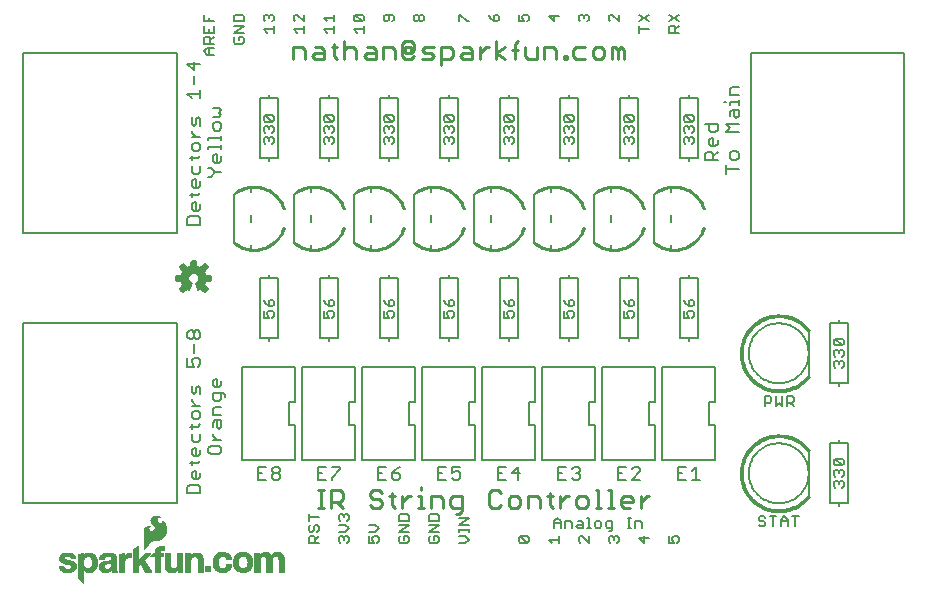
<source format=gto>
G75*
G70*
%OFA0B0*%
%FSLAX24Y24*%
%IPPOS*%
%LPD*%
%AMOC8*
5,1,8,0,0,1.08239X$1,22.5*
%
%ADD10C,0.0110*%
%ADD11C,0.0080*%
%ADD12C,0.0060*%
%ADD13C,0.0010*%
%ADD14R,0.0195X0.0191*%
%ADD15C,0.0059*%
D10*
X015914Y003016D02*
X016111Y003016D01*
X016012Y003016D02*
X016012Y003607D01*
X015914Y003607D02*
X016111Y003607D01*
X016344Y003607D02*
X016639Y003607D01*
X016737Y003508D01*
X016737Y003311D01*
X016639Y003213D01*
X016344Y003213D01*
X016540Y003213D02*
X016737Y003016D01*
X016344Y003016D02*
X016344Y003607D01*
X017633Y003508D02*
X017633Y003410D01*
X017731Y003311D01*
X017928Y003311D01*
X018026Y003213D01*
X018026Y003115D01*
X017928Y003016D01*
X017731Y003016D01*
X017633Y003115D01*
X017633Y003508D02*
X017731Y003607D01*
X017928Y003607D01*
X018026Y003508D01*
X018277Y003410D02*
X018474Y003410D01*
X018376Y003508D02*
X018376Y003115D01*
X018474Y003016D01*
X018707Y003016D02*
X018707Y003410D01*
X018904Y003410D02*
X019002Y003410D01*
X018904Y003410D02*
X018707Y003213D01*
X019244Y003016D02*
X019441Y003016D01*
X019342Y003016D02*
X019342Y003410D01*
X019244Y003410D01*
X019342Y003607D02*
X019342Y003705D01*
X019674Y003410D02*
X019969Y003410D01*
X020067Y003311D01*
X020067Y003016D01*
X020318Y003115D02*
X020417Y003016D01*
X020712Y003016D01*
X020712Y002918D02*
X020712Y003410D01*
X020417Y003410D01*
X020318Y003311D01*
X020318Y003115D01*
X020515Y002819D02*
X020613Y002819D01*
X020712Y002918D01*
X021607Y003115D02*
X021706Y003016D01*
X021902Y003016D01*
X022001Y003115D01*
X022252Y003115D02*
X022350Y003016D01*
X022547Y003016D01*
X022645Y003115D01*
X022645Y003311D01*
X022547Y003410D01*
X022350Y003410D01*
X022252Y003311D01*
X022252Y003115D01*
X022001Y003508D02*
X021902Y003607D01*
X021706Y003607D01*
X021607Y003508D01*
X021607Y003115D01*
X022896Y003016D02*
X022896Y003410D01*
X023191Y003410D01*
X023290Y003311D01*
X023290Y003016D01*
X023639Y003115D02*
X023738Y003016D01*
X023639Y003115D02*
X023639Y003508D01*
X023541Y003410D02*
X023738Y003410D01*
X023970Y003410D02*
X023970Y003016D01*
X023970Y003213D02*
X024167Y003410D01*
X024266Y003410D01*
X024508Y003311D02*
X024508Y003115D01*
X024606Y003016D01*
X024803Y003016D01*
X024901Y003115D01*
X024901Y003311D01*
X024803Y003410D01*
X024606Y003410D01*
X024508Y003311D01*
X025152Y003016D02*
X025349Y003016D01*
X025250Y003016D02*
X025250Y003607D01*
X025152Y003607D01*
X025582Y003607D02*
X025680Y003607D01*
X025680Y003016D01*
X025582Y003016D02*
X025779Y003016D01*
X026011Y003115D02*
X026011Y003311D01*
X026110Y003410D01*
X026307Y003410D01*
X026405Y003311D01*
X026405Y003213D01*
X026011Y003213D01*
X026011Y003115D02*
X026110Y003016D01*
X026307Y003016D01*
X026656Y003016D02*
X026656Y003410D01*
X026656Y003213D02*
X026853Y003410D01*
X026951Y003410D01*
X019674Y003410D02*
X019674Y003016D01*
X020005Y017769D02*
X020005Y018360D01*
X020301Y018360D01*
X020399Y018261D01*
X020399Y018065D01*
X020301Y017966D01*
X020005Y017966D01*
X019754Y018065D02*
X019656Y018163D01*
X019459Y018163D01*
X019361Y018261D01*
X019459Y018360D01*
X019754Y018360D01*
X019754Y018065D02*
X019656Y017966D01*
X019361Y017966D01*
X019110Y018065D02*
X019011Y017966D01*
X018815Y017966D01*
X018716Y018065D01*
X018716Y018458D01*
X018815Y018557D01*
X019011Y018557D01*
X019110Y018458D01*
X019110Y018261D01*
X019011Y018163D01*
X019011Y018360D01*
X018815Y018360D01*
X018815Y018163D01*
X019011Y018163D01*
X018465Y018261D02*
X018465Y017966D01*
X018072Y017966D02*
X018072Y018360D01*
X018367Y018360D01*
X018465Y018261D01*
X017821Y018261D02*
X017821Y017966D01*
X017526Y017966D01*
X017427Y018065D01*
X017526Y018163D01*
X017821Y018163D01*
X017821Y018261D02*
X017722Y018360D01*
X017526Y018360D01*
X017176Y018261D02*
X017176Y017966D01*
X016783Y017966D02*
X016783Y018557D01*
X016881Y018360D02*
X017078Y018360D01*
X017176Y018261D01*
X016881Y018360D02*
X016783Y018261D01*
X016550Y018360D02*
X016353Y018360D01*
X016451Y018458D02*
X016451Y018065D01*
X016550Y017966D01*
X016102Y017966D02*
X015807Y017966D01*
X015708Y018065D01*
X015807Y018163D01*
X016102Y018163D01*
X016102Y018261D02*
X016102Y017966D01*
X016102Y018261D02*
X016004Y018360D01*
X015807Y018360D01*
X015458Y018261D02*
X015458Y017966D01*
X015064Y017966D02*
X015064Y018360D01*
X015359Y018360D01*
X015458Y018261D01*
X020650Y018065D02*
X020748Y017966D01*
X021043Y017966D01*
X021043Y018261D01*
X020945Y018360D01*
X020748Y018360D01*
X020748Y018163D02*
X021043Y018163D01*
X021294Y018163D02*
X021491Y018360D01*
X021590Y018360D01*
X021294Y018360D02*
X021294Y017966D01*
X021831Y017966D02*
X021831Y018557D01*
X022127Y018360D02*
X021831Y018163D01*
X022127Y017966D01*
X022467Y017966D02*
X022467Y018458D01*
X022565Y018557D01*
X022565Y018261D02*
X022369Y018261D01*
X022798Y018360D02*
X022798Y018065D01*
X022897Y017966D01*
X023192Y017966D01*
X023192Y018360D01*
X023443Y018360D02*
X023738Y018360D01*
X023836Y018261D01*
X023836Y017966D01*
X024087Y017966D02*
X024087Y018065D01*
X024186Y018065D01*
X024186Y017966D01*
X024087Y017966D01*
X024409Y018065D02*
X024508Y017966D01*
X024803Y017966D01*
X025054Y018065D02*
X025152Y017966D01*
X025349Y017966D01*
X025448Y018065D01*
X025448Y018261D01*
X025349Y018360D01*
X025152Y018360D01*
X025054Y018261D01*
X025054Y018065D01*
X024803Y018360D02*
X024508Y018360D01*
X024409Y018261D01*
X024409Y018065D01*
X023443Y017966D02*
X023443Y018360D01*
X025699Y018360D02*
X025699Y017966D01*
X025895Y017966D02*
X025895Y018261D01*
X025994Y018360D01*
X026092Y018261D01*
X026092Y017966D01*
X025895Y018261D02*
X025797Y018360D01*
X025699Y018360D01*
X020748Y018163D02*
X020650Y018065D01*
D11*
X011196Y003161D02*
X006078Y003161D01*
X006078Y009161D01*
X011196Y009161D01*
X011196Y003161D01*
X011549Y003501D02*
X011549Y003711D01*
X011619Y003781D01*
X011899Y003781D01*
X011969Y003711D01*
X011969Y003501D01*
X011549Y003501D01*
X011759Y003962D02*
X011689Y004032D01*
X011689Y004172D01*
X011759Y004242D01*
X011829Y004242D01*
X011829Y003962D01*
X011899Y003962D02*
X011759Y003962D01*
X011899Y003962D02*
X011969Y004032D01*
X011969Y004172D01*
X011899Y004492D02*
X011969Y004562D01*
X011899Y004492D02*
X011619Y004492D01*
X011689Y004422D02*
X011689Y004562D01*
X011759Y004729D02*
X011689Y004799D01*
X011689Y004939D01*
X011759Y005009D01*
X011829Y005009D01*
X011829Y004729D01*
X011899Y004729D02*
X011759Y004729D01*
X011899Y004729D02*
X011969Y004799D01*
X011969Y004939D01*
X011899Y005189D02*
X011969Y005259D01*
X011969Y005469D01*
X011899Y005720D02*
X011969Y005790D01*
X011899Y005720D02*
X011619Y005720D01*
X011689Y005650D02*
X011689Y005790D01*
X011759Y005956D02*
X011899Y005956D01*
X011969Y006026D01*
X011969Y006167D01*
X011899Y006237D01*
X011759Y006237D01*
X011689Y006167D01*
X011689Y006026D01*
X011759Y005956D01*
X011829Y006417D02*
X011689Y006557D01*
X011689Y006627D01*
X011759Y006800D02*
X011689Y006870D01*
X011689Y007081D01*
X011829Y007011D02*
X011829Y006870D01*
X011759Y006800D01*
X011969Y006800D02*
X011969Y007011D01*
X011899Y007081D01*
X011829Y007011D01*
X012389Y007096D02*
X012389Y007236D01*
X012459Y007307D01*
X012529Y007307D01*
X012529Y007026D01*
X012599Y007026D02*
X012459Y007026D01*
X012389Y007096D01*
X012599Y007026D02*
X012669Y007096D01*
X012669Y007236D01*
X012669Y006846D02*
X012669Y006636D01*
X012599Y006566D01*
X012459Y006566D01*
X012389Y006636D01*
X012389Y006846D01*
X012739Y006846D01*
X012809Y006776D01*
X012809Y006706D01*
X012669Y006386D02*
X012459Y006386D01*
X012389Y006316D01*
X012389Y006106D01*
X012669Y006106D01*
X012669Y005925D02*
X012669Y005715D01*
X012599Y005645D01*
X012529Y005715D01*
X012529Y005925D01*
X012459Y005925D02*
X012669Y005925D01*
X012459Y005925D02*
X012389Y005855D01*
X012389Y005715D01*
X012389Y005472D02*
X012389Y005402D01*
X012529Y005262D01*
X012669Y005262D02*
X012389Y005262D01*
X012319Y005081D02*
X012249Y005011D01*
X012249Y004871D01*
X012319Y004801D01*
X012599Y004801D01*
X012669Y004871D01*
X012669Y005011D01*
X012599Y005081D01*
X012319Y005081D01*
X011899Y005189D02*
X011759Y005189D01*
X011689Y005259D01*
X011689Y005469D01*
X011689Y006417D02*
X011969Y006417D01*
X011899Y007721D02*
X011969Y007791D01*
X011969Y007931D01*
X011899Y008001D01*
X011759Y008001D01*
X011689Y007931D01*
X011689Y007861D01*
X011759Y007721D01*
X011549Y007721D01*
X011549Y008001D01*
X011759Y008181D02*
X011759Y008462D01*
X011829Y008642D02*
X011759Y008712D01*
X011759Y008852D01*
X011829Y008922D01*
X011899Y008922D01*
X011969Y008852D01*
X011969Y008712D01*
X011899Y008642D01*
X011829Y008642D01*
X011759Y008712D02*
X011689Y008642D01*
X011619Y008642D01*
X011549Y008712D01*
X011549Y008852D01*
X011619Y008922D01*
X011689Y008922D01*
X011759Y008852D01*
X013373Y007716D02*
X015145Y007716D01*
X015145Y006555D01*
X014948Y006555D01*
X014948Y005768D01*
X015145Y005768D01*
X015145Y004606D01*
X013373Y004606D01*
X013373Y007716D01*
X013959Y008661D02*
X013959Y010661D01*
X014259Y010661D01*
X014259Y010761D01*
X014259Y010661D02*
X014559Y010661D01*
X014559Y008661D01*
X014259Y008661D01*
X014259Y008561D01*
X014259Y008661D02*
X013959Y008661D01*
X015373Y007716D02*
X017145Y007716D01*
X017145Y006555D01*
X016948Y006555D01*
X016948Y005768D01*
X017145Y005768D01*
X017145Y004606D01*
X015373Y004606D01*
X015373Y007716D01*
X015959Y008661D02*
X015959Y010661D01*
X016259Y010661D01*
X016259Y010761D01*
X016259Y010661D02*
X016559Y010661D01*
X016559Y008661D01*
X016259Y008661D01*
X016259Y008561D01*
X016259Y008661D02*
X015959Y008661D01*
X017373Y007716D02*
X019145Y007716D01*
X019145Y006555D01*
X018948Y006555D01*
X018948Y005768D01*
X019145Y005768D01*
X019145Y004606D01*
X017373Y004606D01*
X017373Y007716D01*
X017959Y008661D02*
X017959Y010661D01*
X018259Y010661D01*
X018259Y010761D01*
X018259Y010661D02*
X018559Y010661D01*
X018559Y008661D01*
X018259Y008661D01*
X018259Y008561D01*
X018259Y008661D02*
X017959Y008661D01*
X019373Y007716D02*
X021145Y007716D01*
X021145Y006555D01*
X020948Y006555D01*
X020948Y005768D01*
X021145Y005768D01*
X021145Y004606D01*
X019373Y004606D01*
X019373Y007716D01*
X019959Y008661D02*
X019959Y010661D01*
X020259Y010661D01*
X020259Y010761D01*
X020259Y010661D02*
X020559Y010661D01*
X020559Y008661D01*
X020259Y008661D01*
X020259Y008561D01*
X020259Y008661D02*
X019959Y008661D01*
X021373Y007716D02*
X023145Y007716D01*
X023145Y006555D01*
X022948Y006555D01*
X022948Y005768D01*
X023145Y005768D01*
X023145Y004606D01*
X021373Y004606D01*
X021373Y007716D01*
X021959Y008661D02*
X021959Y010661D01*
X022259Y010661D01*
X022259Y010761D01*
X022259Y010661D02*
X022559Y010661D01*
X022559Y008661D01*
X022259Y008661D01*
X022259Y008561D01*
X022259Y008661D02*
X021959Y008661D01*
X023373Y007716D02*
X025145Y007716D01*
X025145Y006555D01*
X024948Y006555D01*
X024948Y005768D01*
X025145Y005768D01*
X025145Y004606D01*
X023373Y004606D01*
X023373Y007716D01*
X023959Y008661D02*
X023959Y010661D01*
X024259Y010661D01*
X024259Y010761D01*
X024259Y010661D02*
X024559Y010661D01*
X024559Y008661D01*
X024259Y008661D01*
X024259Y008561D01*
X024259Y008661D02*
X023959Y008661D01*
X025373Y007716D02*
X027145Y007716D01*
X027145Y006555D01*
X026948Y006555D01*
X026948Y005768D01*
X027145Y005768D01*
X027145Y004606D01*
X025373Y004606D01*
X025373Y007716D01*
X025959Y008661D02*
X025959Y010661D01*
X026259Y010661D01*
X026259Y010761D01*
X026259Y010661D02*
X026559Y010661D01*
X026559Y008661D01*
X026259Y008661D01*
X026259Y008561D01*
X026259Y008661D02*
X025959Y008661D01*
X027373Y007716D02*
X029145Y007716D01*
X029145Y006555D01*
X028948Y006555D01*
X028948Y005768D01*
X029145Y005768D01*
X029145Y004606D01*
X027373Y004606D01*
X027373Y007716D01*
X027959Y008661D02*
X027959Y010661D01*
X028259Y010661D01*
X028259Y010761D01*
X028259Y010661D02*
X028559Y010661D01*
X028559Y008661D01*
X028259Y008661D01*
X028259Y008561D01*
X028259Y008661D02*
X027959Y008661D01*
X032259Y008911D02*
X032259Y007411D01*
X032959Y007161D02*
X033259Y007161D01*
X033259Y007061D01*
X033259Y007161D02*
X033559Y007161D01*
X033559Y009161D01*
X033259Y009161D01*
X033259Y009261D01*
X033259Y009161D02*
X032959Y009161D01*
X032959Y007161D01*
X033259Y005261D02*
X033259Y005161D01*
X033559Y005161D01*
X033559Y003161D01*
X033259Y003161D01*
X033259Y003061D01*
X033259Y003161D02*
X032959Y003161D01*
X032959Y005161D01*
X033259Y005161D01*
X032259Y004911D02*
X032259Y003411D01*
X028639Y003951D02*
X028359Y003951D01*
X028499Y003951D02*
X028499Y004372D01*
X028359Y004231D01*
X028179Y004372D02*
X027899Y004372D01*
X027899Y003951D01*
X028179Y003951D01*
X028039Y004161D02*
X027899Y004161D01*
X026639Y004231D02*
X026359Y003951D01*
X026639Y003951D01*
X026639Y004231D02*
X026639Y004302D01*
X026569Y004372D01*
X026429Y004372D01*
X026359Y004302D01*
X026179Y004372D02*
X025899Y004372D01*
X025899Y003951D01*
X026179Y003951D01*
X026039Y004161D02*
X025899Y004161D01*
X024639Y004091D02*
X024639Y004021D01*
X024569Y003951D01*
X024429Y003951D01*
X024359Y004021D01*
X024179Y003951D02*
X023899Y003951D01*
X023899Y004372D01*
X024179Y004372D01*
X024359Y004302D02*
X024429Y004372D01*
X024569Y004372D01*
X024639Y004302D01*
X024639Y004231D01*
X024569Y004161D01*
X024639Y004091D01*
X024569Y004161D02*
X024499Y004161D01*
X024039Y004161D02*
X023899Y004161D01*
X022639Y004161D02*
X022359Y004161D01*
X022569Y004372D01*
X022569Y003951D01*
X022179Y003951D02*
X021899Y003951D01*
X021899Y004372D01*
X022179Y004372D01*
X022039Y004161D02*
X021899Y004161D01*
X020639Y004161D02*
X020639Y004021D01*
X020569Y003951D01*
X020429Y003951D01*
X020359Y004021D01*
X020359Y004161D02*
X020499Y004231D01*
X020569Y004231D01*
X020639Y004161D01*
X020639Y004372D02*
X020359Y004372D01*
X020359Y004161D01*
X020179Y003951D02*
X019899Y003951D01*
X019899Y004372D01*
X020179Y004372D01*
X020039Y004161D02*
X019899Y004161D01*
X018639Y004091D02*
X018569Y004161D01*
X018359Y004161D01*
X018359Y004021D01*
X018429Y003951D01*
X018569Y003951D01*
X018639Y004021D01*
X018639Y004091D01*
X018499Y004302D02*
X018359Y004161D01*
X018499Y004302D02*
X018639Y004372D01*
X018179Y004372D02*
X017899Y004372D01*
X017899Y003951D01*
X018179Y003951D01*
X018039Y004161D02*
X017899Y004161D01*
X016639Y004302D02*
X016359Y004021D01*
X016359Y003951D01*
X016179Y003951D02*
X015899Y003951D01*
X015899Y004372D01*
X016179Y004372D01*
X016359Y004372D02*
X016639Y004372D01*
X016639Y004302D01*
X016039Y004161D02*
X015899Y004161D01*
X014639Y004091D02*
X014639Y004021D01*
X014569Y003951D01*
X014429Y003951D01*
X014359Y004021D01*
X014359Y004091D01*
X014429Y004161D01*
X014569Y004161D01*
X014639Y004091D01*
X014569Y004161D02*
X014639Y004231D01*
X014639Y004302D01*
X014569Y004372D01*
X014429Y004372D01*
X014359Y004302D01*
X014359Y004231D01*
X014429Y004161D01*
X014179Y003951D02*
X013899Y003951D01*
X013899Y004372D01*
X014179Y004372D01*
X014039Y004161D02*
X013899Y004161D01*
X013659Y011616D02*
X013659Y011774D01*
X013109Y011837D02*
X013109Y013486D01*
X013659Y013549D02*
X013659Y013706D01*
X012669Y014191D02*
X012459Y014191D01*
X012319Y014331D01*
X012249Y014331D01*
X012459Y014191D02*
X012319Y014051D01*
X012249Y014051D01*
X011969Y014209D02*
X011969Y014419D01*
X011969Y014209D02*
X011899Y014139D01*
X011759Y014139D01*
X011689Y014209D01*
X011689Y014419D01*
X011689Y014600D02*
X011689Y014740D01*
X011619Y014670D02*
X011899Y014670D01*
X011969Y014740D01*
X011899Y014906D02*
X011969Y014976D01*
X011969Y015117D01*
X011899Y015187D01*
X011759Y015187D01*
X011689Y015117D01*
X011689Y014976D01*
X011759Y014906D01*
X011899Y014906D01*
X012249Y014972D02*
X012249Y015042D01*
X012669Y015042D01*
X012669Y014972D02*
X012669Y015112D01*
X012669Y015279D02*
X012669Y015419D01*
X012669Y015349D02*
X012249Y015349D01*
X012249Y015279D01*
X011969Y015367D02*
X011689Y015367D01*
X011829Y015367D02*
X011689Y015507D01*
X011689Y015577D01*
X011759Y015750D02*
X011689Y015820D01*
X011689Y016031D01*
X011829Y015961D02*
X011829Y015820D01*
X011759Y015750D01*
X011969Y015750D02*
X011969Y015961D01*
X011899Y016031D01*
X011829Y015961D01*
X012389Y016046D02*
X012599Y016046D01*
X012669Y016116D01*
X012599Y016186D01*
X012669Y016256D01*
X012599Y016326D01*
X012389Y016326D01*
X012459Y015866D02*
X012389Y015796D01*
X012389Y015656D01*
X012459Y015586D01*
X012599Y015586D01*
X012669Y015656D01*
X012669Y015796D01*
X012599Y015866D01*
X012459Y015866D01*
X011969Y016671D02*
X011969Y016951D01*
X011969Y016811D02*
X011549Y016811D01*
X011689Y016671D01*
X011759Y017131D02*
X011759Y017412D01*
X011759Y017592D02*
X011759Y017872D01*
X011969Y017802D02*
X011549Y017802D01*
X011759Y017592D01*
X011196Y018161D02*
X006078Y018161D01*
X006078Y012161D01*
X011196Y012161D01*
X011196Y018161D01*
X013959Y016661D02*
X014259Y016661D01*
X014259Y016761D01*
X014259Y016661D02*
X014559Y016661D01*
X014559Y014661D01*
X014259Y014661D01*
X014259Y014561D01*
X014259Y014661D02*
X013959Y014661D01*
X013959Y016661D01*
X015959Y016661D02*
X016259Y016661D01*
X016259Y016761D01*
X016259Y016661D02*
X016559Y016661D01*
X016559Y014661D01*
X016259Y014661D01*
X016259Y014561D01*
X016259Y014661D02*
X015959Y014661D01*
X015959Y016661D01*
X017959Y016661D02*
X018259Y016661D01*
X018259Y016761D01*
X018259Y016661D02*
X018559Y016661D01*
X018559Y014661D01*
X018259Y014661D01*
X018259Y014561D01*
X018259Y014661D02*
X017959Y014661D01*
X017959Y016661D01*
X019959Y016661D02*
X020259Y016661D01*
X020259Y016761D01*
X020259Y016661D02*
X020559Y016661D01*
X020559Y014661D01*
X020259Y014661D01*
X020259Y014561D01*
X020259Y014661D02*
X019959Y014661D01*
X019959Y016661D01*
X021959Y016661D02*
X022259Y016661D01*
X022259Y016761D01*
X022259Y016661D02*
X022559Y016661D01*
X022559Y014661D01*
X022259Y014661D01*
X022259Y014561D01*
X022259Y014661D02*
X021959Y014661D01*
X021959Y016661D01*
X023959Y016661D02*
X024259Y016661D01*
X024259Y016761D01*
X024259Y016661D02*
X024559Y016661D01*
X024559Y014661D01*
X024259Y014661D01*
X024259Y014561D01*
X024259Y014661D02*
X023959Y014661D01*
X023959Y016661D01*
X025959Y016661D02*
X026259Y016661D01*
X026259Y016761D01*
X026259Y016661D02*
X026559Y016661D01*
X026559Y014661D01*
X026259Y014661D01*
X026259Y014561D01*
X026259Y014661D02*
X025959Y014661D01*
X025959Y016661D01*
X027959Y016661D02*
X028259Y016661D01*
X028259Y016761D01*
X028259Y016661D02*
X028559Y016661D01*
X028559Y014661D01*
X028259Y014661D01*
X028259Y014561D01*
X028259Y014661D02*
X027959Y014661D01*
X027959Y016661D01*
X028799Y015802D02*
X029219Y015802D01*
X029219Y015592D01*
X029149Y015522D01*
X029009Y015522D01*
X028939Y015592D01*
X028939Y015802D01*
X029009Y015342D02*
X028939Y015272D01*
X028939Y015132D01*
X029009Y015062D01*
X029149Y015062D01*
X029219Y015132D01*
X029219Y015272D01*
X029079Y015342D02*
X029079Y015062D01*
X029009Y014881D02*
X028869Y014881D01*
X028799Y014811D01*
X028799Y014601D01*
X029219Y014601D01*
X029079Y014601D02*
X029079Y014811D01*
X029009Y014881D01*
X029079Y014741D02*
X029219Y014881D01*
X029639Y014822D02*
X029639Y014682D01*
X029709Y014612D01*
X029849Y014612D01*
X029919Y014682D01*
X029919Y014822D01*
X029849Y014892D01*
X029709Y014892D01*
X029639Y014822D01*
X029499Y014431D02*
X029499Y014151D01*
X029499Y014291D02*
X029919Y014291D01*
X029079Y015342D02*
X029009Y015342D01*
X029499Y015532D02*
X029639Y015672D01*
X029499Y015813D01*
X029919Y015813D01*
X029849Y015993D02*
X029779Y016063D01*
X029779Y016273D01*
X029709Y016273D02*
X029919Y016273D01*
X029919Y016063D01*
X029849Y015993D01*
X029639Y016063D02*
X029639Y016203D01*
X029709Y016273D01*
X029639Y016453D02*
X029639Y016523D01*
X029919Y016523D01*
X029919Y016453D02*
X029919Y016593D01*
X029919Y016760D02*
X029639Y016760D01*
X029639Y016970D01*
X029709Y017040D01*
X029919Y017040D01*
X029499Y016523D02*
X029429Y016523D01*
X029499Y015532D02*
X029919Y015532D01*
X027659Y013706D02*
X027659Y013549D01*
X027109Y013486D02*
X027109Y011837D01*
X027659Y011774D02*
X027659Y011616D01*
X027659Y012549D02*
X027659Y012774D01*
X025659Y012774D02*
X025659Y012549D01*
X025659Y011774D02*
X025659Y011616D01*
X025109Y011837D02*
X025109Y013486D01*
X025659Y013549D02*
X025659Y013706D01*
X023659Y013706D02*
X023659Y013549D01*
X023109Y013486D02*
X023109Y011837D01*
X023659Y011774D02*
X023659Y011616D01*
X023659Y012549D02*
X023659Y012774D01*
X021659Y012774D02*
X021659Y012549D01*
X021659Y011774D02*
X021659Y011616D01*
X021109Y011837D02*
X021109Y013486D01*
X021659Y013549D02*
X021659Y013706D01*
X019659Y013706D02*
X019659Y013549D01*
X019109Y013486D02*
X019109Y011837D01*
X019659Y011774D02*
X019659Y011616D01*
X019659Y012549D02*
X019659Y012774D01*
X017659Y012774D02*
X017659Y012549D01*
X017659Y011774D02*
X017659Y011616D01*
X017109Y011837D02*
X017109Y013486D01*
X017659Y013549D02*
X017659Y013706D01*
X015659Y013706D02*
X015659Y013549D01*
X015109Y013486D02*
X015109Y011837D01*
X015659Y011774D02*
X015659Y011616D01*
X015659Y012549D02*
X015659Y012774D01*
X013659Y012774D02*
X013659Y012549D01*
X011969Y012451D02*
X011969Y012661D01*
X011899Y012731D01*
X011619Y012731D01*
X011549Y012661D01*
X011549Y012451D01*
X011969Y012451D01*
X011899Y012912D02*
X011759Y012912D01*
X011689Y012982D01*
X011689Y013122D01*
X011759Y013192D01*
X011829Y013192D01*
X011829Y012912D01*
X011899Y012912D02*
X011969Y012982D01*
X011969Y013122D01*
X011689Y013372D02*
X011689Y013512D01*
X011619Y013442D02*
X011899Y013442D01*
X011969Y013512D01*
X011899Y013679D02*
X011759Y013679D01*
X011689Y013749D01*
X011689Y013889D01*
X011759Y013959D01*
X011829Y013959D01*
X011829Y013679D01*
X011899Y013679D02*
X011969Y013749D01*
X011969Y013889D01*
X012459Y014512D02*
X012389Y014582D01*
X012389Y014722D01*
X012459Y014792D01*
X012529Y014792D01*
X012529Y014512D01*
X012599Y014512D02*
X012459Y014512D01*
X012599Y014512D02*
X012669Y014582D01*
X012669Y014722D01*
X030322Y012161D02*
X035440Y012161D01*
X035440Y018161D01*
X030322Y018161D01*
X030322Y012161D01*
D12*
X028372Y009950D02*
X028315Y009950D01*
X028259Y009893D01*
X028259Y009723D01*
X028372Y009723D01*
X028429Y009780D01*
X028429Y009893D01*
X028372Y009950D01*
X028259Y009723D02*
X028145Y009836D01*
X028089Y009950D01*
X028089Y009581D02*
X028089Y009355D01*
X028259Y009355D01*
X028202Y009468D01*
X028202Y009525D01*
X028259Y009581D01*
X028372Y009581D01*
X028429Y009525D01*
X028429Y009411D01*
X028372Y009355D01*
X026429Y009411D02*
X026372Y009355D01*
X026429Y009411D02*
X026429Y009525D01*
X026372Y009581D01*
X026259Y009581D01*
X026202Y009525D01*
X026202Y009468D01*
X026259Y009355D01*
X026089Y009355D01*
X026089Y009581D01*
X026259Y009723D02*
X026259Y009893D01*
X026315Y009950D01*
X026372Y009950D01*
X026429Y009893D01*
X026429Y009780D01*
X026372Y009723D01*
X026259Y009723D01*
X026145Y009836D01*
X026089Y009950D01*
X024429Y009893D02*
X024372Y009950D01*
X024315Y009950D01*
X024259Y009893D01*
X024259Y009723D01*
X024372Y009723D01*
X024429Y009780D01*
X024429Y009893D01*
X024259Y009723D02*
X024145Y009836D01*
X024089Y009950D01*
X024089Y009581D02*
X024089Y009355D01*
X024259Y009355D01*
X024202Y009468D01*
X024202Y009525D01*
X024259Y009581D01*
X024372Y009581D01*
X024429Y009525D01*
X024429Y009411D01*
X024372Y009355D01*
X022429Y009411D02*
X022372Y009355D01*
X022429Y009411D02*
X022429Y009525D01*
X022372Y009581D01*
X022259Y009581D01*
X022202Y009525D01*
X022202Y009468D01*
X022259Y009355D01*
X022089Y009355D01*
X022089Y009581D01*
X022259Y009723D02*
X022259Y009893D01*
X022315Y009950D01*
X022372Y009950D01*
X022429Y009893D01*
X022429Y009780D01*
X022372Y009723D01*
X022259Y009723D01*
X022145Y009836D01*
X022089Y009950D01*
X020429Y009893D02*
X020372Y009950D01*
X020315Y009950D01*
X020259Y009893D01*
X020259Y009723D01*
X020372Y009723D01*
X020429Y009780D01*
X020429Y009893D01*
X020259Y009723D02*
X020145Y009836D01*
X020089Y009950D01*
X020089Y009581D02*
X020089Y009355D01*
X020259Y009355D01*
X020202Y009468D01*
X020202Y009525D01*
X020259Y009581D01*
X020372Y009581D01*
X020429Y009525D01*
X020429Y009411D01*
X020372Y009355D01*
X018429Y009411D02*
X018372Y009355D01*
X018429Y009411D02*
X018429Y009525D01*
X018372Y009581D01*
X018259Y009581D01*
X018202Y009525D01*
X018202Y009468D01*
X018259Y009355D01*
X018089Y009355D01*
X018089Y009581D01*
X018259Y009723D02*
X018145Y009836D01*
X018089Y009950D01*
X018259Y009893D02*
X018259Y009723D01*
X018372Y009723D01*
X018429Y009780D01*
X018429Y009893D01*
X018372Y009950D01*
X018315Y009950D01*
X018259Y009893D01*
X016429Y009893D02*
X016372Y009950D01*
X016315Y009950D01*
X016259Y009893D01*
X016259Y009723D01*
X016372Y009723D01*
X016429Y009780D01*
X016429Y009893D01*
X016259Y009723D02*
X016145Y009836D01*
X016089Y009950D01*
X016089Y009581D02*
X016089Y009355D01*
X016259Y009355D01*
X016202Y009468D01*
X016202Y009525D01*
X016259Y009581D01*
X016372Y009581D01*
X016429Y009525D01*
X016429Y009411D01*
X016372Y009355D01*
X014429Y009411D02*
X014372Y009355D01*
X014429Y009411D02*
X014429Y009525D01*
X014372Y009581D01*
X014259Y009581D01*
X014202Y009525D01*
X014202Y009468D01*
X014259Y009355D01*
X014089Y009355D01*
X014089Y009581D01*
X014259Y009723D02*
X014259Y009893D01*
X014315Y009950D01*
X014372Y009950D01*
X014429Y009893D01*
X014429Y009780D01*
X014372Y009723D01*
X014259Y009723D01*
X014145Y009836D01*
X014089Y009950D01*
X014145Y015141D02*
X014089Y015198D01*
X014089Y015311D01*
X014145Y015368D01*
X014202Y015368D01*
X014259Y015311D01*
X014315Y015368D01*
X014372Y015368D01*
X014429Y015311D01*
X014429Y015198D01*
X014372Y015141D01*
X014259Y015255D02*
X014259Y015311D01*
X014372Y015510D02*
X014429Y015566D01*
X014429Y015680D01*
X014372Y015736D01*
X014315Y015736D01*
X014259Y015680D01*
X014259Y015623D01*
X014259Y015680D02*
X014202Y015736D01*
X014145Y015736D01*
X014089Y015680D01*
X014089Y015566D01*
X014145Y015510D01*
X014145Y015878D02*
X014089Y015935D01*
X014089Y016048D01*
X014145Y016105D01*
X014372Y015878D01*
X014429Y015935D01*
X014429Y016048D01*
X014372Y016105D01*
X014145Y016105D01*
X014145Y015878D02*
X014372Y015878D01*
X016089Y015935D02*
X016089Y016048D01*
X016145Y016105D01*
X016372Y015878D01*
X016429Y015935D01*
X016429Y016048D01*
X016372Y016105D01*
X016145Y016105D01*
X016089Y015935D02*
X016145Y015878D01*
X016372Y015878D01*
X016372Y015736D02*
X016429Y015680D01*
X016429Y015566D01*
X016372Y015510D01*
X016372Y015368D02*
X016429Y015311D01*
X016429Y015198D01*
X016372Y015141D01*
X016259Y015255D02*
X016259Y015311D01*
X016315Y015368D01*
X016372Y015368D01*
X016259Y015311D02*
X016202Y015368D01*
X016145Y015368D01*
X016089Y015311D01*
X016089Y015198D01*
X016145Y015141D01*
X016145Y015510D02*
X016089Y015566D01*
X016089Y015680D01*
X016145Y015736D01*
X016202Y015736D01*
X016259Y015680D01*
X016315Y015736D01*
X016372Y015736D01*
X016259Y015680D02*
X016259Y015623D01*
X018089Y015566D02*
X018089Y015680D01*
X018145Y015736D01*
X018202Y015736D01*
X018259Y015680D01*
X018315Y015736D01*
X018372Y015736D01*
X018429Y015680D01*
X018429Y015566D01*
X018372Y015510D01*
X018372Y015368D02*
X018429Y015311D01*
X018429Y015198D01*
X018372Y015141D01*
X018259Y015255D02*
X018259Y015311D01*
X018315Y015368D01*
X018372Y015368D01*
X018259Y015311D02*
X018202Y015368D01*
X018145Y015368D01*
X018089Y015311D01*
X018089Y015198D01*
X018145Y015141D01*
X018145Y015510D02*
X018089Y015566D01*
X018259Y015623D02*
X018259Y015680D01*
X018372Y015878D02*
X018145Y015878D01*
X018089Y015935D01*
X018089Y016048D01*
X018145Y016105D01*
X018372Y015878D01*
X018429Y015935D01*
X018429Y016048D01*
X018372Y016105D01*
X018145Y016105D01*
X020089Y016048D02*
X020089Y015935D01*
X020145Y015878D01*
X020372Y015878D01*
X020145Y016105D01*
X020372Y016105D01*
X020429Y016048D01*
X020429Y015935D01*
X020372Y015878D01*
X020372Y015736D02*
X020429Y015680D01*
X020429Y015566D01*
X020372Y015510D01*
X020372Y015368D02*
X020429Y015311D01*
X020429Y015198D01*
X020372Y015141D01*
X020259Y015255D02*
X020259Y015311D01*
X020315Y015368D01*
X020372Y015368D01*
X020259Y015311D02*
X020202Y015368D01*
X020145Y015368D01*
X020089Y015311D01*
X020089Y015198D01*
X020145Y015141D01*
X020145Y015510D02*
X020089Y015566D01*
X020089Y015680D01*
X020145Y015736D01*
X020202Y015736D01*
X020259Y015680D01*
X020315Y015736D01*
X020372Y015736D01*
X020259Y015680D02*
X020259Y015623D01*
X020089Y016048D02*
X020145Y016105D01*
X022089Y016048D02*
X022089Y015935D01*
X022145Y015878D01*
X022372Y015878D01*
X022145Y016105D01*
X022372Y016105D01*
X022429Y016048D01*
X022429Y015935D01*
X022372Y015878D01*
X022372Y015736D02*
X022429Y015680D01*
X022429Y015566D01*
X022372Y015510D01*
X022372Y015368D02*
X022429Y015311D01*
X022429Y015198D01*
X022372Y015141D01*
X022259Y015255D02*
X022259Y015311D01*
X022315Y015368D01*
X022372Y015368D01*
X022259Y015311D02*
X022202Y015368D01*
X022145Y015368D01*
X022089Y015311D01*
X022089Y015198D01*
X022145Y015141D01*
X022145Y015510D02*
X022089Y015566D01*
X022089Y015680D01*
X022145Y015736D01*
X022202Y015736D01*
X022259Y015680D01*
X022315Y015736D01*
X022372Y015736D01*
X022259Y015680D02*
X022259Y015623D01*
X022089Y016048D02*
X022145Y016105D01*
X024089Y016048D02*
X024089Y015935D01*
X024145Y015878D01*
X024372Y015878D01*
X024145Y016105D01*
X024372Y016105D01*
X024429Y016048D01*
X024429Y015935D01*
X024372Y015878D01*
X024372Y015736D02*
X024315Y015736D01*
X024259Y015680D01*
X024259Y015623D01*
X024259Y015680D02*
X024202Y015736D01*
X024145Y015736D01*
X024089Y015680D01*
X024089Y015566D01*
X024145Y015510D01*
X024145Y015368D02*
X024202Y015368D01*
X024259Y015311D01*
X024315Y015368D01*
X024372Y015368D01*
X024429Y015311D01*
X024429Y015198D01*
X024372Y015141D01*
X024259Y015255D02*
X024259Y015311D01*
X024145Y015368D02*
X024089Y015311D01*
X024089Y015198D01*
X024145Y015141D01*
X024372Y015510D02*
X024429Y015566D01*
X024429Y015680D01*
X024372Y015736D01*
X024089Y016048D02*
X024145Y016105D01*
X026089Y016048D02*
X026089Y015935D01*
X026145Y015878D01*
X026372Y015878D01*
X026145Y016105D01*
X026372Y016105D01*
X026429Y016048D01*
X026429Y015935D01*
X026372Y015878D01*
X026372Y015736D02*
X026429Y015680D01*
X026429Y015566D01*
X026372Y015510D01*
X026372Y015368D02*
X026429Y015311D01*
X026429Y015198D01*
X026372Y015141D01*
X026259Y015255D02*
X026259Y015311D01*
X026315Y015368D01*
X026372Y015368D01*
X026259Y015311D02*
X026202Y015368D01*
X026145Y015368D01*
X026089Y015311D01*
X026089Y015198D01*
X026145Y015141D01*
X026145Y015510D02*
X026089Y015566D01*
X026089Y015680D01*
X026145Y015736D01*
X026202Y015736D01*
X026259Y015680D01*
X026315Y015736D01*
X026372Y015736D01*
X026259Y015680D02*
X026259Y015623D01*
X026089Y016048D02*
X026145Y016105D01*
X028089Y016048D02*
X028089Y015935D01*
X028145Y015878D01*
X028372Y015878D01*
X028145Y016105D01*
X028372Y016105D01*
X028429Y016048D01*
X028429Y015935D01*
X028372Y015878D01*
X028372Y015736D02*
X028429Y015680D01*
X028429Y015566D01*
X028372Y015510D01*
X028372Y015368D02*
X028429Y015311D01*
X028429Y015198D01*
X028372Y015141D01*
X028259Y015255D02*
X028259Y015311D01*
X028315Y015368D01*
X028372Y015368D01*
X028259Y015311D02*
X028202Y015368D01*
X028145Y015368D01*
X028089Y015311D01*
X028089Y015198D01*
X028145Y015141D01*
X028145Y015510D02*
X028089Y015566D01*
X028089Y015680D01*
X028145Y015736D01*
X028202Y015736D01*
X028259Y015680D01*
X028315Y015736D01*
X028372Y015736D01*
X028259Y015680D02*
X028259Y015623D01*
X028089Y016048D02*
X028145Y016105D01*
X027929Y018855D02*
X027589Y018855D01*
X027589Y019025D01*
X027645Y019081D01*
X027759Y019081D01*
X027815Y019025D01*
X027815Y018855D01*
X027815Y018968D02*
X027929Y019081D01*
X027929Y019223D02*
X027589Y019450D01*
X027589Y019223D02*
X027929Y019450D01*
X026929Y019450D02*
X026589Y019223D01*
X026589Y019081D02*
X026589Y018855D01*
X026589Y018968D02*
X026929Y018968D01*
X026929Y019223D02*
X026589Y019450D01*
X025929Y019450D02*
X025929Y019223D01*
X025702Y019450D01*
X025645Y019450D01*
X025589Y019393D01*
X025589Y019280D01*
X025645Y019223D01*
X024929Y019280D02*
X024872Y019223D01*
X024929Y019280D02*
X024929Y019393D01*
X024872Y019450D01*
X024815Y019450D01*
X024759Y019393D01*
X024759Y019336D01*
X024759Y019393D02*
X024702Y019450D01*
X024645Y019450D01*
X024589Y019393D01*
X024589Y019280D01*
X024645Y019223D01*
X023929Y019393D02*
X023589Y019393D01*
X023759Y019223D01*
X023759Y019450D01*
X022929Y019393D02*
X022929Y019280D01*
X022872Y019223D01*
X022759Y019223D02*
X022702Y019336D01*
X022702Y019393D01*
X022759Y019450D01*
X022872Y019450D01*
X022929Y019393D01*
X022759Y019223D02*
X022589Y019223D01*
X022589Y019450D01*
X021929Y019393D02*
X021929Y019280D01*
X021872Y019223D01*
X021759Y019223D01*
X021759Y019393D01*
X021815Y019450D01*
X021872Y019450D01*
X021929Y019393D01*
X021759Y019223D02*
X021645Y019336D01*
X021589Y019450D01*
X020929Y019223D02*
X020872Y019223D01*
X020645Y019450D01*
X020589Y019450D01*
X020589Y019223D01*
X019429Y019280D02*
X019372Y019223D01*
X019315Y019223D01*
X019259Y019280D01*
X019259Y019393D01*
X019315Y019450D01*
X019372Y019450D01*
X019429Y019393D01*
X019429Y019280D01*
X019259Y019280D02*
X019202Y019223D01*
X019145Y019223D01*
X019089Y019280D01*
X019089Y019393D01*
X019145Y019450D01*
X019202Y019450D01*
X019259Y019393D01*
X018429Y019393D02*
X018429Y019280D01*
X018372Y019223D01*
X018259Y019280D02*
X018259Y019450D01*
X018372Y019450D02*
X018145Y019450D01*
X018089Y019393D01*
X018089Y019280D01*
X018145Y019223D01*
X018202Y019223D01*
X018259Y019280D01*
X018429Y019393D02*
X018372Y019450D01*
X017429Y019393D02*
X017429Y019280D01*
X017372Y019223D01*
X017145Y019450D01*
X017372Y019450D01*
X017429Y019393D01*
X017372Y019223D02*
X017145Y019223D01*
X017089Y019280D01*
X017089Y019393D01*
X017145Y019450D01*
X017429Y019081D02*
X017429Y018855D01*
X017429Y018968D02*
X017089Y018968D01*
X017202Y018855D01*
X016429Y018855D02*
X016429Y019081D01*
X016429Y018968D02*
X016089Y018968D01*
X016202Y018855D01*
X016202Y019223D02*
X016089Y019336D01*
X016429Y019336D01*
X016429Y019223D02*
X016429Y019450D01*
X015429Y019450D02*
X015429Y019223D01*
X015202Y019450D01*
X015145Y019450D01*
X015089Y019393D01*
X015089Y019280D01*
X015145Y019223D01*
X015089Y018968D02*
X015429Y018968D01*
X015429Y018855D02*
X015429Y019081D01*
X015202Y018855D02*
X015089Y018968D01*
X014429Y018968D02*
X014089Y018968D01*
X014202Y018855D01*
X014429Y018855D02*
X014429Y019081D01*
X014372Y019223D02*
X014429Y019280D01*
X014429Y019393D01*
X014372Y019450D01*
X014315Y019450D01*
X014259Y019393D01*
X014259Y019336D01*
X014259Y019393D02*
X014202Y019450D01*
X014145Y019450D01*
X014089Y019393D01*
X014089Y019280D01*
X014145Y019223D01*
X013429Y019223D02*
X013429Y019393D01*
X013372Y019450D01*
X013145Y019450D01*
X013089Y019393D01*
X013089Y019223D01*
X013429Y019223D01*
X013429Y019081D02*
X013089Y019081D01*
X013089Y018855D02*
X013429Y019081D01*
X013429Y018855D02*
X013089Y018855D01*
X013145Y018713D02*
X013089Y018656D01*
X013089Y018543D01*
X013145Y018486D01*
X013372Y018486D01*
X013429Y018543D01*
X013429Y018656D01*
X013372Y018713D01*
X013259Y018713D01*
X013259Y018600D01*
X012429Y018713D02*
X012315Y018600D01*
X012315Y018656D02*
X012315Y018486D01*
X012429Y018486D02*
X012089Y018486D01*
X012089Y018656D01*
X012145Y018713D01*
X012259Y018713D01*
X012315Y018656D01*
X012259Y018855D02*
X012259Y018968D01*
X012089Y018855D02*
X012429Y018855D01*
X012429Y019081D01*
X012429Y019223D02*
X012089Y019223D01*
X012089Y019450D01*
X012259Y019336D02*
X012259Y019223D01*
X012089Y019081D02*
X012089Y018855D01*
X012202Y018345D02*
X012429Y018345D01*
X012259Y018345D02*
X012259Y018118D01*
X012202Y018118D02*
X012089Y018231D01*
X012202Y018345D01*
X012202Y018118D02*
X012429Y018118D01*
X030259Y008161D02*
X030261Y008224D01*
X030267Y008286D01*
X030277Y008348D01*
X030290Y008410D01*
X030308Y008470D01*
X030329Y008529D01*
X030354Y008587D01*
X030383Y008643D01*
X030415Y008697D01*
X030450Y008749D01*
X030488Y008798D01*
X030530Y008846D01*
X030574Y008890D01*
X030622Y008932D01*
X030671Y008970D01*
X030723Y009005D01*
X030777Y009037D01*
X030833Y009066D01*
X030891Y009091D01*
X030950Y009112D01*
X031010Y009130D01*
X031072Y009143D01*
X031134Y009153D01*
X031196Y009159D01*
X031259Y009161D01*
X031322Y009159D01*
X031384Y009153D01*
X031446Y009143D01*
X031508Y009130D01*
X031568Y009112D01*
X031627Y009091D01*
X031685Y009066D01*
X031741Y009037D01*
X031795Y009005D01*
X031847Y008970D01*
X031896Y008932D01*
X031944Y008890D01*
X031988Y008846D01*
X032030Y008798D01*
X032068Y008749D01*
X032103Y008697D01*
X032135Y008643D01*
X032164Y008587D01*
X032189Y008529D01*
X032210Y008470D01*
X032228Y008410D01*
X032241Y008348D01*
X032251Y008286D01*
X032257Y008224D01*
X032259Y008161D01*
X032257Y008098D01*
X032251Y008036D01*
X032241Y007974D01*
X032228Y007912D01*
X032210Y007852D01*
X032189Y007793D01*
X032164Y007735D01*
X032135Y007679D01*
X032103Y007625D01*
X032068Y007573D01*
X032030Y007524D01*
X031988Y007476D01*
X031944Y007432D01*
X031896Y007390D01*
X031847Y007352D01*
X031795Y007317D01*
X031741Y007285D01*
X031685Y007256D01*
X031627Y007231D01*
X031568Y007210D01*
X031508Y007192D01*
X031446Y007179D01*
X031384Y007169D01*
X031322Y007163D01*
X031259Y007161D01*
X031196Y007163D01*
X031134Y007169D01*
X031072Y007179D01*
X031010Y007192D01*
X030950Y007210D01*
X030891Y007231D01*
X030833Y007256D01*
X030777Y007285D01*
X030723Y007317D01*
X030671Y007352D01*
X030622Y007390D01*
X030574Y007432D01*
X030530Y007476D01*
X030488Y007524D01*
X030450Y007573D01*
X030415Y007625D01*
X030383Y007679D01*
X030354Y007735D01*
X030329Y007793D01*
X030308Y007852D01*
X030290Y007912D01*
X030277Y007974D01*
X030267Y008036D01*
X030261Y008098D01*
X030259Y008161D01*
X030789Y006732D02*
X030959Y006732D01*
X031016Y006675D01*
X031016Y006561D01*
X030959Y006505D01*
X030789Y006505D01*
X030789Y006391D02*
X030789Y006732D01*
X031157Y006732D02*
X031157Y006391D01*
X031271Y006505D01*
X031384Y006391D01*
X031384Y006732D01*
X031526Y006732D02*
X031696Y006732D01*
X031752Y006675D01*
X031752Y006561D01*
X031696Y006505D01*
X031526Y006505D01*
X031639Y006505D02*
X031752Y006391D01*
X031526Y006391D02*
X031526Y006732D01*
X033089Y007743D02*
X033089Y007856D01*
X033145Y007913D01*
X033202Y007913D01*
X033259Y007856D01*
X033315Y007913D01*
X033372Y007913D01*
X033429Y007856D01*
X033429Y007743D01*
X033372Y007686D01*
X033259Y007800D02*
X033259Y007856D01*
X033145Y007686D02*
X033089Y007743D01*
X033145Y008055D02*
X033089Y008111D01*
X033089Y008225D01*
X033145Y008281D01*
X033202Y008281D01*
X033259Y008225D01*
X033315Y008281D01*
X033372Y008281D01*
X033429Y008225D01*
X033429Y008111D01*
X033372Y008055D01*
X033259Y008168D02*
X033259Y008225D01*
X033372Y008423D02*
X033145Y008423D01*
X033089Y008480D01*
X033089Y008593D01*
X033145Y008650D01*
X033372Y008423D01*
X033429Y008480D01*
X033429Y008593D01*
X033372Y008650D01*
X033145Y008650D01*
X033145Y004650D02*
X033372Y004423D01*
X033429Y004480D01*
X033429Y004593D01*
X033372Y004650D01*
X033145Y004650D01*
X033089Y004593D01*
X033089Y004480D01*
X033145Y004423D01*
X033372Y004423D01*
X033372Y004281D02*
X033429Y004225D01*
X033429Y004111D01*
X033372Y004055D01*
X033372Y003913D02*
X033429Y003856D01*
X033429Y003743D01*
X033372Y003686D01*
X033259Y003800D02*
X033259Y003856D01*
X033315Y003913D01*
X033372Y003913D01*
X033259Y003856D02*
X033202Y003913D01*
X033145Y003913D01*
X033089Y003856D01*
X033089Y003743D01*
X033145Y003686D01*
X033145Y004055D02*
X033089Y004111D01*
X033089Y004225D01*
X033145Y004281D01*
X033202Y004281D01*
X033259Y004225D01*
X033315Y004281D01*
X033372Y004281D01*
X033259Y004225D02*
X033259Y004168D01*
X030259Y004161D02*
X030261Y004224D01*
X030267Y004286D01*
X030277Y004348D01*
X030290Y004410D01*
X030308Y004470D01*
X030329Y004529D01*
X030354Y004587D01*
X030383Y004643D01*
X030415Y004697D01*
X030450Y004749D01*
X030488Y004798D01*
X030530Y004846D01*
X030574Y004890D01*
X030622Y004932D01*
X030671Y004970D01*
X030723Y005005D01*
X030777Y005037D01*
X030833Y005066D01*
X030891Y005091D01*
X030950Y005112D01*
X031010Y005130D01*
X031072Y005143D01*
X031134Y005153D01*
X031196Y005159D01*
X031259Y005161D01*
X031322Y005159D01*
X031384Y005153D01*
X031446Y005143D01*
X031508Y005130D01*
X031568Y005112D01*
X031627Y005091D01*
X031685Y005066D01*
X031741Y005037D01*
X031795Y005005D01*
X031847Y004970D01*
X031896Y004932D01*
X031944Y004890D01*
X031988Y004846D01*
X032030Y004798D01*
X032068Y004749D01*
X032103Y004697D01*
X032135Y004643D01*
X032164Y004587D01*
X032189Y004529D01*
X032210Y004470D01*
X032228Y004410D01*
X032241Y004348D01*
X032251Y004286D01*
X032257Y004224D01*
X032259Y004161D01*
X032257Y004098D01*
X032251Y004036D01*
X032241Y003974D01*
X032228Y003912D01*
X032210Y003852D01*
X032189Y003793D01*
X032164Y003735D01*
X032135Y003679D01*
X032103Y003625D01*
X032068Y003573D01*
X032030Y003524D01*
X031988Y003476D01*
X031944Y003432D01*
X031896Y003390D01*
X031847Y003352D01*
X031795Y003317D01*
X031741Y003285D01*
X031685Y003256D01*
X031627Y003231D01*
X031568Y003210D01*
X031508Y003192D01*
X031446Y003179D01*
X031384Y003169D01*
X031322Y003163D01*
X031259Y003161D01*
X031196Y003163D01*
X031134Y003169D01*
X031072Y003179D01*
X031010Y003192D01*
X030950Y003210D01*
X030891Y003231D01*
X030833Y003256D01*
X030777Y003285D01*
X030723Y003317D01*
X030671Y003352D01*
X030622Y003390D01*
X030574Y003432D01*
X030530Y003476D01*
X030488Y003524D01*
X030450Y003573D01*
X030415Y003625D01*
X030383Y003679D01*
X030354Y003735D01*
X030329Y003793D01*
X030308Y003852D01*
X030290Y003912D01*
X030277Y003974D01*
X030267Y004036D01*
X030261Y004098D01*
X030259Y004161D01*
X030646Y002732D02*
X030589Y002675D01*
X030589Y002618D01*
X030646Y002561D01*
X030759Y002561D01*
X030816Y002505D01*
X030816Y002448D01*
X030759Y002391D01*
X030646Y002391D01*
X030589Y002448D01*
X030646Y002732D02*
X030759Y002732D01*
X030816Y002675D01*
X030957Y002732D02*
X031184Y002732D01*
X031071Y002732D02*
X031071Y002391D01*
X031326Y002391D02*
X031326Y002618D01*
X031439Y002732D01*
X031552Y002618D01*
X031552Y002391D01*
X031552Y002561D02*
X031326Y002561D01*
X031694Y002732D02*
X031921Y002732D01*
X031807Y002732D02*
X031807Y002391D01*
X027929Y002006D02*
X027929Y001893D01*
X027872Y001836D01*
X027759Y001836D02*
X027702Y001950D01*
X027702Y002006D01*
X027759Y002063D01*
X027872Y002063D01*
X027929Y002006D01*
X027759Y001836D02*
X027589Y001836D01*
X027589Y002063D01*
X026929Y002006D02*
X026589Y002006D01*
X026759Y001836D01*
X026759Y002063D01*
X026697Y002336D02*
X026697Y002506D01*
X026641Y002563D01*
X026471Y002563D01*
X026471Y002336D01*
X026338Y002336D02*
X026225Y002336D01*
X026282Y002336D02*
X026282Y002677D01*
X026338Y002677D02*
X026225Y002677D01*
X025715Y002563D02*
X025545Y002563D01*
X025488Y002506D01*
X025488Y002393D01*
X025545Y002336D01*
X025715Y002336D01*
X025715Y002280D02*
X025715Y002563D01*
X025715Y002280D02*
X025659Y002223D01*
X025602Y002223D01*
X025645Y002063D02*
X025702Y002063D01*
X025759Y002006D01*
X025815Y002063D01*
X025872Y002063D01*
X025929Y002006D01*
X025929Y001893D01*
X025872Y001836D01*
X025759Y001950D02*
X025759Y002006D01*
X025645Y002063D02*
X025589Y002006D01*
X025589Y001893D01*
X025645Y001836D01*
X025290Y002336D02*
X025347Y002393D01*
X025347Y002506D01*
X025290Y002563D01*
X025177Y002563D01*
X025120Y002506D01*
X025120Y002393D01*
X025177Y002336D01*
X025290Y002336D01*
X024988Y002336D02*
X024875Y002336D01*
X024931Y002336D02*
X024931Y002677D01*
X024875Y002677D01*
X024733Y002506D02*
X024733Y002336D01*
X024563Y002336D01*
X024506Y002393D01*
X024563Y002450D01*
X024733Y002450D01*
X024733Y002506D02*
X024676Y002563D01*
X024563Y002563D01*
X024365Y002506D02*
X024365Y002336D01*
X024365Y002506D02*
X024308Y002563D01*
X024138Y002563D01*
X024138Y002336D01*
X023996Y002336D02*
X023996Y002563D01*
X023883Y002677D01*
X023770Y002563D01*
X023770Y002336D01*
X023770Y002506D02*
X023996Y002506D01*
X023929Y002063D02*
X023929Y001836D01*
X023929Y001950D02*
X023589Y001950D01*
X023702Y001836D01*
X022929Y001893D02*
X022872Y001836D01*
X022645Y002063D01*
X022872Y002063D01*
X022929Y002006D01*
X022929Y001893D01*
X022872Y001836D02*
X022645Y001836D01*
X022589Y001893D01*
X022589Y002006D01*
X022645Y002063D01*
X020929Y001950D02*
X020815Y002063D01*
X020589Y002063D01*
X020589Y002205D02*
X020589Y002318D01*
X020589Y002261D02*
X020929Y002261D01*
X020929Y002205D02*
X020929Y002318D01*
X020929Y002450D02*
X020589Y002450D01*
X020929Y002677D01*
X020589Y002677D01*
X019929Y002748D02*
X019929Y002578D01*
X019589Y002578D01*
X019589Y002748D01*
X019645Y002805D01*
X019872Y002805D01*
X019929Y002748D01*
X019929Y002436D02*
X019589Y002436D01*
X019589Y002210D02*
X019929Y002436D01*
X019929Y002210D02*
X019589Y002210D01*
X019645Y002068D02*
X019589Y002011D01*
X019589Y001898D01*
X019645Y001841D01*
X019872Y001841D01*
X019929Y001898D01*
X019929Y002011D01*
X019872Y002068D01*
X019759Y002068D01*
X019759Y001955D01*
X020589Y001836D02*
X020815Y001836D01*
X020929Y001950D01*
X018929Y001898D02*
X018929Y002011D01*
X018872Y002068D01*
X018759Y002068D01*
X018759Y001955D01*
X018645Y002068D02*
X018589Y002011D01*
X018589Y001898D01*
X018645Y001841D01*
X018872Y001841D01*
X018929Y001898D01*
X018929Y002210D02*
X018589Y002210D01*
X018929Y002436D01*
X018589Y002436D01*
X018589Y002578D02*
X018589Y002748D01*
X018645Y002805D01*
X018872Y002805D01*
X018929Y002748D01*
X018929Y002578D01*
X018589Y002578D01*
X017929Y002323D02*
X017815Y002436D01*
X017589Y002436D01*
X017589Y002210D02*
X017815Y002210D01*
X017929Y002323D01*
X017872Y002068D02*
X017759Y002068D01*
X017702Y002011D01*
X017702Y001955D01*
X017759Y001841D01*
X017589Y001841D01*
X017589Y002068D01*
X017872Y002068D02*
X017929Y002011D01*
X017929Y001898D01*
X017872Y001841D01*
X016929Y001898D02*
X016872Y001841D01*
X016929Y001898D02*
X016929Y002011D01*
X016872Y002068D01*
X016815Y002068D01*
X016759Y002011D01*
X016759Y001955D01*
X016759Y002011D02*
X016702Y002068D01*
X016645Y002068D01*
X016589Y002011D01*
X016589Y001898D01*
X016645Y001841D01*
X016589Y002210D02*
X016815Y002210D01*
X016929Y002323D01*
X016815Y002436D01*
X016589Y002436D01*
X016645Y002578D02*
X016589Y002635D01*
X016589Y002748D01*
X016645Y002805D01*
X016702Y002805D01*
X016759Y002748D01*
X016815Y002805D01*
X016872Y002805D01*
X016929Y002748D01*
X016929Y002635D01*
X016872Y002578D01*
X016759Y002691D02*
X016759Y002748D01*
X015929Y002691D02*
X015589Y002691D01*
X015589Y002578D02*
X015589Y002805D01*
X015645Y002436D02*
X015589Y002380D01*
X015589Y002266D01*
X015645Y002210D01*
X015702Y002210D01*
X015759Y002266D01*
X015759Y002380D01*
X015815Y002436D01*
X015872Y002436D01*
X015929Y002380D01*
X015929Y002266D01*
X015872Y002210D01*
X015929Y002068D02*
X015815Y001955D01*
X015815Y002011D02*
X015815Y001841D01*
X015929Y001841D02*
X015589Y001841D01*
X015589Y002011D01*
X015645Y002068D01*
X015759Y002068D01*
X015815Y002011D01*
X024589Y002006D02*
X024589Y001893D01*
X024645Y001836D01*
X024589Y002006D02*
X024645Y002063D01*
X024702Y002063D01*
X024929Y001836D01*
X024929Y002063D01*
D13*
X032291Y004941D02*
X032219Y004887D01*
X032220Y004888D02*
X032177Y004941D01*
X032132Y004992D01*
X032083Y005040D01*
X032032Y005085D01*
X031978Y005128D01*
X031922Y005167D01*
X031864Y005203D01*
X031804Y005236D01*
X031743Y005265D01*
X031679Y005290D01*
X031615Y005312D01*
X031549Y005331D01*
X031482Y005345D01*
X031415Y005356D01*
X031347Y005363D01*
X031279Y005366D01*
X031210Y005365D01*
X031142Y005360D01*
X031074Y005352D01*
X031007Y005339D01*
X030941Y005323D01*
X030876Y005303D01*
X030811Y005280D01*
X030749Y005253D01*
X030688Y005222D01*
X030629Y005188D01*
X030571Y005151D01*
X030516Y005110D01*
X030464Y005066D01*
X030414Y005020D01*
X030367Y004971D01*
X030322Y004919D01*
X030281Y004865D01*
X030242Y004808D01*
X030207Y004749D01*
X030176Y004689D01*
X030148Y004627D01*
X030123Y004563D01*
X030102Y004498D01*
X030085Y004432D01*
X030071Y004365D01*
X030062Y004297D01*
X030056Y004229D01*
X030054Y004161D01*
X030056Y004093D01*
X030062Y004025D01*
X030071Y003957D01*
X030085Y003890D01*
X030102Y003824D01*
X030123Y003759D01*
X030148Y003695D01*
X030176Y003633D01*
X030207Y003573D01*
X030242Y003514D01*
X030281Y003457D01*
X030322Y003403D01*
X030367Y003351D01*
X030414Y003302D01*
X030464Y003256D01*
X030516Y003212D01*
X030571Y003171D01*
X030629Y003134D01*
X030688Y003100D01*
X030749Y003069D01*
X030811Y003042D01*
X030876Y003019D01*
X030941Y002999D01*
X031007Y002983D01*
X031074Y002970D01*
X031142Y002962D01*
X031210Y002957D01*
X031279Y002956D01*
X031347Y002959D01*
X031415Y002966D01*
X031482Y002977D01*
X031549Y002991D01*
X031615Y003010D01*
X031679Y003032D01*
X031743Y003057D01*
X031804Y003086D01*
X031864Y003119D01*
X031922Y003155D01*
X031978Y003194D01*
X032032Y003237D01*
X032083Y003282D01*
X032132Y003330D01*
X032177Y003381D01*
X032220Y003434D01*
X032291Y003381D01*
X032292Y003380D01*
X032248Y003325D01*
X032200Y003272D01*
X032150Y003221D01*
X032097Y003174D01*
X032042Y003130D01*
X031984Y003088D01*
X031924Y003050D01*
X031863Y003015D01*
X031799Y002984D01*
X031734Y002956D01*
X031667Y002932D01*
X031599Y002911D01*
X031530Y002895D01*
X031460Y002882D01*
X031390Y002873D01*
X031319Y002867D01*
X031248Y002866D01*
X031177Y002869D01*
X031106Y002875D01*
X031036Y002885D01*
X030967Y002899D01*
X030898Y002917D01*
X030830Y002939D01*
X030764Y002964D01*
X030699Y002993D01*
X030636Y003026D01*
X030575Y003062D01*
X030516Y003101D01*
X030459Y003143D01*
X030404Y003188D01*
X030352Y003237D01*
X030303Y003288D01*
X030256Y003341D01*
X030213Y003398D01*
X030173Y003456D01*
X030136Y003517D01*
X030102Y003579D01*
X030072Y003643D01*
X030045Y003709D01*
X030022Y003776D01*
X030003Y003845D01*
X029988Y003914D01*
X029976Y003984D01*
X029968Y004055D01*
X029964Y004126D01*
X029964Y004196D01*
X029968Y004267D01*
X029976Y004338D01*
X029988Y004408D01*
X030003Y004477D01*
X030022Y004546D01*
X030045Y004613D01*
X030072Y004679D01*
X030102Y004743D01*
X030136Y004805D01*
X030173Y004866D01*
X030213Y004924D01*
X030256Y004981D01*
X030303Y005034D01*
X030352Y005085D01*
X030404Y005134D01*
X030459Y005179D01*
X030516Y005221D01*
X030575Y005260D01*
X030636Y005296D01*
X030699Y005329D01*
X030764Y005358D01*
X030830Y005383D01*
X030898Y005405D01*
X030967Y005423D01*
X031036Y005437D01*
X031106Y005447D01*
X031177Y005453D01*
X031248Y005456D01*
X031319Y005455D01*
X031390Y005449D01*
X031460Y005440D01*
X031530Y005427D01*
X031599Y005411D01*
X031667Y005390D01*
X031734Y005366D01*
X031799Y005338D01*
X031863Y005307D01*
X031924Y005272D01*
X031984Y005234D01*
X032042Y005192D01*
X032097Y005148D01*
X032150Y005101D01*
X032200Y005050D01*
X032248Y004997D01*
X032292Y004942D01*
X032285Y004937D01*
X032240Y004992D01*
X032193Y005045D01*
X032142Y005096D01*
X032089Y005143D01*
X032033Y005188D01*
X031975Y005229D01*
X031915Y005267D01*
X031853Y005302D01*
X031789Y005333D01*
X031723Y005360D01*
X031656Y005384D01*
X031587Y005404D01*
X031518Y005421D01*
X031448Y005433D01*
X031377Y005442D01*
X031306Y005446D01*
X031235Y005447D01*
X031164Y005443D01*
X031093Y005436D01*
X031022Y005425D01*
X030953Y005410D01*
X030884Y005391D01*
X030816Y005368D01*
X030750Y005342D01*
X030685Y005312D01*
X030623Y005278D01*
X030562Y005242D01*
X030503Y005201D01*
X030446Y005158D01*
X030392Y005111D01*
X030341Y005062D01*
X030293Y005009D01*
X030247Y004955D01*
X030205Y004897D01*
X030166Y004838D01*
X030130Y004776D01*
X030097Y004713D01*
X030069Y004648D01*
X030043Y004581D01*
X030022Y004513D01*
X030004Y004444D01*
X029991Y004374D01*
X029981Y004303D01*
X029975Y004232D01*
X029973Y004161D01*
X029975Y004090D01*
X029981Y004019D01*
X029991Y003948D01*
X030004Y003878D01*
X030022Y003809D01*
X030043Y003741D01*
X030069Y003674D01*
X030097Y003609D01*
X030130Y003546D01*
X030166Y003484D01*
X030205Y003425D01*
X030247Y003367D01*
X030293Y003313D01*
X030341Y003260D01*
X030392Y003211D01*
X030446Y003164D01*
X030503Y003121D01*
X030562Y003080D01*
X030623Y003044D01*
X030685Y003010D01*
X030750Y002980D01*
X030816Y002954D01*
X030884Y002931D01*
X030953Y002912D01*
X031022Y002897D01*
X031093Y002886D01*
X031164Y002879D01*
X031235Y002875D01*
X031306Y002876D01*
X031377Y002880D01*
X031448Y002889D01*
X031518Y002901D01*
X031587Y002918D01*
X031656Y002938D01*
X031723Y002962D01*
X031789Y002989D01*
X031853Y003020D01*
X031915Y003055D01*
X031975Y003093D01*
X032033Y003134D01*
X032089Y003179D01*
X032142Y003226D01*
X032193Y003277D01*
X032240Y003330D01*
X032285Y003385D01*
X032278Y003391D01*
X032233Y003336D01*
X032186Y003283D01*
X032136Y003233D01*
X032083Y003186D01*
X032028Y003142D01*
X031970Y003100D01*
X031911Y003063D01*
X031849Y003028D01*
X031785Y002997D01*
X031720Y002970D01*
X031653Y002946D01*
X031585Y002926D01*
X031516Y002910D01*
X031447Y002898D01*
X031376Y002889D01*
X031306Y002885D01*
X031235Y002884D01*
X031164Y002888D01*
X031094Y002895D01*
X031024Y002906D01*
X030955Y002921D01*
X030887Y002940D01*
X030819Y002962D01*
X030754Y002988D01*
X030689Y003018D01*
X030627Y003051D01*
X030567Y003088D01*
X030508Y003128D01*
X030452Y003171D01*
X030398Y003217D01*
X030348Y003267D01*
X030299Y003318D01*
X030254Y003373D01*
X030212Y003430D01*
X030173Y003489D01*
X030138Y003550D01*
X030105Y003613D01*
X030077Y003678D01*
X030052Y003744D01*
X030031Y003812D01*
X030013Y003880D01*
X030000Y003950D01*
X029990Y004020D01*
X029984Y004090D01*
X029982Y004161D01*
X029984Y004232D01*
X029990Y004302D01*
X030000Y004372D01*
X030013Y004442D01*
X030031Y004510D01*
X030052Y004578D01*
X030077Y004644D01*
X030105Y004709D01*
X030138Y004772D01*
X030173Y004833D01*
X030212Y004892D01*
X030254Y004949D01*
X030299Y005004D01*
X030348Y005055D01*
X030398Y005105D01*
X030452Y005151D01*
X030508Y005194D01*
X030567Y005234D01*
X030627Y005271D01*
X030689Y005304D01*
X030754Y005334D01*
X030819Y005360D01*
X030887Y005382D01*
X030955Y005401D01*
X031024Y005416D01*
X031094Y005427D01*
X031164Y005434D01*
X031235Y005438D01*
X031306Y005437D01*
X031376Y005433D01*
X031447Y005424D01*
X031516Y005412D01*
X031585Y005396D01*
X031653Y005376D01*
X031720Y005352D01*
X031785Y005325D01*
X031849Y005294D01*
X031911Y005259D01*
X031970Y005222D01*
X032028Y005180D01*
X032083Y005136D01*
X032136Y005089D01*
X032186Y005039D01*
X032233Y004986D01*
X032278Y004931D01*
X032270Y004926D01*
X032226Y004981D01*
X032178Y005034D01*
X032128Y005084D01*
X032075Y005132D01*
X032019Y005176D01*
X031961Y005217D01*
X031901Y005254D01*
X031839Y005289D01*
X031775Y005319D01*
X031709Y005346D01*
X031642Y005370D01*
X031574Y005389D01*
X031504Y005405D01*
X031434Y005417D01*
X031364Y005425D01*
X031293Y005429D01*
X031222Y005428D01*
X031151Y005424D01*
X031080Y005416D01*
X031010Y005404D01*
X030941Y005388D01*
X030873Y005369D01*
X030805Y005345D01*
X030740Y005318D01*
X030676Y005287D01*
X030614Y005253D01*
X030554Y005215D01*
X030496Y005173D01*
X030440Y005129D01*
X030387Y005082D01*
X030337Y005031D01*
X030290Y004978D01*
X030245Y004923D01*
X030204Y004865D01*
X030167Y004805D01*
X030132Y004742D01*
X030101Y004678D01*
X030074Y004613D01*
X030051Y004546D01*
X030031Y004477D01*
X030015Y004408D01*
X030003Y004338D01*
X029995Y004267D01*
X029991Y004197D01*
X029991Y004125D01*
X029995Y004055D01*
X030003Y003984D01*
X030015Y003914D01*
X030031Y003845D01*
X030051Y003776D01*
X030074Y003709D01*
X030101Y003644D01*
X030132Y003580D01*
X030167Y003517D01*
X030204Y003457D01*
X030245Y003399D01*
X030290Y003344D01*
X030337Y003291D01*
X030387Y003240D01*
X030440Y003193D01*
X030496Y003149D01*
X030554Y003107D01*
X030614Y003069D01*
X030676Y003035D01*
X030740Y003004D01*
X030805Y002977D01*
X030873Y002953D01*
X030941Y002934D01*
X031010Y002918D01*
X031080Y002906D01*
X031151Y002898D01*
X031222Y002894D01*
X031293Y002893D01*
X031364Y002897D01*
X031434Y002905D01*
X031504Y002917D01*
X031574Y002933D01*
X031642Y002952D01*
X031709Y002976D01*
X031775Y003003D01*
X031839Y003033D01*
X031901Y003068D01*
X031961Y003105D01*
X032019Y003146D01*
X032075Y003190D01*
X032128Y003238D01*
X032178Y003288D01*
X032226Y003341D01*
X032270Y003396D01*
X032263Y003402D01*
X032219Y003347D01*
X032172Y003294D01*
X032122Y003244D01*
X032069Y003197D01*
X032014Y003153D01*
X031956Y003113D01*
X031897Y003075D01*
X031835Y003041D01*
X031771Y003011D01*
X031706Y002984D01*
X031639Y002961D01*
X031571Y002941D01*
X031503Y002926D01*
X031433Y002914D01*
X031363Y002906D01*
X031292Y002902D01*
X031222Y002903D01*
X031151Y002907D01*
X031081Y002915D01*
X031012Y002927D01*
X030943Y002942D01*
X030875Y002962D01*
X030809Y002985D01*
X030744Y003012D01*
X030680Y003043D01*
X030618Y003077D01*
X030559Y003115D01*
X030501Y003156D01*
X030446Y003200D01*
X030393Y003247D01*
X030344Y003297D01*
X030297Y003349D01*
X030253Y003405D01*
X030212Y003462D01*
X030174Y003522D01*
X030140Y003584D01*
X030110Y003647D01*
X030083Y003712D01*
X030059Y003779D01*
X030040Y003847D01*
X030024Y003916D01*
X030012Y003985D01*
X030004Y004055D01*
X030000Y004126D01*
X030000Y004196D01*
X030004Y004267D01*
X030012Y004337D01*
X030024Y004406D01*
X030040Y004475D01*
X030059Y004543D01*
X030083Y004610D01*
X030110Y004675D01*
X030140Y004738D01*
X030174Y004800D01*
X030212Y004860D01*
X030253Y004917D01*
X030297Y004973D01*
X030344Y005025D01*
X030393Y005075D01*
X030446Y005122D01*
X030501Y005166D01*
X030559Y005207D01*
X030618Y005245D01*
X030680Y005279D01*
X030744Y005310D01*
X030809Y005337D01*
X030875Y005360D01*
X030943Y005380D01*
X031012Y005395D01*
X031081Y005407D01*
X031151Y005415D01*
X031222Y005419D01*
X031292Y005420D01*
X031363Y005416D01*
X031433Y005408D01*
X031503Y005396D01*
X031571Y005381D01*
X031639Y005361D01*
X031706Y005338D01*
X031771Y005311D01*
X031835Y005281D01*
X031897Y005247D01*
X031956Y005209D01*
X032014Y005169D01*
X032069Y005125D01*
X032122Y005078D01*
X032172Y005028D01*
X032219Y004975D01*
X032263Y004920D01*
X032256Y004915D01*
X032212Y004970D01*
X032165Y005022D01*
X032116Y005071D01*
X032063Y005118D01*
X032009Y005161D01*
X031951Y005202D01*
X031892Y005239D01*
X031831Y005273D01*
X031767Y005303D01*
X031703Y005330D01*
X031636Y005353D01*
X031569Y005372D01*
X031501Y005387D01*
X031432Y005399D01*
X031362Y005407D01*
X031292Y005411D01*
X031222Y005410D01*
X031152Y005406D01*
X031083Y005398D01*
X031014Y005387D01*
X030945Y005371D01*
X030878Y005352D01*
X030812Y005328D01*
X030747Y005301D01*
X030684Y005271D01*
X030623Y005237D01*
X030564Y005200D01*
X030506Y005159D01*
X030452Y005115D01*
X030400Y005069D01*
X030350Y005019D01*
X030303Y004967D01*
X030260Y004912D01*
X030219Y004855D01*
X030182Y004796D01*
X030148Y004734D01*
X030118Y004671D01*
X030091Y004606D01*
X030068Y004540D01*
X030049Y004473D01*
X030033Y004405D01*
X030021Y004336D01*
X030013Y004266D01*
X030009Y004196D01*
X030009Y004126D01*
X030013Y004056D01*
X030021Y003986D01*
X030033Y003917D01*
X030049Y003849D01*
X030068Y003782D01*
X030091Y003716D01*
X030118Y003651D01*
X030148Y003588D01*
X030182Y003526D01*
X030219Y003467D01*
X030260Y003410D01*
X030303Y003355D01*
X030350Y003303D01*
X030400Y003253D01*
X030452Y003207D01*
X030506Y003163D01*
X030564Y003122D01*
X030623Y003085D01*
X030684Y003051D01*
X030747Y003021D01*
X030812Y002994D01*
X030878Y002970D01*
X030945Y002951D01*
X031014Y002935D01*
X031083Y002924D01*
X031152Y002916D01*
X031222Y002912D01*
X031292Y002911D01*
X031362Y002915D01*
X031432Y002923D01*
X031501Y002935D01*
X031569Y002950D01*
X031636Y002969D01*
X031703Y002992D01*
X031767Y003019D01*
X031831Y003049D01*
X031892Y003083D01*
X031951Y003120D01*
X032009Y003161D01*
X032063Y003204D01*
X032116Y003251D01*
X032165Y003300D01*
X032212Y003352D01*
X032256Y003407D01*
X032249Y003412D01*
X032205Y003358D01*
X032159Y003306D01*
X032110Y003257D01*
X032058Y003211D01*
X032003Y003168D01*
X031946Y003128D01*
X031887Y003091D01*
X031826Y003057D01*
X031764Y003027D01*
X031699Y003001D01*
X031634Y002978D01*
X031567Y002959D01*
X031499Y002943D01*
X031430Y002932D01*
X031361Y002924D01*
X031292Y002920D01*
X031222Y002921D01*
X031153Y002925D01*
X031084Y002932D01*
X031015Y002944D01*
X030948Y002960D01*
X030881Y002979D01*
X030815Y003002D01*
X030751Y003029D01*
X030688Y003059D01*
X030627Y003093D01*
X030569Y003130D01*
X030512Y003170D01*
X030458Y003213D01*
X030406Y003260D01*
X030357Y003309D01*
X030310Y003361D01*
X030267Y003415D01*
X030227Y003472D01*
X030190Y003531D01*
X030156Y003592D01*
X030126Y003655D01*
X030099Y003719D01*
X030076Y003784D01*
X030057Y003851D01*
X030042Y003919D01*
X030030Y003988D01*
X030022Y004057D01*
X030018Y004126D01*
X030018Y004196D01*
X030022Y004265D01*
X030030Y004334D01*
X030042Y004403D01*
X030057Y004471D01*
X030076Y004538D01*
X030099Y004603D01*
X030126Y004667D01*
X030156Y004730D01*
X030190Y004791D01*
X030227Y004850D01*
X030267Y004907D01*
X030310Y004961D01*
X030357Y005013D01*
X030406Y005062D01*
X030458Y005109D01*
X030512Y005152D01*
X030569Y005192D01*
X030627Y005229D01*
X030688Y005263D01*
X030751Y005293D01*
X030815Y005320D01*
X030881Y005343D01*
X030948Y005362D01*
X031015Y005378D01*
X031084Y005390D01*
X031153Y005397D01*
X031222Y005401D01*
X031292Y005402D01*
X031361Y005398D01*
X031430Y005390D01*
X031499Y005379D01*
X031567Y005363D01*
X031634Y005344D01*
X031699Y005321D01*
X031764Y005295D01*
X031826Y005265D01*
X031887Y005231D01*
X031946Y005194D01*
X032003Y005154D01*
X032058Y005111D01*
X032110Y005065D01*
X032159Y005016D01*
X032205Y004964D01*
X032249Y004910D01*
X032242Y004904D01*
X032198Y004958D01*
X032152Y005009D01*
X032103Y005058D01*
X032052Y005104D01*
X031998Y005147D01*
X031941Y005187D01*
X031883Y005223D01*
X031822Y005257D01*
X031760Y005287D01*
X031696Y005313D01*
X031631Y005335D01*
X031565Y005354D01*
X031497Y005370D01*
X031429Y005381D01*
X031361Y005389D01*
X031292Y005393D01*
X031223Y005392D01*
X031154Y005388D01*
X031085Y005381D01*
X031017Y005369D01*
X030950Y005354D01*
X030883Y005334D01*
X030818Y005311D01*
X030755Y005285D01*
X030692Y005255D01*
X030632Y005222D01*
X030574Y005185D01*
X030517Y005145D01*
X030463Y005102D01*
X030412Y005056D01*
X030363Y005007D01*
X030317Y004955D01*
X030274Y004901D01*
X030234Y004845D01*
X030198Y004786D01*
X030164Y004726D01*
X030134Y004664D01*
X030108Y004600D01*
X030085Y004535D01*
X030066Y004468D01*
X030051Y004401D01*
X030039Y004333D01*
X030031Y004264D01*
X030027Y004196D01*
X030027Y004126D01*
X030031Y004058D01*
X030039Y003989D01*
X030051Y003921D01*
X030066Y003854D01*
X030085Y003787D01*
X030108Y003722D01*
X030134Y003658D01*
X030164Y003596D01*
X030198Y003536D01*
X030234Y003477D01*
X030274Y003421D01*
X030317Y003367D01*
X030363Y003315D01*
X030412Y003266D01*
X030463Y003220D01*
X030517Y003177D01*
X030574Y003137D01*
X030632Y003100D01*
X030692Y003067D01*
X030755Y003037D01*
X030818Y003011D01*
X030883Y002988D01*
X030950Y002968D01*
X031017Y002953D01*
X031085Y002941D01*
X031154Y002934D01*
X031223Y002930D01*
X031292Y002929D01*
X031361Y002933D01*
X031429Y002941D01*
X031497Y002952D01*
X031565Y002968D01*
X031631Y002987D01*
X031696Y003009D01*
X031760Y003035D01*
X031822Y003065D01*
X031883Y003099D01*
X031941Y003135D01*
X031998Y003175D01*
X032052Y003218D01*
X032103Y003264D01*
X032152Y003313D01*
X032198Y003364D01*
X032242Y003418D01*
X032234Y003423D01*
X032191Y003369D01*
X032145Y003318D01*
X032095Y003269D01*
X032044Y003223D01*
X031989Y003180D01*
X031932Y003140D01*
X031874Y003104D01*
X031813Y003070D01*
X031750Y003041D01*
X031686Y003015D01*
X031620Y002993D01*
X031553Y002974D01*
X031486Y002959D01*
X031417Y002948D01*
X031348Y002941D01*
X031279Y002938D01*
X031210Y002939D01*
X031140Y002944D01*
X031072Y002952D01*
X031004Y002965D01*
X030936Y002981D01*
X030870Y003002D01*
X030805Y003025D01*
X030741Y003053D01*
X030679Y003084D01*
X030619Y003119D01*
X030561Y003157D01*
X030505Y003198D01*
X030452Y003242D01*
X030401Y003289D01*
X030353Y003339D01*
X030308Y003392D01*
X030266Y003447D01*
X030227Y003504D01*
X030192Y003564D01*
X030160Y003625D01*
X030131Y003688D01*
X030106Y003753D01*
X030085Y003819D01*
X030067Y003886D01*
X030054Y003954D01*
X030044Y004023D01*
X030038Y004092D01*
X030036Y004161D01*
X030038Y004230D01*
X030044Y004299D01*
X030054Y004368D01*
X030067Y004436D01*
X030085Y004503D01*
X030106Y004569D01*
X030131Y004634D01*
X030160Y004697D01*
X030192Y004758D01*
X030227Y004818D01*
X030266Y004875D01*
X030308Y004930D01*
X030353Y004983D01*
X030401Y005033D01*
X030452Y005080D01*
X030505Y005124D01*
X030561Y005165D01*
X030619Y005203D01*
X030679Y005238D01*
X030741Y005269D01*
X030805Y005297D01*
X030870Y005320D01*
X030936Y005341D01*
X031004Y005357D01*
X031072Y005370D01*
X031140Y005378D01*
X031210Y005383D01*
X031279Y005384D01*
X031348Y005381D01*
X031417Y005374D01*
X031486Y005363D01*
X031553Y005348D01*
X031620Y005329D01*
X031686Y005307D01*
X031750Y005281D01*
X031813Y005252D01*
X031874Y005218D01*
X031932Y005182D01*
X031989Y005142D01*
X032044Y005099D01*
X032095Y005053D01*
X032145Y005004D01*
X032191Y004953D01*
X032234Y004899D01*
X032227Y004893D01*
X032184Y004947D01*
X032138Y004998D01*
X032089Y005047D01*
X032038Y005092D01*
X031984Y005135D01*
X031927Y005174D01*
X031869Y005211D01*
X031809Y005244D01*
X031746Y005273D01*
X031683Y005299D01*
X031617Y005321D01*
X031551Y005339D01*
X031484Y005354D01*
X031416Y005365D01*
X031347Y005372D01*
X031279Y005375D01*
X031210Y005374D01*
X031141Y005369D01*
X031073Y005361D01*
X031005Y005348D01*
X030939Y005332D01*
X030873Y005312D01*
X030808Y005288D01*
X030745Y005261D01*
X030684Y005230D01*
X030624Y005196D01*
X030566Y005158D01*
X030511Y005117D01*
X030458Y005073D01*
X030408Y005026D01*
X030360Y004977D01*
X030315Y004925D01*
X030273Y004870D01*
X030235Y004813D01*
X030200Y004754D01*
X030168Y004693D01*
X030139Y004630D01*
X030115Y004566D01*
X030093Y004500D01*
X030076Y004434D01*
X030063Y004366D01*
X030053Y004298D01*
X030047Y004230D01*
X030045Y004161D01*
X030047Y004092D01*
X030053Y004024D01*
X030063Y003956D01*
X030076Y003888D01*
X030093Y003822D01*
X030115Y003756D01*
X030139Y003692D01*
X030168Y003629D01*
X030200Y003568D01*
X030235Y003509D01*
X030273Y003452D01*
X030315Y003397D01*
X030360Y003345D01*
X030408Y003296D01*
X030458Y003249D01*
X030511Y003205D01*
X030566Y003164D01*
X030624Y003126D01*
X030684Y003092D01*
X030745Y003061D01*
X030808Y003034D01*
X030873Y003010D01*
X030939Y002990D01*
X031005Y002974D01*
X031073Y002961D01*
X031141Y002953D01*
X031210Y002948D01*
X031279Y002947D01*
X031347Y002950D01*
X031416Y002957D01*
X031484Y002968D01*
X031551Y002983D01*
X031617Y003001D01*
X031683Y003023D01*
X031746Y003049D01*
X031809Y003078D01*
X031869Y003111D01*
X031927Y003148D01*
X031984Y003187D01*
X032038Y003230D01*
X032089Y003275D01*
X032138Y003324D01*
X032184Y003375D01*
X032227Y003429D01*
X032291Y008941D02*
X032219Y008887D01*
X032220Y008888D02*
X032177Y008941D01*
X032132Y008992D01*
X032083Y009040D01*
X032032Y009085D01*
X031978Y009128D01*
X031922Y009167D01*
X031864Y009203D01*
X031804Y009236D01*
X031743Y009265D01*
X031679Y009290D01*
X031615Y009312D01*
X031549Y009331D01*
X031482Y009345D01*
X031415Y009356D01*
X031347Y009363D01*
X031279Y009366D01*
X031210Y009365D01*
X031142Y009360D01*
X031074Y009352D01*
X031007Y009339D01*
X030941Y009323D01*
X030876Y009303D01*
X030811Y009280D01*
X030749Y009253D01*
X030688Y009222D01*
X030629Y009188D01*
X030571Y009151D01*
X030516Y009110D01*
X030464Y009066D01*
X030414Y009020D01*
X030367Y008971D01*
X030322Y008919D01*
X030281Y008865D01*
X030242Y008808D01*
X030207Y008749D01*
X030176Y008689D01*
X030148Y008627D01*
X030123Y008563D01*
X030102Y008498D01*
X030085Y008432D01*
X030071Y008365D01*
X030062Y008297D01*
X030056Y008229D01*
X030054Y008161D01*
X030056Y008093D01*
X030062Y008025D01*
X030071Y007957D01*
X030085Y007890D01*
X030102Y007824D01*
X030123Y007759D01*
X030148Y007695D01*
X030176Y007633D01*
X030207Y007573D01*
X030242Y007514D01*
X030281Y007457D01*
X030322Y007403D01*
X030367Y007351D01*
X030414Y007302D01*
X030464Y007256D01*
X030516Y007212D01*
X030571Y007171D01*
X030629Y007134D01*
X030688Y007100D01*
X030749Y007069D01*
X030811Y007042D01*
X030876Y007019D01*
X030941Y006999D01*
X031007Y006983D01*
X031074Y006970D01*
X031142Y006962D01*
X031210Y006957D01*
X031279Y006956D01*
X031347Y006959D01*
X031415Y006966D01*
X031482Y006977D01*
X031549Y006991D01*
X031615Y007010D01*
X031679Y007032D01*
X031743Y007057D01*
X031804Y007086D01*
X031864Y007119D01*
X031922Y007155D01*
X031978Y007194D01*
X032032Y007237D01*
X032083Y007282D01*
X032132Y007330D01*
X032177Y007381D01*
X032220Y007434D01*
X032291Y007381D01*
X032292Y007380D01*
X032248Y007325D01*
X032200Y007272D01*
X032150Y007221D01*
X032097Y007174D01*
X032042Y007130D01*
X031984Y007088D01*
X031924Y007050D01*
X031863Y007015D01*
X031799Y006984D01*
X031734Y006956D01*
X031667Y006932D01*
X031599Y006911D01*
X031530Y006895D01*
X031460Y006882D01*
X031390Y006873D01*
X031319Y006867D01*
X031248Y006866D01*
X031177Y006869D01*
X031106Y006875D01*
X031036Y006885D01*
X030967Y006899D01*
X030898Y006917D01*
X030830Y006939D01*
X030764Y006964D01*
X030699Y006993D01*
X030636Y007026D01*
X030575Y007062D01*
X030516Y007101D01*
X030459Y007143D01*
X030404Y007188D01*
X030352Y007237D01*
X030303Y007288D01*
X030256Y007341D01*
X030213Y007398D01*
X030173Y007456D01*
X030136Y007517D01*
X030102Y007579D01*
X030072Y007643D01*
X030045Y007709D01*
X030022Y007776D01*
X030003Y007845D01*
X029988Y007914D01*
X029976Y007984D01*
X029968Y008055D01*
X029964Y008126D01*
X029964Y008196D01*
X029968Y008267D01*
X029976Y008338D01*
X029988Y008408D01*
X030003Y008477D01*
X030022Y008546D01*
X030045Y008613D01*
X030072Y008679D01*
X030102Y008743D01*
X030136Y008805D01*
X030173Y008866D01*
X030213Y008924D01*
X030256Y008981D01*
X030303Y009034D01*
X030352Y009085D01*
X030404Y009134D01*
X030459Y009179D01*
X030516Y009221D01*
X030575Y009260D01*
X030636Y009296D01*
X030699Y009329D01*
X030764Y009358D01*
X030830Y009383D01*
X030898Y009405D01*
X030967Y009423D01*
X031036Y009437D01*
X031106Y009447D01*
X031177Y009453D01*
X031248Y009456D01*
X031319Y009455D01*
X031390Y009449D01*
X031460Y009440D01*
X031530Y009427D01*
X031599Y009411D01*
X031667Y009390D01*
X031734Y009366D01*
X031799Y009338D01*
X031863Y009307D01*
X031924Y009272D01*
X031984Y009234D01*
X032042Y009192D01*
X032097Y009148D01*
X032150Y009101D01*
X032200Y009050D01*
X032248Y008997D01*
X032292Y008942D01*
X032285Y008937D01*
X032240Y008992D01*
X032193Y009045D01*
X032142Y009096D01*
X032089Y009143D01*
X032033Y009188D01*
X031975Y009229D01*
X031915Y009267D01*
X031853Y009302D01*
X031789Y009333D01*
X031723Y009360D01*
X031656Y009384D01*
X031587Y009404D01*
X031518Y009421D01*
X031448Y009433D01*
X031377Y009442D01*
X031306Y009446D01*
X031235Y009447D01*
X031164Y009443D01*
X031093Y009436D01*
X031022Y009425D01*
X030953Y009410D01*
X030884Y009391D01*
X030816Y009368D01*
X030750Y009342D01*
X030685Y009312D01*
X030623Y009278D01*
X030562Y009242D01*
X030503Y009201D01*
X030446Y009158D01*
X030392Y009111D01*
X030341Y009062D01*
X030293Y009009D01*
X030247Y008955D01*
X030205Y008897D01*
X030166Y008838D01*
X030130Y008776D01*
X030097Y008713D01*
X030069Y008648D01*
X030043Y008581D01*
X030022Y008513D01*
X030004Y008444D01*
X029991Y008374D01*
X029981Y008303D01*
X029975Y008232D01*
X029973Y008161D01*
X029975Y008090D01*
X029981Y008019D01*
X029991Y007948D01*
X030004Y007878D01*
X030022Y007809D01*
X030043Y007741D01*
X030069Y007674D01*
X030097Y007609D01*
X030130Y007546D01*
X030166Y007484D01*
X030205Y007425D01*
X030247Y007367D01*
X030293Y007313D01*
X030341Y007260D01*
X030392Y007211D01*
X030446Y007164D01*
X030503Y007121D01*
X030562Y007080D01*
X030623Y007044D01*
X030685Y007010D01*
X030750Y006980D01*
X030816Y006954D01*
X030884Y006931D01*
X030953Y006912D01*
X031022Y006897D01*
X031093Y006886D01*
X031164Y006879D01*
X031235Y006875D01*
X031306Y006876D01*
X031377Y006880D01*
X031448Y006889D01*
X031518Y006901D01*
X031587Y006918D01*
X031656Y006938D01*
X031723Y006962D01*
X031789Y006989D01*
X031853Y007020D01*
X031915Y007055D01*
X031975Y007093D01*
X032033Y007134D01*
X032089Y007179D01*
X032142Y007226D01*
X032193Y007277D01*
X032240Y007330D01*
X032285Y007385D01*
X032278Y007391D01*
X032233Y007336D01*
X032186Y007283D01*
X032136Y007233D01*
X032083Y007186D01*
X032028Y007142D01*
X031970Y007100D01*
X031911Y007063D01*
X031849Y007028D01*
X031785Y006997D01*
X031720Y006970D01*
X031653Y006946D01*
X031585Y006926D01*
X031516Y006910D01*
X031447Y006898D01*
X031376Y006889D01*
X031306Y006885D01*
X031235Y006884D01*
X031164Y006888D01*
X031094Y006895D01*
X031024Y006906D01*
X030955Y006921D01*
X030887Y006940D01*
X030819Y006962D01*
X030754Y006988D01*
X030689Y007018D01*
X030627Y007051D01*
X030567Y007088D01*
X030508Y007128D01*
X030452Y007171D01*
X030398Y007217D01*
X030348Y007267D01*
X030299Y007318D01*
X030254Y007373D01*
X030212Y007430D01*
X030173Y007489D01*
X030138Y007550D01*
X030105Y007613D01*
X030077Y007678D01*
X030052Y007744D01*
X030031Y007812D01*
X030013Y007880D01*
X030000Y007950D01*
X029990Y008020D01*
X029984Y008090D01*
X029982Y008161D01*
X029984Y008232D01*
X029990Y008302D01*
X030000Y008372D01*
X030013Y008442D01*
X030031Y008510D01*
X030052Y008578D01*
X030077Y008644D01*
X030105Y008709D01*
X030138Y008772D01*
X030173Y008833D01*
X030212Y008892D01*
X030254Y008949D01*
X030299Y009004D01*
X030348Y009055D01*
X030398Y009105D01*
X030452Y009151D01*
X030508Y009194D01*
X030567Y009234D01*
X030627Y009271D01*
X030689Y009304D01*
X030754Y009334D01*
X030819Y009360D01*
X030887Y009382D01*
X030955Y009401D01*
X031024Y009416D01*
X031094Y009427D01*
X031164Y009434D01*
X031235Y009438D01*
X031306Y009437D01*
X031376Y009433D01*
X031447Y009424D01*
X031516Y009412D01*
X031585Y009396D01*
X031653Y009376D01*
X031720Y009352D01*
X031785Y009325D01*
X031849Y009294D01*
X031911Y009259D01*
X031970Y009222D01*
X032028Y009180D01*
X032083Y009136D01*
X032136Y009089D01*
X032186Y009039D01*
X032233Y008986D01*
X032278Y008931D01*
X032270Y008926D01*
X032226Y008981D01*
X032178Y009034D01*
X032128Y009084D01*
X032075Y009132D01*
X032019Y009176D01*
X031961Y009217D01*
X031901Y009254D01*
X031839Y009289D01*
X031775Y009319D01*
X031709Y009346D01*
X031642Y009370D01*
X031574Y009389D01*
X031504Y009405D01*
X031434Y009417D01*
X031364Y009425D01*
X031293Y009429D01*
X031222Y009428D01*
X031151Y009424D01*
X031080Y009416D01*
X031010Y009404D01*
X030941Y009388D01*
X030873Y009369D01*
X030805Y009345D01*
X030740Y009318D01*
X030676Y009287D01*
X030614Y009253D01*
X030554Y009215D01*
X030496Y009173D01*
X030440Y009129D01*
X030387Y009082D01*
X030337Y009031D01*
X030290Y008978D01*
X030245Y008923D01*
X030204Y008865D01*
X030167Y008805D01*
X030132Y008742D01*
X030101Y008678D01*
X030074Y008613D01*
X030051Y008546D01*
X030031Y008477D01*
X030015Y008408D01*
X030003Y008338D01*
X029995Y008267D01*
X029991Y008197D01*
X029991Y008125D01*
X029995Y008055D01*
X030003Y007984D01*
X030015Y007914D01*
X030031Y007845D01*
X030051Y007776D01*
X030074Y007709D01*
X030101Y007644D01*
X030132Y007580D01*
X030167Y007517D01*
X030204Y007457D01*
X030245Y007399D01*
X030290Y007344D01*
X030337Y007291D01*
X030387Y007240D01*
X030440Y007193D01*
X030496Y007149D01*
X030554Y007107D01*
X030614Y007069D01*
X030676Y007035D01*
X030740Y007004D01*
X030805Y006977D01*
X030873Y006953D01*
X030941Y006934D01*
X031010Y006918D01*
X031080Y006906D01*
X031151Y006898D01*
X031222Y006894D01*
X031293Y006893D01*
X031364Y006897D01*
X031434Y006905D01*
X031504Y006917D01*
X031574Y006933D01*
X031642Y006952D01*
X031709Y006976D01*
X031775Y007003D01*
X031839Y007033D01*
X031901Y007068D01*
X031961Y007105D01*
X032019Y007146D01*
X032075Y007190D01*
X032128Y007238D01*
X032178Y007288D01*
X032226Y007341D01*
X032270Y007396D01*
X032263Y007402D01*
X032219Y007347D01*
X032172Y007294D01*
X032122Y007244D01*
X032069Y007197D01*
X032014Y007153D01*
X031956Y007113D01*
X031897Y007075D01*
X031835Y007041D01*
X031771Y007011D01*
X031706Y006984D01*
X031639Y006961D01*
X031571Y006941D01*
X031503Y006926D01*
X031433Y006914D01*
X031363Y006906D01*
X031292Y006902D01*
X031222Y006903D01*
X031151Y006907D01*
X031081Y006915D01*
X031012Y006927D01*
X030943Y006942D01*
X030875Y006962D01*
X030809Y006985D01*
X030744Y007012D01*
X030680Y007043D01*
X030618Y007077D01*
X030559Y007115D01*
X030501Y007156D01*
X030446Y007200D01*
X030393Y007247D01*
X030344Y007297D01*
X030297Y007349D01*
X030253Y007405D01*
X030212Y007462D01*
X030174Y007522D01*
X030140Y007584D01*
X030110Y007647D01*
X030083Y007712D01*
X030059Y007779D01*
X030040Y007847D01*
X030024Y007916D01*
X030012Y007985D01*
X030004Y008055D01*
X030000Y008126D01*
X030000Y008196D01*
X030004Y008267D01*
X030012Y008337D01*
X030024Y008406D01*
X030040Y008475D01*
X030059Y008543D01*
X030083Y008610D01*
X030110Y008675D01*
X030140Y008738D01*
X030174Y008800D01*
X030212Y008860D01*
X030253Y008917D01*
X030297Y008973D01*
X030344Y009025D01*
X030393Y009075D01*
X030446Y009122D01*
X030501Y009166D01*
X030559Y009207D01*
X030618Y009245D01*
X030680Y009279D01*
X030744Y009310D01*
X030809Y009337D01*
X030875Y009360D01*
X030943Y009380D01*
X031012Y009395D01*
X031081Y009407D01*
X031151Y009415D01*
X031222Y009419D01*
X031292Y009420D01*
X031363Y009416D01*
X031433Y009408D01*
X031503Y009396D01*
X031571Y009381D01*
X031639Y009361D01*
X031706Y009338D01*
X031771Y009311D01*
X031835Y009281D01*
X031897Y009247D01*
X031956Y009209D01*
X032014Y009169D01*
X032069Y009125D01*
X032122Y009078D01*
X032172Y009028D01*
X032219Y008975D01*
X032263Y008920D01*
X032256Y008915D01*
X032212Y008970D01*
X032165Y009022D01*
X032116Y009071D01*
X032063Y009118D01*
X032009Y009161D01*
X031951Y009202D01*
X031892Y009239D01*
X031831Y009273D01*
X031767Y009303D01*
X031703Y009330D01*
X031636Y009353D01*
X031569Y009372D01*
X031501Y009387D01*
X031432Y009399D01*
X031362Y009407D01*
X031292Y009411D01*
X031222Y009410D01*
X031152Y009406D01*
X031083Y009398D01*
X031014Y009387D01*
X030945Y009371D01*
X030878Y009352D01*
X030812Y009328D01*
X030747Y009301D01*
X030684Y009271D01*
X030623Y009237D01*
X030564Y009200D01*
X030506Y009159D01*
X030452Y009115D01*
X030400Y009069D01*
X030350Y009019D01*
X030303Y008967D01*
X030260Y008912D01*
X030219Y008855D01*
X030182Y008796D01*
X030148Y008734D01*
X030118Y008671D01*
X030091Y008606D01*
X030068Y008540D01*
X030049Y008473D01*
X030033Y008405D01*
X030021Y008336D01*
X030013Y008266D01*
X030009Y008196D01*
X030009Y008126D01*
X030013Y008056D01*
X030021Y007986D01*
X030033Y007917D01*
X030049Y007849D01*
X030068Y007782D01*
X030091Y007716D01*
X030118Y007651D01*
X030148Y007588D01*
X030182Y007526D01*
X030219Y007467D01*
X030260Y007410D01*
X030303Y007355D01*
X030350Y007303D01*
X030400Y007253D01*
X030452Y007207D01*
X030506Y007163D01*
X030564Y007122D01*
X030623Y007085D01*
X030684Y007051D01*
X030747Y007021D01*
X030812Y006994D01*
X030878Y006970D01*
X030945Y006951D01*
X031014Y006935D01*
X031083Y006924D01*
X031152Y006916D01*
X031222Y006912D01*
X031292Y006911D01*
X031362Y006915D01*
X031432Y006923D01*
X031501Y006935D01*
X031569Y006950D01*
X031636Y006969D01*
X031703Y006992D01*
X031767Y007019D01*
X031831Y007049D01*
X031892Y007083D01*
X031951Y007120D01*
X032009Y007161D01*
X032063Y007204D01*
X032116Y007251D01*
X032165Y007300D01*
X032212Y007352D01*
X032256Y007407D01*
X032249Y007412D01*
X032205Y007358D01*
X032159Y007306D01*
X032110Y007257D01*
X032058Y007211D01*
X032003Y007168D01*
X031946Y007128D01*
X031887Y007091D01*
X031826Y007057D01*
X031764Y007027D01*
X031699Y007001D01*
X031634Y006978D01*
X031567Y006959D01*
X031499Y006943D01*
X031430Y006932D01*
X031361Y006924D01*
X031292Y006920D01*
X031222Y006921D01*
X031153Y006925D01*
X031084Y006932D01*
X031015Y006944D01*
X030948Y006960D01*
X030881Y006979D01*
X030815Y007002D01*
X030751Y007029D01*
X030688Y007059D01*
X030627Y007093D01*
X030569Y007130D01*
X030512Y007170D01*
X030458Y007213D01*
X030406Y007260D01*
X030357Y007309D01*
X030310Y007361D01*
X030267Y007415D01*
X030227Y007472D01*
X030190Y007531D01*
X030156Y007592D01*
X030126Y007655D01*
X030099Y007719D01*
X030076Y007784D01*
X030057Y007851D01*
X030042Y007919D01*
X030030Y007988D01*
X030022Y008057D01*
X030018Y008126D01*
X030018Y008196D01*
X030022Y008265D01*
X030030Y008334D01*
X030042Y008403D01*
X030057Y008471D01*
X030076Y008538D01*
X030099Y008603D01*
X030126Y008667D01*
X030156Y008730D01*
X030190Y008791D01*
X030227Y008850D01*
X030267Y008907D01*
X030310Y008961D01*
X030357Y009013D01*
X030406Y009062D01*
X030458Y009109D01*
X030512Y009152D01*
X030569Y009192D01*
X030627Y009229D01*
X030688Y009263D01*
X030751Y009293D01*
X030815Y009320D01*
X030881Y009343D01*
X030948Y009362D01*
X031015Y009378D01*
X031084Y009390D01*
X031153Y009397D01*
X031222Y009401D01*
X031292Y009402D01*
X031361Y009398D01*
X031430Y009390D01*
X031499Y009379D01*
X031567Y009363D01*
X031634Y009344D01*
X031699Y009321D01*
X031764Y009295D01*
X031826Y009265D01*
X031887Y009231D01*
X031946Y009194D01*
X032003Y009154D01*
X032058Y009111D01*
X032110Y009065D01*
X032159Y009016D01*
X032205Y008964D01*
X032249Y008910D01*
X032242Y008904D01*
X032198Y008958D01*
X032152Y009009D01*
X032103Y009058D01*
X032052Y009104D01*
X031998Y009147D01*
X031941Y009187D01*
X031883Y009223D01*
X031822Y009257D01*
X031760Y009287D01*
X031696Y009313D01*
X031631Y009335D01*
X031565Y009354D01*
X031497Y009370D01*
X031429Y009381D01*
X031361Y009389D01*
X031292Y009393D01*
X031223Y009392D01*
X031154Y009388D01*
X031085Y009381D01*
X031017Y009369D01*
X030950Y009354D01*
X030883Y009334D01*
X030818Y009311D01*
X030755Y009285D01*
X030692Y009255D01*
X030632Y009222D01*
X030574Y009185D01*
X030517Y009145D01*
X030463Y009102D01*
X030412Y009056D01*
X030363Y009007D01*
X030317Y008955D01*
X030274Y008901D01*
X030234Y008845D01*
X030198Y008786D01*
X030164Y008726D01*
X030134Y008664D01*
X030108Y008600D01*
X030085Y008535D01*
X030066Y008468D01*
X030051Y008401D01*
X030039Y008333D01*
X030031Y008264D01*
X030027Y008196D01*
X030027Y008126D01*
X030031Y008058D01*
X030039Y007989D01*
X030051Y007921D01*
X030066Y007854D01*
X030085Y007787D01*
X030108Y007722D01*
X030134Y007658D01*
X030164Y007596D01*
X030198Y007536D01*
X030234Y007477D01*
X030274Y007421D01*
X030317Y007367D01*
X030363Y007315D01*
X030412Y007266D01*
X030463Y007220D01*
X030517Y007177D01*
X030574Y007137D01*
X030632Y007100D01*
X030692Y007067D01*
X030755Y007037D01*
X030818Y007011D01*
X030883Y006988D01*
X030950Y006968D01*
X031017Y006953D01*
X031085Y006941D01*
X031154Y006934D01*
X031223Y006930D01*
X031292Y006929D01*
X031361Y006933D01*
X031429Y006941D01*
X031497Y006952D01*
X031565Y006968D01*
X031631Y006987D01*
X031696Y007009D01*
X031760Y007035D01*
X031822Y007065D01*
X031883Y007099D01*
X031941Y007135D01*
X031998Y007175D01*
X032052Y007218D01*
X032103Y007264D01*
X032152Y007313D01*
X032198Y007364D01*
X032242Y007418D01*
X032234Y007423D01*
X032191Y007369D01*
X032145Y007318D01*
X032095Y007269D01*
X032044Y007223D01*
X031989Y007180D01*
X031932Y007140D01*
X031874Y007104D01*
X031813Y007070D01*
X031750Y007041D01*
X031686Y007015D01*
X031620Y006993D01*
X031553Y006974D01*
X031486Y006959D01*
X031417Y006948D01*
X031348Y006941D01*
X031279Y006938D01*
X031210Y006939D01*
X031140Y006944D01*
X031072Y006952D01*
X031004Y006965D01*
X030936Y006981D01*
X030870Y007002D01*
X030805Y007025D01*
X030741Y007053D01*
X030679Y007084D01*
X030619Y007119D01*
X030561Y007157D01*
X030505Y007198D01*
X030452Y007242D01*
X030401Y007289D01*
X030353Y007339D01*
X030308Y007392D01*
X030266Y007447D01*
X030227Y007504D01*
X030192Y007564D01*
X030160Y007625D01*
X030131Y007688D01*
X030106Y007753D01*
X030085Y007819D01*
X030067Y007886D01*
X030054Y007954D01*
X030044Y008023D01*
X030038Y008092D01*
X030036Y008161D01*
X030038Y008230D01*
X030044Y008299D01*
X030054Y008368D01*
X030067Y008436D01*
X030085Y008503D01*
X030106Y008569D01*
X030131Y008634D01*
X030160Y008697D01*
X030192Y008758D01*
X030227Y008818D01*
X030266Y008875D01*
X030308Y008930D01*
X030353Y008983D01*
X030401Y009033D01*
X030452Y009080D01*
X030505Y009124D01*
X030561Y009165D01*
X030619Y009203D01*
X030679Y009238D01*
X030741Y009269D01*
X030805Y009297D01*
X030870Y009320D01*
X030936Y009341D01*
X031004Y009357D01*
X031072Y009370D01*
X031140Y009378D01*
X031210Y009383D01*
X031279Y009384D01*
X031348Y009381D01*
X031417Y009374D01*
X031486Y009363D01*
X031553Y009348D01*
X031620Y009329D01*
X031686Y009307D01*
X031750Y009281D01*
X031813Y009252D01*
X031874Y009218D01*
X031932Y009182D01*
X031989Y009142D01*
X032044Y009099D01*
X032095Y009053D01*
X032145Y009004D01*
X032191Y008953D01*
X032234Y008899D01*
X032227Y008893D01*
X032184Y008947D01*
X032138Y008998D01*
X032089Y009047D01*
X032038Y009092D01*
X031984Y009135D01*
X031927Y009174D01*
X031869Y009211D01*
X031809Y009244D01*
X031746Y009273D01*
X031683Y009299D01*
X031617Y009321D01*
X031551Y009339D01*
X031484Y009354D01*
X031416Y009365D01*
X031347Y009372D01*
X031279Y009375D01*
X031210Y009374D01*
X031141Y009369D01*
X031073Y009361D01*
X031005Y009348D01*
X030939Y009332D01*
X030873Y009312D01*
X030808Y009288D01*
X030745Y009261D01*
X030684Y009230D01*
X030624Y009196D01*
X030566Y009158D01*
X030511Y009117D01*
X030458Y009073D01*
X030408Y009026D01*
X030360Y008977D01*
X030315Y008925D01*
X030273Y008870D01*
X030235Y008813D01*
X030200Y008754D01*
X030168Y008693D01*
X030139Y008630D01*
X030115Y008566D01*
X030093Y008500D01*
X030076Y008434D01*
X030063Y008366D01*
X030053Y008298D01*
X030047Y008230D01*
X030045Y008161D01*
X030047Y008092D01*
X030053Y008024D01*
X030063Y007956D01*
X030076Y007888D01*
X030093Y007822D01*
X030115Y007756D01*
X030139Y007692D01*
X030168Y007629D01*
X030200Y007568D01*
X030235Y007509D01*
X030273Y007452D01*
X030315Y007397D01*
X030360Y007345D01*
X030408Y007296D01*
X030458Y007249D01*
X030511Y007205D01*
X030566Y007164D01*
X030624Y007126D01*
X030684Y007092D01*
X030745Y007061D01*
X030808Y007034D01*
X030873Y007010D01*
X030939Y006990D01*
X031005Y006974D01*
X031073Y006961D01*
X031141Y006953D01*
X031210Y006948D01*
X031279Y006947D01*
X031347Y006950D01*
X031416Y006957D01*
X031484Y006968D01*
X031551Y006983D01*
X031617Y007001D01*
X031683Y007023D01*
X031746Y007049D01*
X031809Y007078D01*
X031869Y007111D01*
X031927Y007148D01*
X031984Y007187D01*
X032038Y007230D01*
X032089Y007275D01*
X032138Y007324D01*
X032184Y007375D01*
X032227Y007429D01*
X027092Y011806D02*
X027135Y011861D01*
X027184Y011825D01*
X027235Y011791D01*
X027289Y011762D01*
X027344Y011735D01*
X027400Y011711D01*
X027458Y011692D01*
X027517Y011675D01*
X027577Y011662D01*
X027637Y011653D01*
X027698Y011648D01*
X027760Y011646D01*
X027821Y011648D01*
X027882Y011653D01*
X027942Y011663D01*
X028002Y011676D01*
X028061Y011692D01*
X028119Y011712D01*
X028175Y011735D01*
X028230Y011762D01*
X028284Y011792D01*
X028335Y011825D01*
X028384Y011861D01*
X028431Y011901D01*
X028476Y011942D01*
X028518Y011987D01*
X028557Y012034D01*
X028593Y012083D01*
X028627Y012134D01*
X028657Y012188D01*
X028684Y012243D01*
X028707Y012299D01*
X028727Y012357D01*
X028794Y012337D01*
X028794Y012336D01*
X028773Y012275D01*
X028748Y012214D01*
X028719Y012155D01*
X028687Y012098D01*
X028651Y012044D01*
X028612Y011991D01*
X028570Y011941D01*
X028525Y011893D01*
X028478Y011848D01*
X028428Y011806D01*
X028375Y011768D01*
X028320Y011732D01*
X028263Y011700D01*
X028204Y011671D01*
X028144Y011646D01*
X028082Y011625D01*
X028019Y011608D01*
X027955Y011594D01*
X027890Y011584D01*
X027825Y011578D01*
X027759Y011576D01*
X027694Y011578D01*
X027629Y011584D01*
X027564Y011594D01*
X027500Y011607D01*
X027437Y011625D01*
X027375Y011646D01*
X027315Y011671D01*
X027256Y011700D01*
X027199Y011732D01*
X027144Y011767D01*
X027091Y011806D01*
X027097Y011813D01*
X027149Y011775D01*
X027204Y011739D01*
X027260Y011708D01*
X027319Y011679D01*
X027379Y011654D01*
X027440Y011633D01*
X027502Y011616D01*
X027566Y011602D01*
X027630Y011593D01*
X027695Y011587D01*
X027759Y011585D01*
X027824Y011587D01*
X027889Y011593D01*
X027953Y011603D01*
X028017Y011616D01*
X028079Y011634D01*
X028140Y011655D01*
X028200Y011680D01*
X028259Y011708D01*
X028315Y011740D01*
X028370Y011775D01*
X028422Y011813D01*
X028472Y011855D01*
X028519Y011899D01*
X028564Y011947D01*
X028605Y011996D01*
X028644Y012049D01*
X028679Y012103D01*
X028711Y012160D01*
X028739Y012218D01*
X028764Y012278D01*
X028786Y012339D01*
X028777Y012342D01*
X028756Y012281D01*
X028731Y012221D01*
X028703Y012164D01*
X028671Y012108D01*
X028636Y012054D01*
X028598Y012002D01*
X028557Y011953D01*
X028513Y011906D01*
X028466Y011862D01*
X028416Y011821D01*
X028365Y011782D01*
X028311Y011748D01*
X028254Y011716D01*
X028197Y011688D01*
X028137Y011663D01*
X028076Y011642D01*
X028014Y011625D01*
X027951Y011612D01*
X027888Y011602D01*
X027824Y011596D01*
X027760Y011594D01*
X027695Y011596D01*
X027631Y011602D01*
X027568Y011611D01*
X027505Y011625D01*
X027443Y011642D01*
X027382Y011663D01*
X027322Y011687D01*
X027264Y011716D01*
X027208Y011747D01*
X027154Y011782D01*
X027102Y011820D01*
X027108Y011827D01*
X027159Y011789D01*
X027213Y011755D01*
X027269Y011723D01*
X027326Y011696D01*
X027385Y011671D01*
X027445Y011651D01*
X027507Y011634D01*
X027569Y011620D01*
X027632Y011611D01*
X027696Y011605D01*
X027760Y011603D01*
X027823Y011605D01*
X027887Y011611D01*
X027950Y011620D01*
X028012Y011634D01*
X028074Y011651D01*
X028134Y011672D01*
X028193Y011696D01*
X028250Y011724D01*
X028306Y011755D01*
X028359Y011790D01*
X028411Y011828D01*
X028460Y011868D01*
X028506Y011912D01*
X028550Y011959D01*
X028591Y012007D01*
X028629Y012059D01*
X028664Y012112D01*
X028695Y012168D01*
X028723Y012225D01*
X028748Y012284D01*
X028768Y012344D01*
X028760Y012347D01*
X028739Y012287D01*
X028715Y012229D01*
X028687Y012172D01*
X028656Y012117D01*
X028621Y012064D01*
X028584Y012013D01*
X028543Y011964D01*
X028500Y011918D01*
X028454Y011875D01*
X028405Y011835D01*
X028354Y011797D01*
X028301Y011763D01*
X028246Y011732D01*
X028189Y011704D01*
X028131Y011680D01*
X028071Y011659D01*
X028010Y011642D01*
X027948Y011629D01*
X027886Y011620D01*
X027823Y011614D01*
X027760Y011612D01*
X027696Y011614D01*
X027633Y011620D01*
X027571Y011629D01*
X027509Y011642D01*
X027448Y011659D01*
X027388Y011680D01*
X027330Y011704D01*
X027273Y011731D01*
X027218Y011762D01*
X027165Y011797D01*
X027114Y011834D01*
X027119Y011841D01*
X027170Y011804D01*
X027222Y011770D01*
X027277Y011739D01*
X027333Y011712D01*
X027391Y011688D01*
X027451Y011668D01*
X027511Y011651D01*
X027572Y011638D01*
X027634Y011628D01*
X027697Y011623D01*
X027760Y011621D01*
X027822Y011623D01*
X027885Y011629D01*
X027947Y011638D01*
X028008Y011651D01*
X028068Y011668D01*
X028128Y011689D01*
X028186Y011712D01*
X028242Y011740D01*
X028297Y011771D01*
X028349Y011805D01*
X028400Y011842D01*
X028448Y011882D01*
X028494Y011925D01*
X028537Y011970D01*
X028577Y012019D01*
X028614Y012069D01*
X028648Y012122D01*
X028679Y012176D01*
X028707Y012232D01*
X028731Y012290D01*
X028751Y012350D01*
X028743Y012352D01*
X028722Y012294D01*
X028698Y012236D01*
X028671Y012180D01*
X028640Y012126D01*
X028607Y012074D01*
X028570Y012024D01*
X028530Y011976D01*
X028487Y011931D01*
X028442Y011889D01*
X028394Y011849D01*
X028344Y011812D01*
X028292Y011778D01*
X028238Y011748D01*
X028182Y011721D01*
X028124Y011697D01*
X028066Y011677D01*
X028006Y011660D01*
X027945Y011647D01*
X027884Y011638D01*
X027822Y011632D01*
X027760Y011630D01*
X027697Y011632D01*
X027636Y011637D01*
X027574Y011647D01*
X027513Y011660D01*
X027453Y011676D01*
X027395Y011697D01*
X027337Y011720D01*
X027281Y011747D01*
X027227Y011778D01*
X027175Y011811D01*
X027125Y011848D01*
X027130Y011855D01*
X027180Y011819D01*
X027232Y011786D01*
X027285Y011755D01*
X027341Y011728D01*
X027398Y011705D01*
X027456Y011685D01*
X027515Y011668D01*
X027576Y011656D01*
X027637Y011646D01*
X027698Y011641D01*
X027760Y011639D01*
X027821Y011641D01*
X027882Y011646D01*
X027943Y011656D01*
X028004Y011669D01*
X028063Y011685D01*
X028121Y011705D01*
X028178Y011729D01*
X028234Y011756D01*
X028287Y011786D01*
X028339Y011819D01*
X028389Y011856D01*
X028436Y011895D01*
X028481Y011938D01*
X028523Y011982D01*
X028563Y012030D01*
X028599Y012079D01*
X028633Y012131D01*
X028663Y012184D01*
X028690Y012240D01*
X028714Y012297D01*
X028734Y012355D01*
X028794Y012985D02*
X028727Y012965D01*
X028707Y013023D01*
X028684Y013079D01*
X028657Y013134D01*
X028627Y013187D01*
X028593Y013239D01*
X028557Y013288D01*
X028518Y013335D01*
X028476Y013379D01*
X028431Y013421D01*
X028384Y013461D01*
X028335Y013497D01*
X028284Y013530D01*
X028230Y013560D01*
X028175Y013587D01*
X028119Y013610D01*
X028061Y013630D01*
X028002Y013646D01*
X027942Y013659D01*
X027882Y013669D01*
X027821Y013674D01*
X027760Y013676D01*
X027698Y013674D01*
X027637Y013669D01*
X027577Y013660D01*
X027517Y013647D01*
X027458Y013630D01*
X027400Y013611D01*
X027344Y013587D01*
X027289Y013560D01*
X027235Y013531D01*
X027184Y013497D01*
X027135Y013461D01*
X027092Y013516D01*
X027091Y013516D01*
X027144Y013555D01*
X027199Y013590D01*
X027256Y013622D01*
X027315Y013651D01*
X027375Y013676D01*
X027437Y013697D01*
X027500Y013715D01*
X027564Y013728D01*
X027629Y013738D01*
X027694Y013744D01*
X027760Y013746D01*
X027825Y013744D01*
X027890Y013738D01*
X027955Y013728D01*
X028019Y013714D01*
X028082Y013697D01*
X028144Y013676D01*
X028204Y013651D01*
X028263Y013622D01*
X028320Y013590D01*
X028375Y013554D01*
X028428Y013516D01*
X028478Y013474D01*
X028525Y013429D01*
X028570Y013381D01*
X028612Y013331D01*
X028651Y013278D01*
X028687Y013224D01*
X028719Y013167D01*
X028748Y013108D01*
X028773Y013047D01*
X028794Y012986D01*
X028786Y012983D01*
X028764Y013044D01*
X028739Y013104D01*
X028711Y013162D01*
X028679Y013219D01*
X028644Y013273D01*
X028605Y013326D01*
X028564Y013375D01*
X028519Y013423D01*
X028472Y013467D01*
X028422Y013508D01*
X028370Y013547D01*
X028315Y013582D01*
X028259Y013614D01*
X028200Y013642D01*
X028140Y013667D01*
X028079Y013688D01*
X028017Y013706D01*
X027953Y013719D01*
X027889Y013729D01*
X027824Y013735D01*
X027760Y013737D01*
X027695Y013735D01*
X027630Y013729D01*
X027566Y013720D01*
X027502Y013706D01*
X027440Y013689D01*
X027379Y013668D01*
X027319Y013643D01*
X027260Y013614D01*
X027204Y013583D01*
X027149Y013548D01*
X027097Y013509D01*
X027102Y013502D01*
X027154Y013540D01*
X027208Y013575D01*
X027264Y013606D01*
X027322Y013635D01*
X027382Y013659D01*
X027443Y013680D01*
X027505Y013697D01*
X027568Y013711D01*
X027631Y013720D01*
X027695Y013726D01*
X027760Y013728D01*
X027824Y013726D01*
X027888Y013720D01*
X027951Y013710D01*
X028014Y013697D01*
X028076Y013680D01*
X028137Y013659D01*
X028197Y013634D01*
X028254Y013606D01*
X028311Y013574D01*
X028365Y013540D01*
X028416Y013501D01*
X028466Y013460D01*
X028513Y013416D01*
X028557Y013369D01*
X028598Y013320D01*
X028636Y013268D01*
X028671Y013214D01*
X028703Y013158D01*
X028731Y013101D01*
X028756Y013041D01*
X028777Y012980D01*
X028768Y012978D01*
X028748Y013038D01*
X028723Y013097D01*
X028695Y013154D01*
X028664Y013210D01*
X028629Y013263D01*
X028591Y013315D01*
X028550Y013363D01*
X028506Y013410D01*
X028460Y013454D01*
X028411Y013494D01*
X028359Y013532D01*
X028306Y013567D01*
X028250Y013598D01*
X028193Y013626D01*
X028134Y013650D01*
X028074Y013671D01*
X028012Y013688D01*
X027950Y013702D01*
X027887Y013711D01*
X027823Y013717D01*
X027760Y013719D01*
X027696Y013717D01*
X027632Y013711D01*
X027569Y013702D01*
X027507Y013689D01*
X027445Y013671D01*
X027385Y013651D01*
X027326Y013626D01*
X027269Y013599D01*
X027213Y013567D01*
X027159Y013533D01*
X027108Y013495D01*
X027114Y013488D01*
X027165Y013525D01*
X027218Y013560D01*
X027273Y013591D01*
X027330Y013618D01*
X027388Y013642D01*
X027448Y013663D01*
X027509Y013680D01*
X027571Y013693D01*
X027633Y013702D01*
X027696Y013708D01*
X027760Y013710D01*
X027823Y013708D01*
X027886Y013702D01*
X027948Y013693D01*
X028010Y013680D01*
X028071Y013663D01*
X028131Y013642D01*
X028189Y013618D01*
X028246Y013590D01*
X028301Y013559D01*
X028354Y013525D01*
X028405Y013487D01*
X028454Y013447D01*
X028500Y013404D01*
X028543Y013358D01*
X028584Y013309D01*
X028621Y013258D01*
X028656Y013205D01*
X028687Y013150D01*
X028715Y013093D01*
X028739Y013035D01*
X028760Y012975D01*
X028751Y012972D01*
X028731Y013032D01*
X028707Y013089D01*
X028679Y013146D01*
X028648Y013200D01*
X028614Y013253D01*
X028577Y013303D01*
X028537Y013352D01*
X028494Y013397D01*
X028448Y013440D01*
X028400Y013480D01*
X028349Y013517D01*
X028297Y013551D01*
X028242Y013582D01*
X028186Y013610D01*
X028128Y013633D01*
X028068Y013654D01*
X028008Y013671D01*
X027947Y013684D01*
X027885Y013693D01*
X027822Y013699D01*
X027760Y013701D01*
X027697Y013699D01*
X027634Y013694D01*
X027572Y013684D01*
X027511Y013671D01*
X027451Y013654D01*
X027391Y013634D01*
X027333Y013610D01*
X027277Y013583D01*
X027222Y013552D01*
X027170Y013518D01*
X027119Y013481D01*
X027125Y013474D01*
X027175Y013511D01*
X027227Y013544D01*
X027281Y013575D01*
X027337Y013602D01*
X027395Y013625D01*
X027453Y013646D01*
X027513Y013662D01*
X027574Y013675D01*
X027636Y013685D01*
X027697Y013690D01*
X027760Y013692D01*
X027822Y013690D01*
X027884Y013684D01*
X027945Y013675D01*
X028006Y013662D01*
X028066Y013645D01*
X028124Y013625D01*
X028182Y013601D01*
X028238Y013574D01*
X028292Y013544D01*
X028344Y013510D01*
X028394Y013473D01*
X028442Y013433D01*
X028487Y013391D01*
X028530Y013346D01*
X028570Y013298D01*
X028607Y013248D01*
X028640Y013196D01*
X028671Y013142D01*
X028698Y013086D01*
X028722Y013028D01*
X028743Y012970D01*
X028734Y012967D01*
X028714Y013025D01*
X028690Y013082D01*
X028663Y013137D01*
X028633Y013191D01*
X028599Y013243D01*
X028563Y013292D01*
X028523Y013340D01*
X028481Y013384D01*
X028436Y013427D01*
X028389Y013466D01*
X028339Y013502D01*
X028287Y013536D01*
X028234Y013566D01*
X028178Y013593D01*
X028121Y013617D01*
X028063Y013637D01*
X028004Y013653D01*
X027943Y013666D01*
X027883Y013676D01*
X027821Y013681D01*
X027760Y013683D01*
X027698Y013681D01*
X027637Y013676D01*
X027576Y013666D01*
X027515Y013654D01*
X027456Y013637D01*
X027398Y013617D01*
X027341Y013594D01*
X027285Y013567D01*
X027232Y013537D01*
X027180Y013503D01*
X027130Y013467D01*
X025092Y011806D02*
X025135Y011861D01*
X025184Y011825D01*
X025235Y011791D01*
X025289Y011762D01*
X025344Y011735D01*
X025400Y011711D01*
X025458Y011692D01*
X025517Y011675D01*
X025577Y011662D01*
X025637Y011653D01*
X025698Y011648D01*
X025760Y011646D01*
X025821Y011648D01*
X025882Y011653D01*
X025942Y011663D01*
X026002Y011676D01*
X026061Y011692D01*
X026119Y011712D01*
X026175Y011735D01*
X026230Y011762D01*
X026284Y011792D01*
X026335Y011825D01*
X026384Y011861D01*
X026431Y011901D01*
X026476Y011942D01*
X026518Y011987D01*
X026557Y012034D01*
X026593Y012083D01*
X026627Y012134D01*
X026657Y012188D01*
X026684Y012243D01*
X026707Y012299D01*
X026727Y012357D01*
X026794Y012337D01*
X026794Y012336D01*
X026773Y012275D01*
X026748Y012214D01*
X026719Y012155D01*
X026687Y012098D01*
X026651Y012044D01*
X026612Y011991D01*
X026570Y011941D01*
X026525Y011893D01*
X026478Y011848D01*
X026428Y011806D01*
X026375Y011768D01*
X026320Y011732D01*
X026263Y011700D01*
X026204Y011671D01*
X026144Y011646D01*
X026082Y011625D01*
X026019Y011608D01*
X025955Y011594D01*
X025890Y011584D01*
X025825Y011578D01*
X025759Y011576D01*
X025694Y011578D01*
X025629Y011584D01*
X025564Y011594D01*
X025500Y011607D01*
X025437Y011625D01*
X025375Y011646D01*
X025315Y011671D01*
X025256Y011700D01*
X025199Y011732D01*
X025144Y011767D01*
X025091Y011806D01*
X025097Y011813D01*
X025149Y011775D01*
X025204Y011739D01*
X025260Y011708D01*
X025319Y011679D01*
X025379Y011654D01*
X025440Y011633D01*
X025502Y011616D01*
X025566Y011602D01*
X025630Y011593D01*
X025695Y011587D01*
X025759Y011585D01*
X025824Y011587D01*
X025889Y011593D01*
X025953Y011603D01*
X026017Y011616D01*
X026079Y011634D01*
X026140Y011655D01*
X026200Y011680D01*
X026259Y011708D01*
X026315Y011740D01*
X026370Y011775D01*
X026422Y011813D01*
X026472Y011855D01*
X026519Y011899D01*
X026564Y011947D01*
X026605Y011996D01*
X026644Y012049D01*
X026679Y012103D01*
X026711Y012160D01*
X026739Y012218D01*
X026764Y012278D01*
X026786Y012339D01*
X026777Y012342D01*
X026756Y012281D01*
X026731Y012221D01*
X026703Y012164D01*
X026671Y012108D01*
X026636Y012054D01*
X026598Y012002D01*
X026557Y011953D01*
X026513Y011906D01*
X026466Y011862D01*
X026416Y011821D01*
X026365Y011782D01*
X026311Y011748D01*
X026254Y011716D01*
X026197Y011688D01*
X026137Y011663D01*
X026076Y011642D01*
X026014Y011625D01*
X025951Y011612D01*
X025888Y011602D01*
X025824Y011596D01*
X025760Y011594D01*
X025695Y011596D01*
X025631Y011602D01*
X025568Y011611D01*
X025505Y011625D01*
X025443Y011642D01*
X025382Y011663D01*
X025322Y011687D01*
X025264Y011716D01*
X025208Y011747D01*
X025154Y011782D01*
X025102Y011820D01*
X025108Y011827D01*
X025159Y011789D01*
X025213Y011755D01*
X025269Y011723D01*
X025326Y011696D01*
X025385Y011671D01*
X025445Y011651D01*
X025507Y011634D01*
X025569Y011620D01*
X025632Y011611D01*
X025696Y011605D01*
X025760Y011603D01*
X025823Y011605D01*
X025887Y011611D01*
X025950Y011620D01*
X026012Y011634D01*
X026074Y011651D01*
X026134Y011672D01*
X026193Y011696D01*
X026250Y011724D01*
X026306Y011755D01*
X026359Y011790D01*
X026411Y011828D01*
X026460Y011868D01*
X026506Y011912D01*
X026550Y011959D01*
X026591Y012007D01*
X026629Y012059D01*
X026664Y012112D01*
X026695Y012168D01*
X026723Y012225D01*
X026748Y012284D01*
X026768Y012344D01*
X026760Y012347D01*
X026739Y012287D01*
X026715Y012229D01*
X026687Y012172D01*
X026656Y012117D01*
X026621Y012064D01*
X026584Y012013D01*
X026543Y011964D01*
X026500Y011918D01*
X026454Y011875D01*
X026405Y011835D01*
X026354Y011797D01*
X026301Y011763D01*
X026246Y011732D01*
X026189Y011704D01*
X026131Y011680D01*
X026071Y011659D01*
X026010Y011642D01*
X025948Y011629D01*
X025886Y011620D01*
X025823Y011614D01*
X025760Y011612D01*
X025696Y011614D01*
X025633Y011620D01*
X025571Y011629D01*
X025509Y011642D01*
X025448Y011659D01*
X025388Y011680D01*
X025330Y011704D01*
X025273Y011731D01*
X025218Y011762D01*
X025165Y011797D01*
X025114Y011834D01*
X025119Y011841D01*
X025170Y011804D01*
X025222Y011770D01*
X025277Y011739D01*
X025333Y011712D01*
X025391Y011688D01*
X025451Y011668D01*
X025511Y011651D01*
X025572Y011638D01*
X025634Y011628D01*
X025697Y011623D01*
X025760Y011621D01*
X025822Y011623D01*
X025885Y011629D01*
X025947Y011638D01*
X026008Y011651D01*
X026068Y011668D01*
X026128Y011689D01*
X026186Y011712D01*
X026242Y011740D01*
X026297Y011771D01*
X026349Y011805D01*
X026400Y011842D01*
X026448Y011882D01*
X026494Y011925D01*
X026537Y011970D01*
X026577Y012019D01*
X026614Y012069D01*
X026648Y012122D01*
X026679Y012176D01*
X026707Y012232D01*
X026731Y012290D01*
X026751Y012350D01*
X026743Y012352D01*
X026722Y012294D01*
X026698Y012236D01*
X026671Y012180D01*
X026640Y012126D01*
X026607Y012074D01*
X026570Y012024D01*
X026530Y011976D01*
X026487Y011931D01*
X026442Y011889D01*
X026394Y011849D01*
X026344Y011812D01*
X026292Y011778D01*
X026238Y011748D01*
X026182Y011721D01*
X026124Y011697D01*
X026066Y011677D01*
X026006Y011660D01*
X025945Y011647D01*
X025884Y011638D01*
X025822Y011632D01*
X025760Y011630D01*
X025697Y011632D01*
X025636Y011637D01*
X025574Y011647D01*
X025513Y011660D01*
X025453Y011676D01*
X025395Y011697D01*
X025337Y011720D01*
X025281Y011747D01*
X025227Y011778D01*
X025175Y011811D01*
X025125Y011848D01*
X025130Y011855D01*
X025180Y011819D01*
X025232Y011786D01*
X025285Y011755D01*
X025341Y011728D01*
X025398Y011705D01*
X025456Y011685D01*
X025515Y011668D01*
X025576Y011656D01*
X025637Y011646D01*
X025698Y011641D01*
X025760Y011639D01*
X025821Y011641D01*
X025882Y011646D01*
X025943Y011656D01*
X026004Y011669D01*
X026063Y011685D01*
X026121Y011705D01*
X026178Y011729D01*
X026234Y011756D01*
X026287Y011786D01*
X026339Y011819D01*
X026389Y011856D01*
X026436Y011895D01*
X026481Y011938D01*
X026523Y011982D01*
X026563Y012030D01*
X026599Y012079D01*
X026633Y012131D01*
X026663Y012184D01*
X026690Y012240D01*
X026714Y012297D01*
X026734Y012355D01*
X026794Y012985D02*
X026727Y012965D01*
X026707Y013023D01*
X026684Y013079D01*
X026657Y013134D01*
X026627Y013187D01*
X026593Y013239D01*
X026557Y013288D01*
X026518Y013335D01*
X026476Y013379D01*
X026431Y013421D01*
X026384Y013461D01*
X026335Y013497D01*
X026284Y013530D01*
X026230Y013560D01*
X026175Y013587D01*
X026119Y013610D01*
X026061Y013630D01*
X026002Y013646D01*
X025942Y013659D01*
X025882Y013669D01*
X025821Y013674D01*
X025760Y013676D01*
X025698Y013674D01*
X025637Y013669D01*
X025577Y013660D01*
X025517Y013647D01*
X025458Y013630D01*
X025400Y013611D01*
X025344Y013587D01*
X025289Y013560D01*
X025235Y013531D01*
X025184Y013497D01*
X025135Y013461D01*
X025092Y013516D01*
X025091Y013516D01*
X025144Y013555D01*
X025199Y013590D01*
X025256Y013622D01*
X025315Y013651D01*
X025375Y013676D01*
X025437Y013697D01*
X025500Y013715D01*
X025564Y013728D01*
X025629Y013738D01*
X025694Y013744D01*
X025760Y013746D01*
X025825Y013744D01*
X025890Y013738D01*
X025955Y013728D01*
X026019Y013714D01*
X026082Y013697D01*
X026144Y013676D01*
X026204Y013651D01*
X026263Y013622D01*
X026320Y013590D01*
X026375Y013554D01*
X026428Y013516D01*
X026478Y013474D01*
X026525Y013429D01*
X026570Y013381D01*
X026612Y013331D01*
X026651Y013278D01*
X026687Y013224D01*
X026719Y013167D01*
X026748Y013108D01*
X026773Y013047D01*
X026794Y012986D01*
X026786Y012983D01*
X026764Y013044D01*
X026739Y013104D01*
X026711Y013162D01*
X026679Y013219D01*
X026644Y013273D01*
X026605Y013326D01*
X026564Y013375D01*
X026519Y013423D01*
X026472Y013467D01*
X026422Y013508D01*
X026370Y013547D01*
X026315Y013582D01*
X026259Y013614D01*
X026200Y013642D01*
X026140Y013667D01*
X026079Y013688D01*
X026017Y013706D01*
X025953Y013719D01*
X025889Y013729D01*
X025824Y013735D01*
X025760Y013737D01*
X025695Y013735D01*
X025630Y013729D01*
X025566Y013720D01*
X025502Y013706D01*
X025440Y013689D01*
X025379Y013668D01*
X025319Y013643D01*
X025260Y013614D01*
X025204Y013583D01*
X025149Y013548D01*
X025097Y013509D01*
X025102Y013502D01*
X025154Y013540D01*
X025208Y013575D01*
X025264Y013606D01*
X025322Y013635D01*
X025382Y013659D01*
X025443Y013680D01*
X025505Y013697D01*
X025568Y013711D01*
X025631Y013720D01*
X025695Y013726D01*
X025760Y013728D01*
X025824Y013726D01*
X025888Y013720D01*
X025951Y013710D01*
X026014Y013697D01*
X026076Y013680D01*
X026137Y013659D01*
X026197Y013634D01*
X026254Y013606D01*
X026311Y013574D01*
X026365Y013540D01*
X026416Y013501D01*
X026466Y013460D01*
X026513Y013416D01*
X026557Y013369D01*
X026598Y013320D01*
X026636Y013268D01*
X026671Y013214D01*
X026703Y013158D01*
X026731Y013101D01*
X026756Y013041D01*
X026777Y012980D01*
X026768Y012978D01*
X026748Y013038D01*
X026723Y013097D01*
X026695Y013154D01*
X026664Y013210D01*
X026629Y013263D01*
X026591Y013315D01*
X026550Y013363D01*
X026506Y013410D01*
X026460Y013454D01*
X026411Y013494D01*
X026359Y013532D01*
X026306Y013567D01*
X026250Y013598D01*
X026193Y013626D01*
X026134Y013650D01*
X026074Y013671D01*
X026012Y013688D01*
X025950Y013702D01*
X025887Y013711D01*
X025823Y013717D01*
X025760Y013719D01*
X025696Y013717D01*
X025632Y013711D01*
X025569Y013702D01*
X025507Y013689D01*
X025445Y013671D01*
X025385Y013651D01*
X025326Y013626D01*
X025269Y013599D01*
X025213Y013567D01*
X025159Y013533D01*
X025108Y013495D01*
X025114Y013488D01*
X025165Y013525D01*
X025218Y013560D01*
X025273Y013591D01*
X025330Y013618D01*
X025388Y013642D01*
X025448Y013663D01*
X025509Y013680D01*
X025571Y013693D01*
X025633Y013702D01*
X025696Y013708D01*
X025760Y013710D01*
X025823Y013708D01*
X025886Y013702D01*
X025948Y013693D01*
X026010Y013680D01*
X026071Y013663D01*
X026131Y013642D01*
X026189Y013618D01*
X026246Y013590D01*
X026301Y013559D01*
X026354Y013525D01*
X026405Y013487D01*
X026454Y013447D01*
X026500Y013404D01*
X026543Y013358D01*
X026584Y013309D01*
X026621Y013258D01*
X026656Y013205D01*
X026687Y013150D01*
X026715Y013093D01*
X026739Y013035D01*
X026760Y012975D01*
X026751Y012972D01*
X026731Y013032D01*
X026707Y013089D01*
X026679Y013146D01*
X026648Y013200D01*
X026614Y013253D01*
X026577Y013303D01*
X026537Y013352D01*
X026494Y013397D01*
X026448Y013440D01*
X026400Y013480D01*
X026349Y013517D01*
X026297Y013551D01*
X026242Y013582D01*
X026186Y013610D01*
X026128Y013633D01*
X026068Y013654D01*
X026008Y013671D01*
X025947Y013684D01*
X025885Y013693D01*
X025822Y013699D01*
X025760Y013701D01*
X025697Y013699D01*
X025634Y013694D01*
X025572Y013684D01*
X025511Y013671D01*
X025451Y013654D01*
X025391Y013634D01*
X025333Y013610D01*
X025277Y013583D01*
X025222Y013552D01*
X025170Y013518D01*
X025119Y013481D01*
X025125Y013474D01*
X025175Y013511D01*
X025227Y013544D01*
X025281Y013575D01*
X025337Y013602D01*
X025395Y013625D01*
X025453Y013646D01*
X025513Y013662D01*
X025574Y013675D01*
X025636Y013685D01*
X025697Y013690D01*
X025760Y013692D01*
X025822Y013690D01*
X025884Y013684D01*
X025945Y013675D01*
X026006Y013662D01*
X026066Y013645D01*
X026124Y013625D01*
X026182Y013601D01*
X026238Y013574D01*
X026292Y013544D01*
X026344Y013510D01*
X026394Y013473D01*
X026442Y013433D01*
X026487Y013391D01*
X026530Y013346D01*
X026570Y013298D01*
X026607Y013248D01*
X026640Y013196D01*
X026671Y013142D01*
X026698Y013086D01*
X026722Y013028D01*
X026743Y012970D01*
X026734Y012967D01*
X026714Y013025D01*
X026690Y013082D01*
X026663Y013137D01*
X026633Y013191D01*
X026599Y013243D01*
X026563Y013292D01*
X026523Y013340D01*
X026481Y013384D01*
X026436Y013427D01*
X026389Y013466D01*
X026339Y013502D01*
X026287Y013536D01*
X026234Y013566D01*
X026178Y013593D01*
X026121Y013617D01*
X026063Y013637D01*
X026004Y013653D01*
X025943Y013666D01*
X025883Y013676D01*
X025821Y013681D01*
X025760Y013683D01*
X025698Y013681D01*
X025637Y013676D01*
X025576Y013666D01*
X025515Y013654D01*
X025456Y013637D01*
X025398Y013617D01*
X025341Y013594D01*
X025285Y013567D01*
X025232Y013537D01*
X025180Y013503D01*
X025130Y013467D01*
X023092Y011806D02*
X023135Y011861D01*
X023184Y011825D01*
X023235Y011791D01*
X023289Y011762D01*
X023344Y011735D01*
X023400Y011711D01*
X023458Y011692D01*
X023517Y011675D01*
X023577Y011662D01*
X023637Y011653D01*
X023698Y011648D01*
X023760Y011646D01*
X023821Y011648D01*
X023882Y011653D01*
X023942Y011663D01*
X024002Y011676D01*
X024061Y011692D01*
X024119Y011712D01*
X024175Y011735D01*
X024230Y011762D01*
X024284Y011792D01*
X024335Y011825D01*
X024384Y011861D01*
X024431Y011901D01*
X024476Y011942D01*
X024518Y011987D01*
X024557Y012034D01*
X024593Y012083D01*
X024627Y012134D01*
X024657Y012188D01*
X024684Y012243D01*
X024707Y012299D01*
X024727Y012357D01*
X024794Y012337D01*
X024794Y012336D01*
X024773Y012275D01*
X024748Y012214D01*
X024719Y012155D01*
X024687Y012098D01*
X024651Y012044D01*
X024612Y011991D01*
X024570Y011941D01*
X024525Y011893D01*
X024478Y011848D01*
X024428Y011806D01*
X024375Y011768D01*
X024320Y011732D01*
X024263Y011700D01*
X024204Y011671D01*
X024144Y011646D01*
X024082Y011625D01*
X024019Y011608D01*
X023955Y011594D01*
X023890Y011584D01*
X023825Y011578D01*
X023759Y011576D01*
X023694Y011578D01*
X023629Y011584D01*
X023564Y011594D01*
X023500Y011607D01*
X023437Y011625D01*
X023375Y011646D01*
X023315Y011671D01*
X023256Y011700D01*
X023199Y011732D01*
X023144Y011767D01*
X023091Y011806D01*
X023097Y011813D01*
X023149Y011775D01*
X023204Y011739D01*
X023260Y011708D01*
X023319Y011679D01*
X023379Y011654D01*
X023440Y011633D01*
X023502Y011616D01*
X023566Y011602D01*
X023630Y011593D01*
X023695Y011587D01*
X023759Y011585D01*
X023824Y011587D01*
X023889Y011593D01*
X023953Y011603D01*
X024017Y011616D01*
X024079Y011634D01*
X024140Y011655D01*
X024200Y011680D01*
X024259Y011708D01*
X024315Y011740D01*
X024370Y011775D01*
X024422Y011813D01*
X024472Y011855D01*
X024519Y011899D01*
X024564Y011947D01*
X024605Y011996D01*
X024644Y012049D01*
X024679Y012103D01*
X024711Y012160D01*
X024739Y012218D01*
X024764Y012278D01*
X024786Y012339D01*
X024777Y012342D01*
X024756Y012281D01*
X024731Y012221D01*
X024703Y012164D01*
X024671Y012108D01*
X024636Y012054D01*
X024598Y012002D01*
X024557Y011953D01*
X024513Y011906D01*
X024466Y011862D01*
X024416Y011821D01*
X024365Y011782D01*
X024311Y011748D01*
X024254Y011716D01*
X024197Y011688D01*
X024137Y011663D01*
X024076Y011642D01*
X024014Y011625D01*
X023951Y011612D01*
X023888Y011602D01*
X023824Y011596D01*
X023760Y011594D01*
X023695Y011596D01*
X023631Y011602D01*
X023568Y011611D01*
X023505Y011625D01*
X023443Y011642D01*
X023382Y011663D01*
X023322Y011687D01*
X023264Y011716D01*
X023208Y011747D01*
X023154Y011782D01*
X023102Y011820D01*
X023108Y011827D01*
X023159Y011789D01*
X023213Y011755D01*
X023269Y011723D01*
X023326Y011696D01*
X023385Y011671D01*
X023445Y011651D01*
X023507Y011634D01*
X023569Y011620D01*
X023632Y011611D01*
X023696Y011605D01*
X023760Y011603D01*
X023823Y011605D01*
X023887Y011611D01*
X023950Y011620D01*
X024012Y011634D01*
X024074Y011651D01*
X024134Y011672D01*
X024193Y011696D01*
X024250Y011724D01*
X024306Y011755D01*
X024359Y011790D01*
X024411Y011828D01*
X024460Y011868D01*
X024506Y011912D01*
X024550Y011959D01*
X024591Y012007D01*
X024629Y012059D01*
X024664Y012112D01*
X024695Y012168D01*
X024723Y012225D01*
X024748Y012284D01*
X024768Y012344D01*
X024760Y012347D01*
X024739Y012287D01*
X024715Y012229D01*
X024687Y012172D01*
X024656Y012117D01*
X024621Y012064D01*
X024584Y012013D01*
X024543Y011964D01*
X024500Y011918D01*
X024454Y011875D01*
X024405Y011835D01*
X024354Y011797D01*
X024301Y011763D01*
X024246Y011732D01*
X024189Y011704D01*
X024131Y011680D01*
X024071Y011659D01*
X024010Y011642D01*
X023948Y011629D01*
X023886Y011620D01*
X023823Y011614D01*
X023760Y011612D01*
X023696Y011614D01*
X023633Y011620D01*
X023571Y011629D01*
X023509Y011642D01*
X023448Y011659D01*
X023388Y011680D01*
X023330Y011704D01*
X023273Y011731D01*
X023218Y011762D01*
X023165Y011797D01*
X023114Y011834D01*
X023119Y011841D01*
X023170Y011804D01*
X023222Y011770D01*
X023277Y011739D01*
X023333Y011712D01*
X023391Y011688D01*
X023451Y011668D01*
X023511Y011651D01*
X023572Y011638D01*
X023634Y011628D01*
X023697Y011623D01*
X023760Y011621D01*
X023822Y011623D01*
X023885Y011629D01*
X023947Y011638D01*
X024008Y011651D01*
X024068Y011668D01*
X024128Y011689D01*
X024186Y011712D01*
X024242Y011740D01*
X024297Y011771D01*
X024349Y011805D01*
X024400Y011842D01*
X024448Y011882D01*
X024494Y011925D01*
X024537Y011970D01*
X024577Y012019D01*
X024614Y012069D01*
X024648Y012122D01*
X024679Y012176D01*
X024707Y012232D01*
X024731Y012290D01*
X024751Y012350D01*
X024743Y012352D01*
X024722Y012294D01*
X024698Y012236D01*
X024671Y012180D01*
X024640Y012126D01*
X024607Y012074D01*
X024570Y012024D01*
X024530Y011976D01*
X024487Y011931D01*
X024442Y011889D01*
X024394Y011849D01*
X024344Y011812D01*
X024292Y011778D01*
X024238Y011748D01*
X024182Y011721D01*
X024124Y011697D01*
X024066Y011677D01*
X024006Y011660D01*
X023945Y011647D01*
X023884Y011638D01*
X023822Y011632D01*
X023760Y011630D01*
X023697Y011632D01*
X023636Y011637D01*
X023574Y011647D01*
X023513Y011660D01*
X023453Y011676D01*
X023395Y011697D01*
X023337Y011720D01*
X023281Y011747D01*
X023227Y011778D01*
X023175Y011811D01*
X023125Y011848D01*
X023130Y011855D01*
X023180Y011819D01*
X023232Y011786D01*
X023285Y011755D01*
X023341Y011728D01*
X023398Y011705D01*
X023456Y011685D01*
X023515Y011668D01*
X023576Y011656D01*
X023637Y011646D01*
X023698Y011641D01*
X023760Y011639D01*
X023821Y011641D01*
X023882Y011646D01*
X023943Y011656D01*
X024004Y011669D01*
X024063Y011685D01*
X024121Y011705D01*
X024178Y011729D01*
X024234Y011756D01*
X024287Y011786D01*
X024339Y011819D01*
X024389Y011856D01*
X024436Y011895D01*
X024481Y011938D01*
X024523Y011982D01*
X024563Y012030D01*
X024599Y012079D01*
X024633Y012131D01*
X024663Y012184D01*
X024690Y012240D01*
X024714Y012297D01*
X024734Y012355D01*
X024794Y012985D02*
X024727Y012965D01*
X024707Y013023D01*
X024684Y013079D01*
X024657Y013134D01*
X024627Y013187D01*
X024593Y013239D01*
X024557Y013288D01*
X024518Y013335D01*
X024476Y013379D01*
X024431Y013421D01*
X024384Y013461D01*
X024335Y013497D01*
X024284Y013530D01*
X024230Y013560D01*
X024175Y013587D01*
X024119Y013610D01*
X024061Y013630D01*
X024002Y013646D01*
X023942Y013659D01*
X023882Y013669D01*
X023821Y013674D01*
X023760Y013676D01*
X023698Y013674D01*
X023637Y013669D01*
X023577Y013660D01*
X023517Y013647D01*
X023458Y013630D01*
X023400Y013611D01*
X023344Y013587D01*
X023289Y013560D01*
X023235Y013531D01*
X023184Y013497D01*
X023135Y013461D01*
X023092Y013516D01*
X023091Y013516D01*
X023144Y013555D01*
X023199Y013590D01*
X023256Y013622D01*
X023315Y013651D01*
X023375Y013676D01*
X023437Y013697D01*
X023500Y013715D01*
X023564Y013728D01*
X023629Y013738D01*
X023694Y013744D01*
X023760Y013746D01*
X023825Y013744D01*
X023890Y013738D01*
X023955Y013728D01*
X024019Y013714D01*
X024082Y013697D01*
X024144Y013676D01*
X024204Y013651D01*
X024263Y013622D01*
X024320Y013590D01*
X024375Y013554D01*
X024428Y013516D01*
X024478Y013474D01*
X024525Y013429D01*
X024570Y013381D01*
X024612Y013331D01*
X024651Y013278D01*
X024687Y013224D01*
X024719Y013167D01*
X024748Y013108D01*
X024773Y013047D01*
X024794Y012986D01*
X024786Y012983D01*
X024764Y013044D01*
X024739Y013104D01*
X024711Y013162D01*
X024679Y013219D01*
X024644Y013273D01*
X024605Y013326D01*
X024564Y013375D01*
X024519Y013423D01*
X024472Y013467D01*
X024422Y013508D01*
X024370Y013547D01*
X024315Y013582D01*
X024259Y013614D01*
X024200Y013642D01*
X024140Y013667D01*
X024079Y013688D01*
X024017Y013706D01*
X023953Y013719D01*
X023889Y013729D01*
X023824Y013735D01*
X023760Y013737D01*
X023695Y013735D01*
X023630Y013729D01*
X023566Y013720D01*
X023502Y013706D01*
X023440Y013689D01*
X023379Y013668D01*
X023319Y013643D01*
X023260Y013614D01*
X023204Y013583D01*
X023149Y013548D01*
X023097Y013509D01*
X023102Y013502D01*
X023154Y013540D01*
X023208Y013575D01*
X023264Y013606D01*
X023322Y013635D01*
X023382Y013659D01*
X023443Y013680D01*
X023505Y013697D01*
X023568Y013711D01*
X023631Y013720D01*
X023695Y013726D01*
X023760Y013728D01*
X023824Y013726D01*
X023888Y013720D01*
X023951Y013710D01*
X024014Y013697D01*
X024076Y013680D01*
X024137Y013659D01*
X024197Y013634D01*
X024254Y013606D01*
X024311Y013574D01*
X024365Y013540D01*
X024416Y013501D01*
X024466Y013460D01*
X024513Y013416D01*
X024557Y013369D01*
X024598Y013320D01*
X024636Y013268D01*
X024671Y013214D01*
X024703Y013158D01*
X024731Y013101D01*
X024756Y013041D01*
X024777Y012980D01*
X024768Y012978D01*
X024748Y013038D01*
X024723Y013097D01*
X024695Y013154D01*
X024664Y013210D01*
X024629Y013263D01*
X024591Y013315D01*
X024550Y013363D01*
X024506Y013410D01*
X024460Y013454D01*
X024411Y013494D01*
X024359Y013532D01*
X024306Y013567D01*
X024250Y013598D01*
X024193Y013626D01*
X024134Y013650D01*
X024074Y013671D01*
X024012Y013688D01*
X023950Y013702D01*
X023887Y013711D01*
X023823Y013717D01*
X023760Y013719D01*
X023696Y013717D01*
X023632Y013711D01*
X023569Y013702D01*
X023507Y013689D01*
X023445Y013671D01*
X023385Y013651D01*
X023326Y013626D01*
X023269Y013599D01*
X023213Y013567D01*
X023159Y013533D01*
X023108Y013495D01*
X023114Y013488D01*
X023165Y013525D01*
X023218Y013560D01*
X023273Y013591D01*
X023330Y013618D01*
X023388Y013642D01*
X023448Y013663D01*
X023509Y013680D01*
X023571Y013693D01*
X023633Y013702D01*
X023696Y013708D01*
X023760Y013710D01*
X023823Y013708D01*
X023886Y013702D01*
X023948Y013693D01*
X024010Y013680D01*
X024071Y013663D01*
X024131Y013642D01*
X024189Y013618D01*
X024246Y013590D01*
X024301Y013559D01*
X024354Y013525D01*
X024405Y013487D01*
X024454Y013447D01*
X024500Y013404D01*
X024543Y013358D01*
X024584Y013309D01*
X024621Y013258D01*
X024656Y013205D01*
X024687Y013150D01*
X024715Y013093D01*
X024739Y013035D01*
X024760Y012975D01*
X024751Y012972D01*
X024731Y013032D01*
X024707Y013089D01*
X024679Y013146D01*
X024648Y013200D01*
X024614Y013253D01*
X024577Y013303D01*
X024537Y013352D01*
X024494Y013397D01*
X024448Y013440D01*
X024400Y013480D01*
X024349Y013517D01*
X024297Y013551D01*
X024242Y013582D01*
X024186Y013610D01*
X024128Y013633D01*
X024068Y013654D01*
X024008Y013671D01*
X023947Y013684D01*
X023885Y013693D01*
X023822Y013699D01*
X023760Y013701D01*
X023697Y013699D01*
X023634Y013694D01*
X023572Y013684D01*
X023511Y013671D01*
X023451Y013654D01*
X023391Y013634D01*
X023333Y013610D01*
X023277Y013583D01*
X023222Y013552D01*
X023170Y013518D01*
X023119Y013481D01*
X023125Y013474D01*
X023175Y013511D01*
X023227Y013544D01*
X023281Y013575D01*
X023337Y013602D01*
X023395Y013625D01*
X023453Y013646D01*
X023513Y013662D01*
X023574Y013675D01*
X023636Y013685D01*
X023697Y013690D01*
X023760Y013692D01*
X023822Y013690D01*
X023884Y013684D01*
X023945Y013675D01*
X024006Y013662D01*
X024066Y013645D01*
X024124Y013625D01*
X024182Y013601D01*
X024238Y013574D01*
X024292Y013544D01*
X024344Y013510D01*
X024394Y013473D01*
X024442Y013433D01*
X024487Y013391D01*
X024530Y013346D01*
X024570Y013298D01*
X024607Y013248D01*
X024640Y013196D01*
X024671Y013142D01*
X024698Y013086D01*
X024722Y013028D01*
X024743Y012970D01*
X024734Y012967D01*
X024714Y013025D01*
X024690Y013082D01*
X024663Y013137D01*
X024633Y013191D01*
X024599Y013243D01*
X024563Y013292D01*
X024523Y013340D01*
X024481Y013384D01*
X024436Y013427D01*
X024389Y013466D01*
X024339Y013502D01*
X024287Y013536D01*
X024234Y013566D01*
X024178Y013593D01*
X024121Y013617D01*
X024063Y013637D01*
X024004Y013653D01*
X023943Y013666D01*
X023883Y013676D01*
X023821Y013681D01*
X023760Y013683D01*
X023698Y013681D01*
X023637Y013676D01*
X023576Y013666D01*
X023515Y013654D01*
X023456Y013637D01*
X023398Y013617D01*
X023341Y013594D01*
X023285Y013567D01*
X023232Y013537D01*
X023180Y013503D01*
X023130Y013467D01*
X021092Y011806D02*
X021135Y011861D01*
X021184Y011825D01*
X021235Y011791D01*
X021289Y011762D01*
X021344Y011735D01*
X021400Y011711D01*
X021458Y011692D01*
X021517Y011675D01*
X021577Y011662D01*
X021637Y011653D01*
X021698Y011648D01*
X021760Y011646D01*
X021821Y011648D01*
X021882Y011653D01*
X021942Y011663D01*
X022002Y011676D01*
X022061Y011692D01*
X022119Y011712D01*
X022175Y011735D01*
X022230Y011762D01*
X022284Y011792D01*
X022335Y011825D01*
X022384Y011861D01*
X022431Y011901D01*
X022476Y011942D01*
X022518Y011987D01*
X022557Y012034D01*
X022593Y012083D01*
X022627Y012134D01*
X022657Y012188D01*
X022684Y012243D01*
X022707Y012299D01*
X022727Y012357D01*
X022794Y012337D01*
X022794Y012336D01*
X022773Y012275D01*
X022748Y012214D01*
X022719Y012155D01*
X022687Y012098D01*
X022651Y012044D01*
X022612Y011991D01*
X022570Y011941D01*
X022525Y011893D01*
X022478Y011848D01*
X022428Y011806D01*
X022375Y011768D01*
X022320Y011732D01*
X022263Y011700D01*
X022204Y011671D01*
X022144Y011646D01*
X022082Y011625D01*
X022019Y011608D01*
X021955Y011594D01*
X021890Y011584D01*
X021825Y011578D01*
X021759Y011576D01*
X021694Y011578D01*
X021629Y011584D01*
X021564Y011594D01*
X021500Y011607D01*
X021437Y011625D01*
X021375Y011646D01*
X021315Y011671D01*
X021256Y011700D01*
X021199Y011732D01*
X021144Y011767D01*
X021091Y011806D01*
X021097Y011813D01*
X021149Y011775D01*
X021204Y011739D01*
X021260Y011708D01*
X021319Y011679D01*
X021379Y011654D01*
X021440Y011633D01*
X021502Y011616D01*
X021566Y011602D01*
X021630Y011593D01*
X021695Y011587D01*
X021759Y011585D01*
X021824Y011587D01*
X021889Y011593D01*
X021953Y011603D01*
X022017Y011616D01*
X022079Y011634D01*
X022140Y011655D01*
X022200Y011680D01*
X022259Y011708D01*
X022315Y011740D01*
X022370Y011775D01*
X022422Y011813D01*
X022472Y011855D01*
X022519Y011899D01*
X022564Y011947D01*
X022605Y011996D01*
X022644Y012049D01*
X022679Y012103D01*
X022711Y012160D01*
X022739Y012218D01*
X022764Y012278D01*
X022786Y012339D01*
X022777Y012342D01*
X022756Y012281D01*
X022731Y012221D01*
X022703Y012164D01*
X022671Y012108D01*
X022636Y012054D01*
X022598Y012002D01*
X022557Y011953D01*
X022513Y011906D01*
X022466Y011862D01*
X022416Y011821D01*
X022365Y011782D01*
X022311Y011748D01*
X022254Y011716D01*
X022197Y011688D01*
X022137Y011663D01*
X022076Y011642D01*
X022014Y011625D01*
X021951Y011612D01*
X021888Y011602D01*
X021824Y011596D01*
X021760Y011594D01*
X021695Y011596D01*
X021631Y011602D01*
X021568Y011611D01*
X021505Y011625D01*
X021443Y011642D01*
X021382Y011663D01*
X021322Y011687D01*
X021264Y011716D01*
X021208Y011747D01*
X021154Y011782D01*
X021102Y011820D01*
X021108Y011827D01*
X021159Y011789D01*
X021213Y011755D01*
X021269Y011723D01*
X021326Y011696D01*
X021385Y011671D01*
X021445Y011651D01*
X021507Y011634D01*
X021569Y011620D01*
X021632Y011611D01*
X021696Y011605D01*
X021760Y011603D01*
X021823Y011605D01*
X021887Y011611D01*
X021950Y011620D01*
X022012Y011634D01*
X022074Y011651D01*
X022134Y011672D01*
X022193Y011696D01*
X022250Y011724D01*
X022306Y011755D01*
X022359Y011790D01*
X022411Y011828D01*
X022460Y011868D01*
X022506Y011912D01*
X022550Y011959D01*
X022591Y012007D01*
X022629Y012059D01*
X022664Y012112D01*
X022695Y012168D01*
X022723Y012225D01*
X022748Y012284D01*
X022768Y012344D01*
X022760Y012347D01*
X022739Y012287D01*
X022715Y012229D01*
X022687Y012172D01*
X022656Y012117D01*
X022621Y012064D01*
X022584Y012013D01*
X022543Y011964D01*
X022500Y011918D01*
X022454Y011875D01*
X022405Y011835D01*
X022354Y011797D01*
X022301Y011763D01*
X022246Y011732D01*
X022189Y011704D01*
X022131Y011680D01*
X022071Y011659D01*
X022010Y011642D01*
X021948Y011629D01*
X021886Y011620D01*
X021823Y011614D01*
X021760Y011612D01*
X021696Y011614D01*
X021633Y011620D01*
X021571Y011629D01*
X021509Y011642D01*
X021448Y011659D01*
X021388Y011680D01*
X021330Y011704D01*
X021273Y011731D01*
X021218Y011762D01*
X021165Y011797D01*
X021114Y011834D01*
X021119Y011841D01*
X021170Y011804D01*
X021222Y011770D01*
X021277Y011739D01*
X021333Y011712D01*
X021391Y011688D01*
X021451Y011668D01*
X021511Y011651D01*
X021572Y011638D01*
X021634Y011628D01*
X021697Y011623D01*
X021760Y011621D01*
X021822Y011623D01*
X021885Y011629D01*
X021947Y011638D01*
X022008Y011651D01*
X022068Y011668D01*
X022128Y011689D01*
X022186Y011712D01*
X022242Y011740D01*
X022297Y011771D01*
X022349Y011805D01*
X022400Y011842D01*
X022448Y011882D01*
X022494Y011925D01*
X022537Y011970D01*
X022577Y012019D01*
X022614Y012069D01*
X022648Y012122D01*
X022679Y012176D01*
X022707Y012232D01*
X022731Y012290D01*
X022751Y012350D01*
X022743Y012352D01*
X022722Y012294D01*
X022698Y012236D01*
X022671Y012180D01*
X022640Y012126D01*
X022607Y012074D01*
X022570Y012024D01*
X022530Y011976D01*
X022487Y011931D01*
X022442Y011889D01*
X022394Y011849D01*
X022344Y011812D01*
X022292Y011778D01*
X022238Y011748D01*
X022182Y011721D01*
X022124Y011697D01*
X022066Y011677D01*
X022006Y011660D01*
X021945Y011647D01*
X021884Y011638D01*
X021822Y011632D01*
X021760Y011630D01*
X021697Y011632D01*
X021636Y011637D01*
X021574Y011647D01*
X021513Y011660D01*
X021453Y011676D01*
X021395Y011697D01*
X021337Y011720D01*
X021281Y011747D01*
X021227Y011778D01*
X021175Y011811D01*
X021125Y011848D01*
X021130Y011855D01*
X021180Y011819D01*
X021232Y011786D01*
X021285Y011755D01*
X021341Y011728D01*
X021398Y011705D01*
X021456Y011685D01*
X021515Y011668D01*
X021576Y011656D01*
X021637Y011646D01*
X021698Y011641D01*
X021760Y011639D01*
X021821Y011641D01*
X021882Y011646D01*
X021943Y011656D01*
X022004Y011669D01*
X022063Y011685D01*
X022121Y011705D01*
X022178Y011729D01*
X022234Y011756D01*
X022287Y011786D01*
X022339Y011819D01*
X022389Y011856D01*
X022436Y011895D01*
X022481Y011938D01*
X022523Y011982D01*
X022563Y012030D01*
X022599Y012079D01*
X022633Y012131D01*
X022663Y012184D01*
X022690Y012240D01*
X022714Y012297D01*
X022734Y012355D01*
X022794Y012985D02*
X022727Y012965D01*
X022707Y013023D01*
X022684Y013079D01*
X022657Y013134D01*
X022627Y013187D01*
X022593Y013239D01*
X022557Y013288D01*
X022518Y013335D01*
X022476Y013379D01*
X022431Y013421D01*
X022384Y013461D01*
X022335Y013497D01*
X022284Y013530D01*
X022230Y013560D01*
X022175Y013587D01*
X022119Y013610D01*
X022061Y013630D01*
X022002Y013646D01*
X021942Y013659D01*
X021882Y013669D01*
X021821Y013674D01*
X021760Y013676D01*
X021698Y013674D01*
X021637Y013669D01*
X021577Y013660D01*
X021517Y013647D01*
X021458Y013630D01*
X021400Y013611D01*
X021344Y013587D01*
X021289Y013560D01*
X021235Y013531D01*
X021184Y013497D01*
X021135Y013461D01*
X021092Y013516D01*
X021091Y013516D01*
X021144Y013555D01*
X021199Y013590D01*
X021256Y013622D01*
X021315Y013651D01*
X021375Y013676D01*
X021437Y013697D01*
X021500Y013715D01*
X021564Y013728D01*
X021629Y013738D01*
X021694Y013744D01*
X021760Y013746D01*
X021825Y013744D01*
X021890Y013738D01*
X021955Y013728D01*
X022019Y013714D01*
X022082Y013697D01*
X022144Y013676D01*
X022204Y013651D01*
X022263Y013622D01*
X022320Y013590D01*
X022375Y013554D01*
X022428Y013516D01*
X022478Y013474D01*
X022525Y013429D01*
X022570Y013381D01*
X022612Y013331D01*
X022651Y013278D01*
X022687Y013224D01*
X022719Y013167D01*
X022748Y013108D01*
X022773Y013047D01*
X022794Y012986D01*
X022786Y012983D01*
X022764Y013044D01*
X022739Y013104D01*
X022711Y013162D01*
X022679Y013219D01*
X022644Y013273D01*
X022605Y013326D01*
X022564Y013375D01*
X022519Y013423D01*
X022472Y013467D01*
X022422Y013508D01*
X022370Y013547D01*
X022315Y013582D01*
X022259Y013614D01*
X022200Y013642D01*
X022140Y013667D01*
X022079Y013688D01*
X022017Y013706D01*
X021953Y013719D01*
X021889Y013729D01*
X021824Y013735D01*
X021760Y013737D01*
X021695Y013735D01*
X021630Y013729D01*
X021566Y013720D01*
X021502Y013706D01*
X021440Y013689D01*
X021379Y013668D01*
X021319Y013643D01*
X021260Y013614D01*
X021204Y013583D01*
X021149Y013548D01*
X021097Y013509D01*
X021102Y013502D01*
X021154Y013540D01*
X021208Y013575D01*
X021264Y013606D01*
X021322Y013635D01*
X021382Y013659D01*
X021443Y013680D01*
X021505Y013697D01*
X021568Y013711D01*
X021631Y013720D01*
X021695Y013726D01*
X021760Y013728D01*
X021824Y013726D01*
X021888Y013720D01*
X021951Y013710D01*
X022014Y013697D01*
X022076Y013680D01*
X022137Y013659D01*
X022197Y013634D01*
X022254Y013606D01*
X022311Y013574D01*
X022365Y013540D01*
X022416Y013501D01*
X022466Y013460D01*
X022513Y013416D01*
X022557Y013369D01*
X022598Y013320D01*
X022636Y013268D01*
X022671Y013214D01*
X022703Y013158D01*
X022731Y013101D01*
X022756Y013041D01*
X022777Y012980D01*
X022768Y012978D01*
X022748Y013038D01*
X022723Y013097D01*
X022695Y013154D01*
X022664Y013210D01*
X022629Y013263D01*
X022591Y013315D01*
X022550Y013363D01*
X022506Y013410D01*
X022460Y013454D01*
X022411Y013494D01*
X022359Y013532D01*
X022306Y013567D01*
X022250Y013598D01*
X022193Y013626D01*
X022134Y013650D01*
X022074Y013671D01*
X022012Y013688D01*
X021950Y013702D01*
X021887Y013711D01*
X021823Y013717D01*
X021760Y013719D01*
X021696Y013717D01*
X021632Y013711D01*
X021569Y013702D01*
X021507Y013689D01*
X021445Y013671D01*
X021385Y013651D01*
X021326Y013626D01*
X021269Y013599D01*
X021213Y013567D01*
X021159Y013533D01*
X021108Y013495D01*
X021114Y013488D01*
X021165Y013525D01*
X021218Y013560D01*
X021273Y013591D01*
X021330Y013618D01*
X021388Y013642D01*
X021448Y013663D01*
X021509Y013680D01*
X021571Y013693D01*
X021633Y013702D01*
X021696Y013708D01*
X021760Y013710D01*
X021823Y013708D01*
X021886Y013702D01*
X021948Y013693D01*
X022010Y013680D01*
X022071Y013663D01*
X022131Y013642D01*
X022189Y013618D01*
X022246Y013590D01*
X022301Y013559D01*
X022354Y013525D01*
X022405Y013487D01*
X022454Y013447D01*
X022500Y013404D01*
X022543Y013358D01*
X022584Y013309D01*
X022621Y013258D01*
X022656Y013205D01*
X022687Y013150D01*
X022715Y013093D01*
X022739Y013035D01*
X022760Y012975D01*
X022751Y012972D01*
X022731Y013032D01*
X022707Y013089D01*
X022679Y013146D01*
X022648Y013200D01*
X022614Y013253D01*
X022577Y013303D01*
X022537Y013352D01*
X022494Y013397D01*
X022448Y013440D01*
X022400Y013480D01*
X022349Y013517D01*
X022297Y013551D01*
X022242Y013582D01*
X022186Y013610D01*
X022128Y013633D01*
X022068Y013654D01*
X022008Y013671D01*
X021947Y013684D01*
X021885Y013693D01*
X021822Y013699D01*
X021760Y013701D01*
X021697Y013699D01*
X021634Y013694D01*
X021572Y013684D01*
X021511Y013671D01*
X021451Y013654D01*
X021391Y013634D01*
X021333Y013610D01*
X021277Y013583D01*
X021222Y013552D01*
X021170Y013518D01*
X021119Y013481D01*
X021125Y013474D01*
X021175Y013511D01*
X021227Y013544D01*
X021281Y013575D01*
X021337Y013602D01*
X021395Y013625D01*
X021453Y013646D01*
X021513Y013662D01*
X021574Y013675D01*
X021636Y013685D01*
X021697Y013690D01*
X021760Y013692D01*
X021822Y013690D01*
X021884Y013684D01*
X021945Y013675D01*
X022006Y013662D01*
X022066Y013645D01*
X022124Y013625D01*
X022182Y013601D01*
X022238Y013574D01*
X022292Y013544D01*
X022344Y013510D01*
X022394Y013473D01*
X022442Y013433D01*
X022487Y013391D01*
X022530Y013346D01*
X022570Y013298D01*
X022607Y013248D01*
X022640Y013196D01*
X022671Y013142D01*
X022698Y013086D01*
X022722Y013028D01*
X022743Y012970D01*
X022734Y012967D01*
X022714Y013025D01*
X022690Y013082D01*
X022663Y013137D01*
X022633Y013191D01*
X022599Y013243D01*
X022563Y013292D01*
X022523Y013340D01*
X022481Y013384D01*
X022436Y013427D01*
X022389Y013466D01*
X022339Y013502D01*
X022287Y013536D01*
X022234Y013566D01*
X022178Y013593D01*
X022121Y013617D01*
X022063Y013637D01*
X022004Y013653D01*
X021943Y013666D01*
X021883Y013676D01*
X021821Y013681D01*
X021760Y013683D01*
X021698Y013681D01*
X021637Y013676D01*
X021576Y013666D01*
X021515Y013654D01*
X021456Y013637D01*
X021398Y013617D01*
X021341Y013594D01*
X021285Y013567D01*
X021232Y013537D01*
X021180Y013503D01*
X021130Y013467D01*
X019092Y011806D02*
X019135Y011861D01*
X019184Y011825D01*
X019235Y011791D01*
X019289Y011762D01*
X019344Y011735D01*
X019400Y011711D01*
X019458Y011692D01*
X019517Y011675D01*
X019577Y011662D01*
X019637Y011653D01*
X019698Y011648D01*
X019760Y011646D01*
X019821Y011648D01*
X019882Y011653D01*
X019942Y011663D01*
X020002Y011676D01*
X020061Y011692D01*
X020119Y011712D01*
X020175Y011735D01*
X020230Y011762D01*
X020284Y011792D01*
X020335Y011825D01*
X020384Y011861D01*
X020431Y011901D01*
X020476Y011942D01*
X020518Y011987D01*
X020557Y012034D01*
X020593Y012083D01*
X020627Y012134D01*
X020657Y012188D01*
X020684Y012243D01*
X020707Y012299D01*
X020727Y012357D01*
X020794Y012337D01*
X020794Y012336D01*
X020773Y012275D01*
X020748Y012214D01*
X020719Y012155D01*
X020687Y012098D01*
X020651Y012044D01*
X020612Y011991D01*
X020570Y011941D01*
X020525Y011893D01*
X020478Y011848D01*
X020428Y011806D01*
X020375Y011768D01*
X020320Y011732D01*
X020263Y011700D01*
X020204Y011671D01*
X020144Y011646D01*
X020082Y011625D01*
X020019Y011608D01*
X019955Y011594D01*
X019890Y011584D01*
X019825Y011578D01*
X019759Y011576D01*
X019694Y011578D01*
X019629Y011584D01*
X019564Y011594D01*
X019500Y011607D01*
X019437Y011625D01*
X019375Y011646D01*
X019315Y011671D01*
X019256Y011700D01*
X019199Y011732D01*
X019144Y011767D01*
X019091Y011806D01*
X019097Y011813D01*
X019149Y011775D01*
X019204Y011739D01*
X019260Y011708D01*
X019319Y011679D01*
X019379Y011654D01*
X019440Y011633D01*
X019502Y011616D01*
X019566Y011602D01*
X019630Y011593D01*
X019695Y011587D01*
X019759Y011585D01*
X019824Y011587D01*
X019889Y011593D01*
X019953Y011603D01*
X020017Y011616D01*
X020079Y011634D01*
X020140Y011655D01*
X020200Y011680D01*
X020259Y011708D01*
X020315Y011740D01*
X020370Y011775D01*
X020422Y011813D01*
X020472Y011855D01*
X020519Y011899D01*
X020564Y011947D01*
X020605Y011996D01*
X020644Y012049D01*
X020679Y012103D01*
X020711Y012160D01*
X020739Y012218D01*
X020764Y012278D01*
X020786Y012339D01*
X020777Y012342D01*
X020756Y012281D01*
X020731Y012221D01*
X020703Y012164D01*
X020671Y012108D01*
X020636Y012054D01*
X020598Y012002D01*
X020557Y011953D01*
X020513Y011906D01*
X020466Y011862D01*
X020416Y011821D01*
X020365Y011782D01*
X020311Y011748D01*
X020254Y011716D01*
X020197Y011688D01*
X020137Y011663D01*
X020076Y011642D01*
X020014Y011625D01*
X019951Y011612D01*
X019888Y011602D01*
X019824Y011596D01*
X019760Y011594D01*
X019695Y011596D01*
X019631Y011602D01*
X019568Y011611D01*
X019505Y011625D01*
X019443Y011642D01*
X019382Y011663D01*
X019322Y011687D01*
X019264Y011716D01*
X019208Y011747D01*
X019154Y011782D01*
X019102Y011820D01*
X019108Y011827D01*
X019159Y011789D01*
X019213Y011755D01*
X019269Y011723D01*
X019326Y011696D01*
X019385Y011671D01*
X019445Y011651D01*
X019507Y011634D01*
X019569Y011620D01*
X019632Y011611D01*
X019696Y011605D01*
X019760Y011603D01*
X019823Y011605D01*
X019887Y011611D01*
X019950Y011620D01*
X020012Y011634D01*
X020074Y011651D01*
X020134Y011672D01*
X020193Y011696D01*
X020250Y011724D01*
X020306Y011755D01*
X020359Y011790D01*
X020411Y011828D01*
X020460Y011868D01*
X020506Y011912D01*
X020550Y011959D01*
X020591Y012007D01*
X020629Y012059D01*
X020664Y012112D01*
X020695Y012168D01*
X020723Y012225D01*
X020748Y012284D01*
X020768Y012344D01*
X020760Y012347D01*
X020739Y012287D01*
X020715Y012229D01*
X020687Y012172D01*
X020656Y012117D01*
X020621Y012064D01*
X020584Y012013D01*
X020543Y011964D01*
X020500Y011918D01*
X020454Y011875D01*
X020405Y011835D01*
X020354Y011797D01*
X020301Y011763D01*
X020246Y011732D01*
X020189Y011704D01*
X020131Y011680D01*
X020071Y011659D01*
X020010Y011642D01*
X019948Y011629D01*
X019886Y011620D01*
X019823Y011614D01*
X019760Y011612D01*
X019696Y011614D01*
X019633Y011620D01*
X019571Y011629D01*
X019509Y011642D01*
X019448Y011659D01*
X019388Y011680D01*
X019330Y011704D01*
X019273Y011731D01*
X019218Y011762D01*
X019165Y011797D01*
X019114Y011834D01*
X019119Y011841D01*
X019170Y011804D01*
X019222Y011770D01*
X019277Y011739D01*
X019333Y011712D01*
X019391Y011688D01*
X019451Y011668D01*
X019511Y011651D01*
X019572Y011638D01*
X019634Y011628D01*
X019697Y011623D01*
X019760Y011621D01*
X019822Y011623D01*
X019885Y011629D01*
X019947Y011638D01*
X020008Y011651D01*
X020068Y011668D01*
X020128Y011689D01*
X020186Y011712D01*
X020242Y011740D01*
X020297Y011771D01*
X020349Y011805D01*
X020400Y011842D01*
X020448Y011882D01*
X020494Y011925D01*
X020537Y011970D01*
X020577Y012019D01*
X020614Y012069D01*
X020648Y012122D01*
X020679Y012176D01*
X020707Y012232D01*
X020731Y012290D01*
X020751Y012350D01*
X020743Y012352D01*
X020722Y012294D01*
X020698Y012236D01*
X020671Y012180D01*
X020640Y012126D01*
X020607Y012074D01*
X020570Y012024D01*
X020530Y011976D01*
X020487Y011931D01*
X020442Y011889D01*
X020394Y011849D01*
X020344Y011812D01*
X020292Y011778D01*
X020238Y011748D01*
X020182Y011721D01*
X020124Y011697D01*
X020066Y011677D01*
X020006Y011660D01*
X019945Y011647D01*
X019884Y011638D01*
X019822Y011632D01*
X019760Y011630D01*
X019697Y011632D01*
X019636Y011637D01*
X019574Y011647D01*
X019513Y011660D01*
X019453Y011676D01*
X019395Y011697D01*
X019337Y011720D01*
X019281Y011747D01*
X019227Y011778D01*
X019175Y011811D01*
X019125Y011848D01*
X019130Y011855D01*
X019180Y011819D01*
X019232Y011786D01*
X019285Y011755D01*
X019341Y011728D01*
X019398Y011705D01*
X019456Y011685D01*
X019515Y011668D01*
X019576Y011656D01*
X019637Y011646D01*
X019698Y011641D01*
X019760Y011639D01*
X019821Y011641D01*
X019882Y011646D01*
X019943Y011656D01*
X020004Y011669D01*
X020063Y011685D01*
X020121Y011705D01*
X020178Y011729D01*
X020234Y011756D01*
X020287Y011786D01*
X020339Y011819D01*
X020389Y011856D01*
X020436Y011895D01*
X020481Y011938D01*
X020523Y011982D01*
X020563Y012030D01*
X020599Y012079D01*
X020633Y012131D01*
X020663Y012184D01*
X020690Y012240D01*
X020714Y012297D01*
X020734Y012355D01*
X020794Y012985D02*
X020727Y012965D01*
X020707Y013023D01*
X020684Y013079D01*
X020657Y013134D01*
X020627Y013187D01*
X020593Y013239D01*
X020557Y013288D01*
X020518Y013335D01*
X020476Y013379D01*
X020431Y013421D01*
X020384Y013461D01*
X020335Y013497D01*
X020284Y013530D01*
X020230Y013560D01*
X020175Y013587D01*
X020119Y013610D01*
X020061Y013630D01*
X020002Y013646D01*
X019942Y013659D01*
X019882Y013669D01*
X019821Y013674D01*
X019760Y013676D01*
X019698Y013674D01*
X019637Y013669D01*
X019577Y013660D01*
X019517Y013647D01*
X019458Y013630D01*
X019400Y013611D01*
X019344Y013587D01*
X019289Y013560D01*
X019235Y013531D01*
X019184Y013497D01*
X019135Y013461D01*
X019092Y013516D01*
X019091Y013516D01*
X019144Y013555D01*
X019199Y013590D01*
X019256Y013622D01*
X019315Y013651D01*
X019375Y013676D01*
X019437Y013697D01*
X019500Y013715D01*
X019564Y013728D01*
X019629Y013738D01*
X019694Y013744D01*
X019760Y013746D01*
X019825Y013744D01*
X019890Y013738D01*
X019955Y013728D01*
X020019Y013714D01*
X020082Y013697D01*
X020144Y013676D01*
X020204Y013651D01*
X020263Y013622D01*
X020320Y013590D01*
X020375Y013554D01*
X020428Y013516D01*
X020478Y013474D01*
X020525Y013429D01*
X020570Y013381D01*
X020612Y013331D01*
X020651Y013278D01*
X020687Y013224D01*
X020719Y013167D01*
X020748Y013108D01*
X020773Y013047D01*
X020794Y012986D01*
X020786Y012983D01*
X020764Y013044D01*
X020739Y013104D01*
X020711Y013162D01*
X020679Y013219D01*
X020644Y013273D01*
X020605Y013326D01*
X020564Y013375D01*
X020519Y013423D01*
X020472Y013467D01*
X020422Y013508D01*
X020370Y013547D01*
X020315Y013582D01*
X020259Y013614D01*
X020200Y013642D01*
X020140Y013667D01*
X020079Y013688D01*
X020017Y013706D01*
X019953Y013719D01*
X019889Y013729D01*
X019824Y013735D01*
X019760Y013737D01*
X019695Y013735D01*
X019630Y013729D01*
X019566Y013720D01*
X019502Y013706D01*
X019440Y013689D01*
X019379Y013668D01*
X019319Y013643D01*
X019260Y013614D01*
X019204Y013583D01*
X019149Y013548D01*
X019097Y013509D01*
X019102Y013502D01*
X019154Y013540D01*
X019208Y013575D01*
X019264Y013606D01*
X019322Y013635D01*
X019382Y013659D01*
X019443Y013680D01*
X019505Y013697D01*
X019568Y013711D01*
X019631Y013720D01*
X019695Y013726D01*
X019760Y013728D01*
X019824Y013726D01*
X019888Y013720D01*
X019951Y013710D01*
X020014Y013697D01*
X020076Y013680D01*
X020137Y013659D01*
X020197Y013634D01*
X020254Y013606D01*
X020311Y013574D01*
X020365Y013540D01*
X020416Y013501D01*
X020466Y013460D01*
X020513Y013416D01*
X020557Y013369D01*
X020598Y013320D01*
X020636Y013268D01*
X020671Y013214D01*
X020703Y013158D01*
X020731Y013101D01*
X020756Y013041D01*
X020777Y012980D01*
X020768Y012978D01*
X020748Y013038D01*
X020723Y013097D01*
X020695Y013154D01*
X020664Y013210D01*
X020629Y013263D01*
X020591Y013315D01*
X020550Y013363D01*
X020506Y013410D01*
X020460Y013454D01*
X020411Y013494D01*
X020359Y013532D01*
X020306Y013567D01*
X020250Y013598D01*
X020193Y013626D01*
X020134Y013650D01*
X020074Y013671D01*
X020012Y013688D01*
X019950Y013702D01*
X019887Y013711D01*
X019823Y013717D01*
X019760Y013719D01*
X019696Y013717D01*
X019632Y013711D01*
X019569Y013702D01*
X019507Y013689D01*
X019445Y013671D01*
X019385Y013651D01*
X019326Y013626D01*
X019269Y013599D01*
X019213Y013567D01*
X019159Y013533D01*
X019108Y013495D01*
X019114Y013488D01*
X019165Y013525D01*
X019218Y013560D01*
X019273Y013591D01*
X019330Y013618D01*
X019388Y013642D01*
X019448Y013663D01*
X019509Y013680D01*
X019571Y013693D01*
X019633Y013702D01*
X019696Y013708D01*
X019760Y013710D01*
X019823Y013708D01*
X019886Y013702D01*
X019948Y013693D01*
X020010Y013680D01*
X020071Y013663D01*
X020131Y013642D01*
X020189Y013618D01*
X020246Y013590D01*
X020301Y013559D01*
X020354Y013525D01*
X020405Y013487D01*
X020454Y013447D01*
X020500Y013404D01*
X020543Y013358D01*
X020584Y013309D01*
X020621Y013258D01*
X020656Y013205D01*
X020687Y013150D01*
X020715Y013093D01*
X020739Y013035D01*
X020760Y012975D01*
X020751Y012972D01*
X020731Y013032D01*
X020707Y013089D01*
X020679Y013146D01*
X020648Y013200D01*
X020614Y013253D01*
X020577Y013303D01*
X020537Y013352D01*
X020494Y013397D01*
X020448Y013440D01*
X020400Y013480D01*
X020349Y013517D01*
X020297Y013551D01*
X020242Y013582D01*
X020186Y013610D01*
X020128Y013633D01*
X020068Y013654D01*
X020008Y013671D01*
X019947Y013684D01*
X019885Y013693D01*
X019822Y013699D01*
X019760Y013701D01*
X019697Y013699D01*
X019634Y013694D01*
X019572Y013684D01*
X019511Y013671D01*
X019451Y013654D01*
X019391Y013634D01*
X019333Y013610D01*
X019277Y013583D01*
X019222Y013552D01*
X019170Y013518D01*
X019119Y013481D01*
X019125Y013474D01*
X019175Y013511D01*
X019227Y013544D01*
X019281Y013575D01*
X019337Y013602D01*
X019395Y013625D01*
X019453Y013646D01*
X019513Y013662D01*
X019574Y013675D01*
X019636Y013685D01*
X019697Y013690D01*
X019760Y013692D01*
X019822Y013690D01*
X019884Y013684D01*
X019945Y013675D01*
X020006Y013662D01*
X020066Y013645D01*
X020124Y013625D01*
X020182Y013601D01*
X020238Y013574D01*
X020292Y013544D01*
X020344Y013510D01*
X020394Y013473D01*
X020442Y013433D01*
X020487Y013391D01*
X020530Y013346D01*
X020570Y013298D01*
X020607Y013248D01*
X020640Y013196D01*
X020671Y013142D01*
X020698Y013086D01*
X020722Y013028D01*
X020743Y012970D01*
X020734Y012967D01*
X020714Y013025D01*
X020690Y013082D01*
X020663Y013137D01*
X020633Y013191D01*
X020599Y013243D01*
X020563Y013292D01*
X020523Y013340D01*
X020481Y013384D01*
X020436Y013427D01*
X020389Y013466D01*
X020339Y013502D01*
X020287Y013536D01*
X020234Y013566D01*
X020178Y013593D01*
X020121Y013617D01*
X020063Y013637D01*
X020004Y013653D01*
X019943Y013666D01*
X019883Y013676D01*
X019821Y013681D01*
X019760Y013683D01*
X019698Y013681D01*
X019637Y013676D01*
X019576Y013666D01*
X019515Y013654D01*
X019456Y013637D01*
X019398Y013617D01*
X019341Y013594D01*
X019285Y013567D01*
X019232Y013537D01*
X019180Y013503D01*
X019130Y013467D01*
X017092Y011806D02*
X017135Y011861D01*
X017184Y011825D01*
X017235Y011791D01*
X017289Y011762D01*
X017344Y011735D01*
X017400Y011711D01*
X017458Y011692D01*
X017517Y011675D01*
X017577Y011662D01*
X017637Y011653D01*
X017698Y011648D01*
X017760Y011646D01*
X017821Y011648D01*
X017882Y011653D01*
X017942Y011663D01*
X018002Y011676D01*
X018061Y011692D01*
X018119Y011712D01*
X018175Y011735D01*
X018230Y011762D01*
X018284Y011792D01*
X018335Y011825D01*
X018384Y011861D01*
X018431Y011901D01*
X018476Y011942D01*
X018518Y011987D01*
X018557Y012034D01*
X018593Y012083D01*
X018627Y012134D01*
X018657Y012188D01*
X018684Y012243D01*
X018707Y012299D01*
X018727Y012357D01*
X018794Y012337D01*
X018794Y012336D01*
X018773Y012275D01*
X018748Y012214D01*
X018719Y012155D01*
X018687Y012098D01*
X018651Y012044D01*
X018612Y011991D01*
X018570Y011941D01*
X018525Y011893D01*
X018478Y011848D01*
X018428Y011806D01*
X018375Y011768D01*
X018320Y011732D01*
X018263Y011700D01*
X018204Y011671D01*
X018144Y011646D01*
X018082Y011625D01*
X018019Y011608D01*
X017955Y011594D01*
X017890Y011584D01*
X017825Y011578D01*
X017759Y011576D01*
X017694Y011578D01*
X017629Y011584D01*
X017564Y011594D01*
X017500Y011607D01*
X017437Y011625D01*
X017375Y011646D01*
X017315Y011671D01*
X017256Y011700D01*
X017199Y011732D01*
X017144Y011767D01*
X017091Y011806D01*
X017097Y011813D01*
X017149Y011775D01*
X017204Y011739D01*
X017260Y011708D01*
X017319Y011679D01*
X017379Y011654D01*
X017440Y011633D01*
X017502Y011616D01*
X017566Y011602D01*
X017630Y011593D01*
X017695Y011587D01*
X017759Y011585D01*
X017824Y011587D01*
X017889Y011593D01*
X017953Y011603D01*
X018017Y011616D01*
X018079Y011634D01*
X018140Y011655D01*
X018200Y011680D01*
X018259Y011708D01*
X018315Y011740D01*
X018370Y011775D01*
X018422Y011813D01*
X018472Y011855D01*
X018519Y011899D01*
X018564Y011947D01*
X018605Y011996D01*
X018644Y012049D01*
X018679Y012103D01*
X018711Y012160D01*
X018739Y012218D01*
X018764Y012278D01*
X018786Y012339D01*
X018777Y012342D01*
X018756Y012281D01*
X018731Y012221D01*
X018703Y012164D01*
X018671Y012108D01*
X018636Y012054D01*
X018598Y012002D01*
X018557Y011953D01*
X018513Y011906D01*
X018466Y011862D01*
X018416Y011821D01*
X018365Y011782D01*
X018311Y011748D01*
X018254Y011716D01*
X018197Y011688D01*
X018137Y011663D01*
X018076Y011642D01*
X018014Y011625D01*
X017951Y011612D01*
X017888Y011602D01*
X017824Y011596D01*
X017760Y011594D01*
X017695Y011596D01*
X017631Y011602D01*
X017568Y011611D01*
X017505Y011625D01*
X017443Y011642D01*
X017382Y011663D01*
X017322Y011687D01*
X017264Y011716D01*
X017208Y011747D01*
X017154Y011782D01*
X017102Y011820D01*
X017108Y011827D01*
X017159Y011789D01*
X017213Y011755D01*
X017269Y011723D01*
X017326Y011696D01*
X017385Y011671D01*
X017445Y011651D01*
X017507Y011634D01*
X017569Y011620D01*
X017632Y011611D01*
X017696Y011605D01*
X017760Y011603D01*
X017823Y011605D01*
X017887Y011611D01*
X017950Y011620D01*
X018012Y011634D01*
X018074Y011651D01*
X018134Y011672D01*
X018193Y011696D01*
X018250Y011724D01*
X018306Y011755D01*
X018359Y011790D01*
X018411Y011828D01*
X018460Y011868D01*
X018506Y011912D01*
X018550Y011959D01*
X018591Y012007D01*
X018629Y012059D01*
X018664Y012112D01*
X018695Y012168D01*
X018723Y012225D01*
X018748Y012284D01*
X018768Y012344D01*
X018760Y012347D01*
X018739Y012287D01*
X018715Y012229D01*
X018687Y012172D01*
X018656Y012117D01*
X018621Y012064D01*
X018584Y012013D01*
X018543Y011964D01*
X018500Y011918D01*
X018454Y011875D01*
X018405Y011835D01*
X018354Y011797D01*
X018301Y011763D01*
X018246Y011732D01*
X018189Y011704D01*
X018131Y011680D01*
X018071Y011659D01*
X018010Y011642D01*
X017948Y011629D01*
X017886Y011620D01*
X017823Y011614D01*
X017760Y011612D01*
X017696Y011614D01*
X017633Y011620D01*
X017571Y011629D01*
X017509Y011642D01*
X017448Y011659D01*
X017388Y011680D01*
X017330Y011704D01*
X017273Y011731D01*
X017218Y011762D01*
X017165Y011797D01*
X017114Y011834D01*
X017119Y011841D01*
X017170Y011804D01*
X017222Y011770D01*
X017277Y011739D01*
X017333Y011712D01*
X017391Y011688D01*
X017451Y011668D01*
X017511Y011651D01*
X017572Y011638D01*
X017634Y011628D01*
X017697Y011623D01*
X017760Y011621D01*
X017822Y011623D01*
X017885Y011629D01*
X017947Y011638D01*
X018008Y011651D01*
X018068Y011668D01*
X018128Y011689D01*
X018186Y011712D01*
X018242Y011740D01*
X018297Y011771D01*
X018349Y011805D01*
X018400Y011842D01*
X018448Y011882D01*
X018494Y011925D01*
X018537Y011970D01*
X018577Y012019D01*
X018614Y012069D01*
X018648Y012122D01*
X018679Y012176D01*
X018707Y012232D01*
X018731Y012290D01*
X018751Y012350D01*
X018743Y012352D01*
X018722Y012294D01*
X018698Y012236D01*
X018671Y012180D01*
X018640Y012126D01*
X018607Y012074D01*
X018570Y012024D01*
X018530Y011976D01*
X018487Y011931D01*
X018442Y011889D01*
X018394Y011849D01*
X018344Y011812D01*
X018292Y011778D01*
X018238Y011748D01*
X018182Y011721D01*
X018124Y011697D01*
X018066Y011677D01*
X018006Y011660D01*
X017945Y011647D01*
X017884Y011638D01*
X017822Y011632D01*
X017760Y011630D01*
X017697Y011632D01*
X017636Y011637D01*
X017574Y011647D01*
X017513Y011660D01*
X017453Y011676D01*
X017395Y011697D01*
X017337Y011720D01*
X017281Y011747D01*
X017227Y011778D01*
X017175Y011811D01*
X017125Y011848D01*
X017130Y011855D01*
X017180Y011819D01*
X017232Y011786D01*
X017285Y011755D01*
X017341Y011728D01*
X017398Y011705D01*
X017456Y011685D01*
X017515Y011668D01*
X017576Y011656D01*
X017637Y011646D01*
X017698Y011641D01*
X017760Y011639D01*
X017821Y011641D01*
X017882Y011646D01*
X017943Y011656D01*
X018004Y011669D01*
X018063Y011685D01*
X018121Y011705D01*
X018178Y011729D01*
X018234Y011756D01*
X018287Y011786D01*
X018339Y011819D01*
X018389Y011856D01*
X018436Y011895D01*
X018481Y011938D01*
X018523Y011982D01*
X018563Y012030D01*
X018599Y012079D01*
X018633Y012131D01*
X018663Y012184D01*
X018690Y012240D01*
X018714Y012297D01*
X018734Y012355D01*
X018794Y012985D02*
X018727Y012965D01*
X018707Y013023D01*
X018684Y013079D01*
X018657Y013134D01*
X018627Y013187D01*
X018593Y013239D01*
X018557Y013288D01*
X018518Y013335D01*
X018476Y013379D01*
X018431Y013421D01*
X018384Y013461D01*
X018335Y013497D01*
X018284Y013530D01*
X018230Y013560D01*
X018175Y013587D01*
X018119Y013610D01*
X018061Y013630D01*
X018002Y013646D01*
X017942Y013659D01*
X017882Y013669D01*
X017821Y013674D01*
X017760Y013676D01*
X017698Y013674D01*
X017637Y013669D01*
X017577Y013660D01*
X017517Y013647D01*
X017458Y013630D01*
X017400Y013611D01*
X017344Y013587D01*
X017289Y013560D01*
X017235Y013531D01*
X017184Y013497D01*
X017135Y013461D01*
X017092Y013516D01*
X017091Y013516D01*
X017144Y013555D01*
X017199Y013590D01*
X017256Y013622D01*
X017315Y013651D01*
X017375Y013676D01*
X017437Y013697D01*
X017500Y013715D01*
X017564Y013728D01*
X017629Y013738D01*
X017694Y013744D01*
X017760Y013746D01*
X017825Y013744D01*
X017890Y013738D01*
X017955Y013728D01*
X018019Y013714D01*
X018082Y013697D01*
X018144Y013676D01*
X018204Y013651D01*
X018263Y013622D01*
X018320Y013590D01*
X018375Y013554D01*
X018428Y013516D01*
X018478Y013474D01*
X018525Y013429D01*
X018570Y013381D01*
X018612Y013331D01*
X018651Y013278D01*
X018687Y013224D01*
X018719Y013167D01*
X018748Y013108D01*
X018773Y013047D01*
X018794Y012986D01*
X018786Y012983D01*
X018764Y013044D01*
X018739Y013104D01*
X018711Y013162D01*
X018679Y013219D01*
X018644Y013273D01*
X018605Y013326D01*
X018564Y013375D01*
X018519Y013423D01*
X018472Y013467D01*
X018422Y013508D01*
X018370Y013547D01*
X018315Y013582D01*
X018259Y013614D01*
X018200Y013642D01*
X018140Y013667D01*
X018079Y013688D01*
X018017Y013706D01*
X017953Y013719D01*
X017889Y013729D01*
X017824Y013735D01*
X017760Y013737D01*
X017695Y013735D01*
X017630Y013729D01*
X017566Y013720D01*
X017502Y013706D01*
X017440Y013689D01*
X017379Y013668D01*
X017319Y013643D01*
X017260Y013614D01*
X017204Y013583D01*
X017149Y013548D01*
X017097Y013509D01*
X017102Y013502D01*
X017154Y013540D01*
X017208Y013575D01*
X017264Y013606D01*
X017322Y013635D01*
X017382Y013659D01*
X017443Y013680D01*
X017505Y013697D01*
X017568Y013711D01*
X017631Y013720D01*
X017695Y013726D01*
X017760Y013728D01*
X017824Y013726D01*
X017888Y013720D01*
X017951Y013710D01*
X018014Y013697D01*
X018076Y013680D01*
X018137Y013659D01*
X018197Y013634D01*
X018254Y013606D01*
X018311Y013574D01*
X018365Y013540D01*
X018416Y013501D01*
X018466Y013460D01*
X018513Y013416D01*
X018557Y013369D01*
X018598Y013320D01*
X018636Y013268D01*
X018671Y013214D01*
X018703Y013158D01*
X018731Y013101D01*
X018756Y013041D01*
X018777Y012980D01*
X018768Y012978D01*
X018748Y013038D01*
X018723Y013097D01*
X018695Y013154D01*
X018664Y013210D01*
X018629Y013263D01*
X018591Y013315D01*
X018550Y013363D01*
X018506Y013410D01*
X018460Y013454D01*
X018411Y013494D01*
X018359Y013532D01*
X018306Y013567D01*
X018250Y013598D01*
X018193Y013626D01*
X018134Y013650D01*
X018074Y013671D01*
X018012Y013688D01*
X017950Y013702D01*
X017887Y013711D01*
X017823Y013717D01*
X017760Y013719D01*
X017696Y013717D01*
X017632Y013711D01*
X017569Y013702D01*
X017507Y013689D01*
X017445Y013671D01*
X017385Y013651D01*
X017326Y013626D01*
X017269Y013599D01*
X017213Y013567D01*
X017159Y013533D01*
X017108Y013495D01*
X017114Y013488D01*
X017165Y013525D01*
X017218Y013560D01*
X017273Y013591D01*
X017330Y013618D01*
X017388Y013642D01*
X017448Y013663D01*
X017509Y013680D01*
X017571Y013693D01*
X017633Y013702D01*
X017696Y013708D01*
X017760Y013710D01*
X017823Y013708D01*
X017886Y013702D01*
X017948Y013693D01*
X018010Y013680D01*
X018071Y013663D01*
X018131Y013642D01*
X018189Y013618D01*
X018246Y013590D01*
X018301Y013559D01*
X018354Y013525D01*
X018405Y013487D01*
X018454Y013447D01*
X018500Y013404D01*
X018543Y013358D01*
X018584Y013309D01*
X018621Y013258D01*
X018656Y013205D01*
X018687Y013150D01*
X018715Y013093D01*
X018739Y013035D01*
X018760Y012975D01*
X018751Y012972D01*
X018731Y013032D01*
X018707Y013089D01*
X018679Y013146D01*
X018648Y013200D01*
X018614Y013253D01*
X018577Y013303D01*
X018537Y013352D01*
X018494Y013397D01*
X018448Y013440D01*
X018400Y013480D01*
X018349Y013517D01*
X018297Y013551D01*
X018242Y013582D01*
X018186Y013610D01*
X018128Y013633D01*
X018068Y013654D01*
X018008Y013671D01*
X017947Y013684D01*
X017885Y013693D01*
X017822Y013699D01*
X017760Y013701D01*
X017697Y013699D01*
X017634Y013694D01*
X017572Y013684D01*
X017511Y013671D01*
X017451Y013654D01*
X017391Y013634D01*
X017333Y013610D01*
X017277Y013583D01*
X017222Y013552D01*
X017170Y013518D01*
X017119Y013481D01*
X017125Y013474D01*
X017175Y013511D01*
X017227Y013544D01*
X017281Y013575D01*
X017337Y013602D01*
X017395Y013625D01*
X017453Y013646D01*
X017513Y013662D01*
X017574Y013675D01*
X017636Y013685D01*
X017697Y013690D01*
X017760Y013692D01*
X017822Y013690D01*
X017884Y013684D01*
X017945Y013675D01*
X018006Y013662D01*
X018066Y013645D01*
X018124Y013625D01*
X018182Y013601D01*
X018238Y013574D01*
X018292Y013544D01*
X018344Y013510D01*
X018394Y013473D01*
X018442Y013433D01*
X018487Y013391D01*
X018530Y013346D01*
X018570Y013298D01*
X018607Y013248D01*
X018640Y013196D01*
X018671Y013142D01*
X018698Y013086D01*
X018722Y013028D01*
X018743Y012970D01*
X018734Y012967D01*
X018714Y013025D01*
X018690Y013082D01*
X018663Y013137D01*
X018633Y013191D01*
X018599Y013243D01*
X018563Y013292D01*
X018523Y013340D01*
X018481Y013384D01*
X018436Y013427D01*
X018389Y013466D01*
X018339Y013502D01*
X018287Y013536D01*
X018234Y013566D01*
X018178Y013593D01*
X018121Y013617D01*
X018063Y013637D01*
X018004Y013653D01*
X017943Y013666D01*
X017883Y013676D01*
X017821Y013681D01*
X017760Y013683D01*
X017698Y013681D01*
X017637Y013676D01*
X017576Y013666D01*
X017515Y013654D01*
X017456Y013637D01*
X017398Y013617D01*
X017341Y013594D01*
X017285Y013567D01*
X017232Y013537D01*
X017180Y013503D01*
X017130Y013467D01*
X015092Y011806D02*
X015135Y011861D01*
X015184Y011825D01*
X015235Y011791D01*
X015289Y011762D01*
X015344Y011735D01*
X015400Y011711D01*
X015458Y011692D01*
X015517Y011675D01*
X015577Y011662D01*
X015637Y011653D01*
X015698Y011648D01*
X015760Y011646D01*
X015821Y011648D01*
X015882Y011653D01*
X015942Y011663D01*
X016002Y011676D01*
X016061Y011692D01*
X016119Y011712D01*
X016175Y011735D01*
X016230Y011762D01*
X016284Y011792D01*
X016335Y011825D01*
X016384Y011861D01*
X016431Y011901D01*
X016476Y011942D01*
X016518Y011987D01*
X016557Y012034D01*
X016593Y012083D01*
X016627Y012134D01*
X016657Y012188D01*
X016684Y012243D01*
X016707Y012299D01*
X016727Y012357D01*
X016794Y012337D01*
X016794Y012336D01*
X016773Y012275D01*
X016748Y012214D01*
X016719Y012155D01*
X016687Y012098D01*
X016651Y012044D01*
X016612Y011991D01*
X016570Y011941D01*
X016525Y011893D01*
X016478Y011848D01*
X016428Y011806D01*
X016375Y011768D01*
X016320Y011732D01*
X016263Y011700D01*
X016204Y011671D01*
X016144Y011646D01*
X016082Y011625D01*
X016019Y011608D01*
X015955Y011594D01*
X015890Y011584D01*
X015825Y011578D01*
X015759Y011576D01*
X015694Y011578D01*
X015629Y011584D01*
X015564Y011594D01*
X015500Y011607D01*
X015437Y011625D01*
X015375Y011646D01*
X015315Y011671D01*
X015256Y011700D01*
X015199Y011732D01*
X015144Y011767D01*
X015091Y011806D01*
X015097Y011813D01*
X015149Y011775D01*
X015204Y011739D01*
X015260Y011708D01*
X015319Y011679D01*
X015379Y011654D01*
X015440Y011633D01*
X015502Y011616D01*
X015566Y011602D01*
X015630Y011593D01*
X015695Y011587D01*
X015759Y011585D01*
X015824Y011587D01*
X015889Y011593D01*
X015953Y011603D01*
X016017Y011616D01*
X016079Y011634D01*
X016140Y011655D01*
X016200Y011680D01*
X016259Y011708D01*
X016315Y011740D01*
X016370Y011775D01*
X016422Y011813D01*
X016472Y011855D01*
X016519Y011899D01*
X016564Y011947D01*
X016605Y011996D01*
X016644Y012049D01*
X016679Y012103D01*
X016711Y012160D01*
X016739Y012218D01*
X016764Y012278D01*
X016786Y012339D01*
X016777Y012342D01*
X016756Y012281D01*
X016731Y012221D01*
X016703Y012164D01*
X016671Y012108D01*
X016636Y012054D01*
X016598Y012002D01*
X016557Y011953D01*
X016513Y011906D01*
X016466Y011862D01*
X016416Y011821D01*
X016365Y011782D01*
X016311Y011748D01*
X016254Y011716D01*
X016197Y011688D01*
X016137Y011663D01*
X016076Y011642D01*
X016014Y011625D01*
X015951Y011612D01*
X015888Y011602D01*
X015824Y011596D01*
X015760Y011594D01*
X015695Y011596D01*
X015631Y011602D01*
X015568Y011611D01*
X015505Y011625D01*
X015443Y011642D01*
X015382Y011663D01*
X015322Y011687D01*
X015264Y011716D01*
X015208Y011747D01*
X015154Y011782D01*
X015102Y011820D01*
X015108Y011827D01*
X015159Y011789D01*
X015213Y011755D01*
X015269Y011723D01*
X015326Y011696D01*
X015385Y011671D01*
X015445Y011651D01*
X015507Y011634D01*
X015569Y011620D01*
X015632Y011611D01*
X015696Y011605D01*
X015760Y011603D01*
X015823Y011605D01*
X015887Y011611D01*
X015950Y011620D01*
X016012Y011634D01*
X016074Y011651D01*
X016134Y011672D01*
X016193Y011696D01*
X016250Y011724D01*
X016306Y011755D01*
X016359Y011790D01*
X016411Y011828D01*
X016460Y011868D01*
X016506Y011912D01*
X016550Y011959D01*
X016591Y012007D01*
X016629Y012059D01*
X016664Y012112D01*
X016695Y012168D01*
X016723Y012225D01*
X016748Y012284D01*
X016768Y012344D01*
X016760Y012347D01*
X016739Y012287D01*
X016715Y012229D01*
X016687Y012172D01*
X016656Y012117D01*
X016621Y012064D01*
X016584Y012013D01*
X016543Y011964D01*
X016500Y011918D01*
X016454Y011875D01*
X016405Y011835D01*
X016354Y011797D01*
X016301Y011763D01*
X016246Y011732D01*
X016189Y011704D01*
X016131Y011680D01*
X016071Y011659D01*
X016010Y011642D01*
X015948Y011629D01*
X015886Y011620D01*
X015823Y011614D01*
X015760Y011612D01*
X015696Y011614D01*
X015633Y011620D01*
X015571Y011629D01*
X015509Y011642D01*
X015448Y011659D01*
X015388Y011680D01*
X015330Y011704D01*
X015273Y011731D01*
X015218Y011762D01*
X015165Y011797D01*
X015114Y011834D01*
X015119Y011841D01*
X015170Y011804D01*
X015222Y011770D01*
X015277Y011739D01*
X015333Y011712D01*
X015391Y011688D01*
X015451Y011668D01*
X015511Y011651D01*
X015572Y011638D01*
X015634Y011628D01*
X015697Y011623D01*
X015760Y011621D01*
X015822Y011623D01*
X015885Y011629D01*
X015947Y011638D01*
X016008Y011651D01*
X016068Y011668D01*
X016128Y011689D01*
X016186Y011712D01*
X016242Y011740D01*
X016297Y011771D01*
X016349Y011805D01*
X016400Y011842D01*
X016448Y011882D01*
X016494Y011925D01*
X016537Y011970D01*
X016577Y012019D01*
X016614Y012069D01*
X016648Y012122D01*
X016679Y012176D01*
X016707Y012232D01*
X016731Y012290D01*
X016751Y012350D01*
X016743Y012352D01*
X016722Y012294D01*
X016698Y012236D01*
X016671Y012180D01*
X016640Y012126D01*
X016607Y012074D01*
X016570Y012024D01*
X016530Y011976D01*
X016487Y011931D01*
X016442Y011889D01*
X016394Y011849D01*
X016344Y011812D01*
X016292Y011778D01*
X016238Y011748D01*
X016182Y011721D01*
X016124Y011697D01*
X016066Y011677D01*
X016006Y011660D01*
X015945Y011647D01*
X015884Y011638D01*
X015822Y011632D01*
X015760Y011630D01*
X015697Y011632D01*
X015636Y011637D01*
X015574Y011647D01*
X015513Y011660D01*
X015453Y011676D01*
X015395Y011697D01*
X015337Y011720D01*
X015281Y011747D01*
X015227Y011778D01*
X015175Y011811D01*
X015125Y011848D01*
X015130Y011855D01*
X015180Y011819D01*
X015232Y011786D01*
X015285Y011755D01*
X015341Y011728D01*
X015398Y011705D01*
X015456Y011685D01*
X015515Y011668D01*
X015576Y011656D01*
X015637Y011646D01*
X015698Y011641D01*
X015760Y011639D01*
X015821Y011641D01*
X015882Y011646D01*
X015943Y011656D01*
X016004Y011669D01*
X016063Y011685D01*
X016121Y011705D01*
X016178Y011729D01*
X016234Y011756D01*
X016287Y011786D01*
X016339Y011819D01*
X016389Y011856D01*
X016436Y011895D01*
X016481Y011938D01*
X016523Y011982D01*
X016563Y012030D01*
X016599Y012079D01*
X016633Y012131D01*
X016663Y012184D01*
X016690Y012240D01*
X016714Y012297D01*
X016734Y012355D01*
X016794Y012985D02*
X016727Y012965D01*
X016707Y013023D01*
X016684Y013079D01*
X016657Y013134D01*
X016627Y013187D01*
X016593Y013239D01*
X016557Y013288D01*
X016518Y013335D01*
X016476Y013379D01*
X016431Y013421D01*
X016384Y013461D01*
X016335Y013497D01*
X016284Y013530D01*
X016230Y013560D01*
X016175Y013587D01*
X016119Y013610D01*
X016061Y013630D01*
X016002Y013646D01*
X015942Y013659D01*
X015882Y013669D01*
X015821Y013674D01*
X015760Y013676D01*
X015698Y013674D01*
X015637Y013669D01*
X015577Y013660D01*
X015517Y013647D01*
X015458Y013630D01*
X015400Y013611D01*
X015344Y013587D01*
X015289Y013560D01*
X015235Y013531D01*
X015184Y013497D01*
X015135Y013461D01*
X015092Y013516D01*
X015091Y013516D01*
X015144Y013555D01*
X015199Y013590D01*
X015256Y013622D01*
X015315Y013651D01*
X015375Y013676D01*
X015437Y013697D01*
X015500Y013715D01*
X015564Y013728D01*
X015629Y013738D01*
X015694Y013744D01*
X015760Y013746D01*
X015825Y013744D01*
X015890Y013738D01*
X015955Y013728D01*
X016019Y013714D01*
X016082Y013697D01*
X016144Y013676D01*
X016204Y013651D01*
X016263Y013622D01*
X016320Y013590D01*
X016375Y013554D01*
X016428Y013516D01*
X016478Y013474D01*
X016525Y013429D01*
X016570Y013381D01*
X016612Y013331D01*
X016651Y013278D01*
X016687Y013224D01*
X016719Y013167D01*
X016748Y013108D01*
X016773Y013047D01*
X016794Y012986D01*
X016786Y012983D01*
X016764Y013044D01*
X016739Y013104D01*
X016711Y013162D01*
X016679Y013219D01*
X016644Y013273D01*
X016605Y013326D01*
X016564Y013375D01*
X016519Y013423D01*
X016472Y013467D01*
X016422Y013508D01*
X016370Y013547D01*
X016315Y013582D01*
X016259Y013614D01*
X016200Y013642D01*
X016140Y013667D01*
X016079Y013688D01*
X016017Y013706D01*
X015953Y013719D01*
X015889Y013729D01*
X015824Y013735D01*
X015760Y013737D01*
X015695Y013735D01*
X015630Y013729D01*
X015566Y013720D01*
X015502Y013706D01*
X015440Y013689D01*
X015379Y013668D01*
X015319Y013643D01*
X015260Y013614D01*
X015204Y013583D01*
X015149Y013548D01*
X015097Y013509D01*
X015102Y013502D01*
X015154Y013540D01*
X015208Y013575D01*
X015264Y013606D01*
X015322Y013635D01*
X015382Y013659D01*
X015443Y013680D01*
X015505Y013697D01*
X015568Y013711D01*
X015631Y013720D01*
X015695Y013726D01*
X015760Y013728D01*
X015824Y013726D01*
X015888Y013720D01*
X015951Y013710D01*
X016014Y013697D01*
X016076Y013680D01*
X016137Y013659D01*
X016197Y013634D01*
X016254Y013606D01*
X016311Y013574D01*
X016365Y013540D01*
X016416Y013501D01*
X016466Y013460D01*
X016513Y013416D01*
X016557Y013369D01*
X016598Y013320D01*
X016636Y013268D01*
X016671Y013214D01*
X016703Y013158D01*
X016731Y013101D01*
X016756Y013041D01*
X016777Y012980D01*
X016768Y012978D01*
X016748Y013038D01*
X016723Y013097D01*
X016695Y013154D01*
X016664Y013210D01*
X016629Y013263D01*
X016591Y013315D01*
X016550Y013363D01*
X016506Y013410D01*
X016460Y013454D01*
X016411Y013494D01*
X016359Y013532D01*
X016306Y013567D01*
X016250Y013598D01*
X016193Y013626D01*
X016134Y013650D01*
X016074Y013671D01*
X016012Y013688D01*
X015950Y013702D01*
X015887Y013711D01*
X015823Y013717D01*
X015760Y013719D01*
X015696Y013717D01*
X015632Y013711D01*
X015569Y013702D01*
X015507Y013689D01*
X015445Y013671D01*
X015385Y013651D01*
X015326Y013626D01*
X015269Y013599D01*
X015213Y013567D01*
X015159Y013533D01*
X015108Y013495D01*
X015114Y013488D01*
X015165Y013525D01*
X015218Y013560D01*
X015273Y013591D01*
X015330Y013618D01*
X015388Y013642D01*
X015448Y013663D01*
X015509Y013680D01*
X015571Y013693D01*
X015633Y013702D01*
X015696Y013708D01*
X015760Y013710D01*
X015823Y013708D01*
X015886Y013702D01*
X015948Y013693D01*
X016010Y013680D01*
X016071Y013663D01*
X016131Y013642D01*
X016189Y013618D01*
X016246Y013590D01*
X016301Y013559D01*
X016354Y013525D01*
X016405Y013487D01*
X016454Y013447D01*
X016500Y013404D01*
X016543Y013358D01*
X016584Y013309D01*
X016621Y013258D01*
X016656Y013205D01*
X016687Y013150D01*
X016715Y013093D01*
X016739Y013035D01*
X016760Y012975D01*
X016751Y012972D01*
X016731Y013032D01*
X016707Y013089D01*
X016679Y013146D01*
X016648Y013200D01*
X016614Y013253D01*
X016577Y013303D01*
X016537Y013352D01*
X016494Y013397D01*
X016448Y013440D01*
X016400Y013480D01*
X016349Y013517D01*
X016297Y013551D01*
X016242Y013582D01*
X016186Y013610D01*
X016128Y013633D01*
X016068Y013654D01*
X016008Y013671D01*
X015947Y013684D01*
X015885Y013693D01*
X015822Y013699D01*
X015760Y013701D01*
X015697Y013699D01*
X015634Y013694D01*
X015572Y013684D01*
X015511Y013671D01*
X015451Y013654D01*
X015391Y013634D01*
X015333Y013610D01*
X015277Y013583D01*
X015222Y013552D01*
X015170Y013518D01*
X015119Y013481D01*
X015125Y013474D01*
X015175Y013511D01*
X015227Y013544D01*
X015281Y013575D01*
X015337Y013602D01*
X015395Y013625D01*
X015453Y013646D01*
X015513Y013662D01*
X015574Y013675D01*
X015636Y013685D01*
X015697Y013690D01*
X015760Y013692D01*
X015822Y013690D01*
X015884Y013684D01*
X015945Y013675D01*
X016006Y013662D01*
X016066Y013645D01*
X016124Y013625D01*
X016182Y013601D01*
X016238Y013574D01*
X016292Y013544D01*
X016344Y013510D01*
X016394Y013473D01*
X016442Y013433D01*
X016487Y013391D01*
X016530Y013346D01*
X016570Y013298D01*
X016607Y013248D01*
X016640Y013196D01*
X016671Y013142D01*
X016698Y013086D01*
X016722Y013028D01*
X016743Y012970D01*
X016734Y012967D01*
X016714Y013025D01*
X016690Y013082D01*
X016663Y013137D01*
X016633Y013191D01*
X016599Y013243D01*
X016563Y013292D01*
X016523Y013340D01*
X016481Y013384D01*
X016436Y013427D01*
X016389Y013466D01*
X016339Y013502D01*
X016287Y013536D01*
X016234Y013566D01*
X016178Y013593D01*
X016121Y013617D01*
X016063Y013637D01*
X016004Y013653D01*
X015943Y013666D01*
X015883Y013676D01*
X015821Y013681D01*
X015760Y013683D01*
X015698Y013681D01*
X015637Y013676D01*
X015576Y013666D01*
X015515Y013654D01*
X015456Y013637D01*
X015398Y013617D01*
X015341Y013594D01*
X015285Y013567D01*
X015232Y013537D01*
X015180Y013503D01*
X015130Y013467D01*
X013092Y011806D02*
X013135Y011861D01*
X013184Y011825D01*
X013235Y011791D01*
X013289Y011762D01*
X013344Y011735D01*
X013400Y011711D01*
X013458Y011692D01*
X013517Y011675D01*
X013577Y011662D01*
X013637Y011653D01*
X013698Y011648D01*
X013760Y011646D01*
X013821Y011648D01*
X013882Y011653D01*
X013942Y011663D01*
X014002Y011676D01*
X014061Y011692D01*
X014119Y011712D01*
X014175Y011735D01*
X014230Y011762D01*
X014284Y011792D01*
X014335Y011825D01*
X014384Y011861D01*
X014431Y011901D01*
X014476Y011942D01*
X014518Y011987D01*
X014557Y012034D01*
X014593Y012083D01*
X014627Y012134D01*
X014657Y012188D01*
X014684Y012243D01*
X014707Y012299D01*
X014727Y012357D01*
X014794Y012337D01*
X014794Y012336D01*
X014773Y012275D01*
X014748Y012214D01*
X014719Y012155D01*
X014687Y012098D01*
X014651Y012044D01*
X014612Y011991D01*
X014570Y011941D01*
X014525Y011893D01*
X014478Y011848D01*
X014428Y011806D01*
X014375Y011768D01*
X014320Y011732D01*
X014263Y011700D01*
X014204Y011671D01*
X014144Y011646D01*
X014082Y011625D01*
X014019Y011608D01*
X013955Y011594D01*
X013890Y011584D01*
X013825Y011578D01*
X013759Y011576D01*
X013694Y011578D01*
X013629Y011584D01*
X013564Y011594D01*
X013500Y011607D01*
X013437Y011625D01*
X013375Y011646D01*
X013315Y011671D01*
X013256Y011700D01*
X013199Y011732D01*
X013144Y011767D01*
X013091Y011806D01*
X013097Y011813D01*
X013149Y011775D01*
X013204Y011739D01*
X013260Y011708D01*
X013319Y011679D01*
X013379Y011654D01*
X013440Y011633D01*
X013502Y011616D01*
X013566Y011602D01*
X013630Y011593D01*
X013695Y011587D01*
X013759Y011585D01*
X013824Y011587D01*
X013889Y011593D01*
X013953Y011603D01*
X014017Y011616D01*
X014079Y011634D01*
X014140Y011655D01*
X014200Y011680D01*
X014259Y011708D01*
X014315Y011740D01*
X014370Y011775D01*
X014422Y011813D01*
X014472Y011855D01*
X014519Y011899D01*
X014564Y011947D01*
X014605Y011996D01*
X014644Y012049D01*
X014679Y012103D01*
X014711Y012160D01*
X014739Y012218D01*
X014764Y012278D01*
X014786Y012339D01*
X014777Y012342D01*
X014756Y012281D01*
X014731Y012221D01*
X014703Y012164D01*
X014671Y012108D01*
X014636Y012054D01*
X014598Y012002D01*
X014557Y011953D01*
X014513Y011906D01*
X014466Y011862D01*
X014416Y011821D01*
X014365Y011782D01*
X014311Y011748D01*
X014254Y011716D01*
X014197Y011688D01*
X014137Y011663D01*
X014076Y011642D01*
X014014Y011625D01*
X013951Y011612D01*
X013888Y011602D01*
X013824Y011596D01*
X013760Y011594D01*
X013695Y011596D01*
X013631Y011602D01*
X013568Y011611D01*
X013505Y011625D01*
X013443Y011642D01*
X013382Y011663D01*
X013322Y011687D01*
X013264Y011716D01*
X013208Y011747D01*
X013154Y011782D01*
X013102Y011820D01*
X013108Y011827D01*
X013159Y011789D01*
X013213Y011755D01*
X013269Y011723D01*
X013326Y011696D01*
X013385Y011671D01*
X013445Y011651D01*
X013507Y011634D01*
X013569Y011620D01*
X013632Y011611D01*
X013696Y011605D01*
X013760Y011603D01*
X013823Y011605D01*
X013887Y011611D01*
X013950Y011620D01*
X014012Y011634D01*
X014074Y011651D01*
X014134Y011672D01*
X014193Y011696D01*
X014250Y011724D01*
X014306Y011755D01*
X014359Y011790D01*
X014411Y011828D01*
X014460Y011868D01*
X014506Y011912D01*
X014550Y011959D01*
X014591Y012007D01*
X014629Y012059D01*
X014664Y012112D01*
X014695Y012168D01*
X014723Y012225D01*
X014748Y012284D01*
X014768Y012344D01*
X014760Y012347D01*
X014739Y012287D01*
X014715Y012229D01*
X014687Y012172D01*
X014656Y012117D01*
X014621Y012064D01*
X014584Y012013D01*
X014543Y011964D01*
X014500Y011918D01*
X014454Y011875D01*
X014405Y011835D01*
X014354Y011797D01*
X014301Y011763D01*
X014246Y011732D01*
X014189Y011704D01*
X014131Y011680D01*
X014071Y011659D01*
X014010Y011642D01*
X013948Y011629D01*
X013886Y011620D01*
X013823Y011614D01*
X013760Y011612D01*
X013696Y011614D01*
X013633Y011620D01*
X013571Y011629D01*
X013509Y011642D01*
X013448Y011659D01*
X013388Y011680D01*
X013330Y011704D01*
X013273Y011731D01*
X013218Y011762D01*
X013165Y011797D01*
X013114Y011834D01*
X013119Y011841D01*
X013170Y011804D01*
X013222Y011770D01*
X013277Y011739D01*
X013333Y011712D01*
X013391Y011688D01*
X013451Y011668D01*
X013511Y011651D01*
X013572Y011638D01*
X013634Y011628D01*
X013697Y011623D01*
X013760Y011621D01*
X013822Y011623D01*
X013885Y011629D01*
X013947Y011638D01*
X014008Y011651D01*
X014068Y011668D01*
X014128Y011689D01*
X014186Y011712D01*
X014242Y011740D01*
X014297Y011771D01*
X014349Y011805D01*
X014400Y011842D01*
X014448Y011882D01*
X014494Y011925D01*
X014537Y011970D01*
X014577Y012019D01*
X014614Y012069D01*
X014648Y012122D01*
X014679Y012176D01*
X014707Y012232D01*
X014731Y012290D01*
X014751Y012350D01*
X014743Y012352D01*
X014722Y012294D01*
X014698Y012236D01*
X014671Y012180D01*
X014640Y012126D01*
X014607Y012074D01*
X014570Y012024D01*
X014530Y011976D01*
X014487Y011931D01*
X014442Y011889D01*
X014394Y011849D01*
X014344Y011812D01*
X014292Y011778D01*
X014238Y011748D01*
X014182Y011721D01*
X014124Y011697D01*
X014066Y011677D01*
X014006Y011660D01*
X013945Y011647D01*
X013884Y011638D01*
X013822Y011632D01*
X013760Y011630D01*
X013697Y011632D01*
X013636Y011637D01*
X013574Y011647D01*
X013513Y011660D01*
X013453Y011676D01*
X013395Y011697D01*
X013337Y011720D01*
X013281Y011747D01*
X013227Y011778D01*
X013175Y011811D01*
X013125Y011848D01*
X013130Y011855D01*
X013180Y011819D01*
X013232Y011786D01*
X013285Y011755D01*
X013341Y011728D01*
X013398Y011705D01*
X013456Y011685D01*
X013515Y011668D01*
X013576Y011656D01*
X013637Y011646D01*
X013698Y011641D01*
X013760Y011639D01*
X013821Y011641D01*
X013882Y011646D01*
X013943Y011656D01*
X014004Y011669D01*
X014063Y011685D01*
X014121Y011705D01*
X014178Y011729D01*
X014234Y011756D01*
X014287Y011786D01*
X014339Y011819D01*
X014389Y011856D01*
X014436Y011895D01*
X014481Y011938D01*
X014523Y011982D01*
X014563Y012030D01*
X014599Y012079D01*
X014633Y012131D01*
X014663Y012184D01*
X014690Y012240D01*
X014714Y012297D01*
X014734Y012355D01*
X014794Y012985D02*
X014727Y012965D01*
X014707Y013023D01*
X014684Y013079D01*
X014657Y013134D01*
X014627Y013187D01*
X014593Y013239D01*
X014557Y013288D01*
X014518Y013335D01*
X014476Y013379D01*
X014431Y013421D01*
X014384Y013461D01*
X014335Y013497D01*
X014284Y013530D01*
X014230Y013560D01*
X014175Y013587D01*
X014119Y013610D01*
X014061Y013630D01*
X014002Y013646D01*
X013942Y013659D01*
X013882Y013669D01*
X013821Y013674D01*
X013760Y013676D01*
X013698Y013674D01*
X013637Y013669D01*
X013577Y013660D01*
X013517Y013647D01*
X013458Y013630D01*
X013400Y013611D01*
X013344Y013587D01*
X013289Y013560D01*
X013235Y013531D01*
X013184Y013497D01*
X013135Y013461D01*
X013092Y013516D01*
X013091Y013516D01*
X013144Y013555D01*
X013199Y013590D01*
X013256Y013622D01*
X013315Y013651D01*
X013375Y013676D01*
X013437Y013697D01*
X013500Y013715D01*
X013564Y013728D01*
X013629Y013738D01*
X013694Y013744D01*
X013760Y013746D01*
X013825Y013744D01*
X013890Y013738D01*
X013955Y013728D01*
X014019Y013714D01*
X014082Y013697D01*
X014144Y013676D01*
X014204Y013651D01*
X014263Y013622D01*
X014320Y013590D01*
X014375Y013554D01*
X014428Y013516D01*
X014478Y013474D01*
X014525Y013429D01*
X014570Y013381D01*
X014612Y013331D01*
X014651Y013278D01*
X014687Y013224D01*
X014719Y013167D01*
X014748Y013108D01*
X014773Y013047D01*
X014794Y012986D01*
X014786Y012983D01*
X014764Y013044D01*
X014739Y013104D01*
X014711Y013162D01*
X014679Y013219D01*
X014644Y013273D01*
X014605Y013326D01*
X014564Y013375D01*
X014519Y013423D01*
X014472Y013467D01*
X014422Y013508D01*
X014370Y013547D01*
X014315Y013582D01*
X014259Y013614D01*
X014200Y013642D01*
X014140Y013667D01*
X014079Y013688D01*
X014017Y013706D01*
X013953Y013719D01*
X013889Y013729D01*
X013824Y013735D01*
X013760Y013737D01*
X013695Y013735D01*
X013630Y013729D01*
X013566Y013720D01*
X013502Y013706D01*
X013440Y013689D01*
X013379Y013668D01*
X013319Y013643D01*
X013260Y013614D01*
X013204Y013583D01*
X013149Y013548D01*
X013097Y013509D01*
X013102Y013502D01*
X013154Y013540D01*
X013208Y013575D01*
X013264Y013606D01*
X013322Y013635D01*
X013382Y013659D01*
X013443Y013680D01*
X013505Y013697D01*
X013568Y013711D01*
X013631Y013720D01*
X013695Y013726D01*
X013760Y013728D01*
X013824Y013726D01*
X013888Y013720D01*
X013951Y013710D01*
X014014Y013697D01*
X014076Y013680D01*
X014137Y013659D01*
X014197Y013634D01*
X014254Y013606D01*
X014311Y013574D01*
X014365Y013540D01*
X014416Y013501D01*
X014466Y013460D01*
X014513Y013416D01*
X014557Y013369D01*
X014598Y013320D01*
X014636Y013268D01*
X014671Y013214D01*
X014703Y013158D01*
X014731Y013101D01*
X014756Y013041D01*
X014777Y012980D01*
X014768Y012978D01*
X014748Y013038D01*
X014723Y013097D01*
X014695Y013154D01*
X014664Y013210D01*
X014629Y013263D01*
X014591Y013315D01*
X014550Y013363D01*
X014506Y013410D01*
X014460Y013454D01*
X014411Y013494D01*
X014359Y013532D01*
X014306Y013567D01*
X014250Y013598D01*
X014193Y013626D01*
X014134Y013650D01*
X014074Y013671D01*
X014012Y013688D01*
X013950Y013702D01*
X013887Y013711D01*
X013823Y013717D01*
X013760Y013719D01*
X013696Y013717D01*
X013632Y013711D01*
X013569Y013702D01*
X013507Y013689D01*
X013445Y013671D01*
X013385Y013651D01*
X013326Y013626D01*
X013269Y013599D01*
X013213Y013567D01*
X013159Y013533D01*
X013108Y013495D01*
X013114Y013488D01*
X013165Y013525D01*
X013218Y013560D01*
X013273Y013591D01*
X013330Y013618D01*
X013388Y013642D01*
X013448Y013663D01*
X013509Y013680D01*
X013571Y013693D01*
X013633Y013702D01*
X013696Y013708D01*
X013760Y013710D01*
X013823Y013708D01*
X013886Y013702D01*
X013948Y013693D01*
X014010Y013680D01*
X014071Y013663D01*
X014131Y013642D01*
X014189Y013618D01*
X014246Y013590D01*
X014301Y013559D01*
X014354Y013525D01*
X014405Y013487D01*
X014454Y013447D01*
X014500Y013404D01*
X014543Y013358D01*
X014584Y013309D01*
X014621Y013258D01*
X014656Y013205D01*
X014687Y013150D01*
X014715Y013093D01*
X014739Y013035D01*
X014760Y012975D01*
X014751Y012972D01*
X014731Y013032D01*
X014707Y013089D01*
X014679Y013146D01*
X014648Y013200D01*
X014614Y013253D01*
X014577Y013303D01*
X014537Y013352D01*
X014494Y013397D01*
X014448Y013440D01*
X014400Y013480D01*
X014349Y013517D01*
X014297Y013551D01*
X014242Y013582D01*
X014186Y013610D01*
X014128Y013633D01*
X014068Y013654D01*
X014008Y013671D01*
X013947Y013684D01*
X013885Y013693D01*
X013822Y013699D01*
X013760Y013701D01*
X013697Y013699D01*
X013634Y013694D01*
X013572Y013684D01*
X013511Y013671D01*
X013451Y013654D01*
X013391Y013634D01*
X013333Y013610D01*
X013277Y013583D01*
X013222Y013552D01*
X013170Y013518D01*
X013119Y013481D01*
X013125Y013474D01*
X013175Y013511D01*
X013227Y013544D01*
X013281Y013575D01*
X013337Y013602D01*
X013395Y013625D01*
X013453Y013646D01*
X013513Y013662D01*
X013574Y013675D01*
X013636Y013685D01*
X013697Y013690D01*
X013760Y013692D01*
X013822Y013690D01*
X013884Y013684D01*
X013945Y013675D01*
X014006Y013662D01*
X014066Y013645D01*
X014124Y013625D01*
X014182Y013601D01*
X014238Y013574D01*
X014292Y013544D01*
X014344Y013510D01*
X014394Y013473D01*
X014442Y013433D01*
X014487Y013391D01*
X014530Y013346D01*
X014570Y013298D01*
X014607Y013248D01*
X014640Y013196D01*
X014671Y013142D01*
X014698Y013086D01*
X014722Y013028D01*
X014743Y012970D01*
X014734Y012967D01*
X014714Y013025D01*
X014690Y013082D01*
X014663Y013137D01*
X014633Y013191D01*
X014599Y013243D01*
X014563Y013292D01*
X014523Y013340D01*
X014481Y013384D01*
X014436Y013427D01*
X014389Y013466D01*
X014339Y013502D01*
X014287Y013536D01*
X014234Y013566D01*
X014178Y013593D01*
X014121Y013617D01*
X014063Y013637D01*
X014004Y013653D01*
X013943Y013666D01*
X013883Y013676D01*
X013821Y013681D01*
X013760Y013683D01*
X013698Y013681D01*
X013637Y013676D01*
X013576Y013666D01*
X013515Y013654D01*
X013456Y013637D01*
X013398Y013617D01*
X013341Y013594D01*
X013285Y013567D01*
X013232Y013537D01*
X013180Y013503D01*
X013130Y013467D01*
X011799Y001393D02*
X011755Y001391D01*
X011755Y001390D02*
X011732Y001387D01*
X011711Y001378D01*
X011692Y001365D01*
X011671Y001342D01*
X011656Y001314D01*
X011647Y001284D01*
X011644Y001252D01*
X011644Y001225D01*
X011644Y000883D01*
X011478Y000883D01*
X011478Y001502D01*
X011637Y001502D01*
X011637Y001415D01*
X011640Y001415D01*
X011644Y001416D01*
X011647Y001418D01*
X011652Y001424D01*
X011663Y001439D01*
X011679Y001458D01*
X011697Y001474D01*
X011732Y001497D01*
X011771Y001511D01*
X011912Y001511D01*
X011930Y001507D02*
X011966Y001491D01*
X011997Y001466D01*
X012016Y001444D01*
X012031Y001418D01*
X012042Y001390D01*
X012051Y001347D01*
X012055Y001302D01*
X012055Y000887D01*
X011894Y000887D01*
X011894Y001267D01*
X011891Y001296D01*
X011884Y001324D01*
X011871Y001350D01*
X011859Y001366D01*
X012047Y001366D01*
X012045Y001374D02*
X011849Y001374D01*
X011843Y001379D02*
X011825Y001388D01*
X011812Y001392D01*
X011799Y001392D01*
X011755Y001390D01*
X011782Y001391D02*
X011478Y001391D01*
X011478Y001383D02*
X011723Y001383D01*
X011705Y001374D02*
X011478Y001374D01*
X011478Y001366D02*
X011693Y001366D01*
X011685Y001357D02*
X011478Y001357D01*
X011478Y001349D02*
X011677Y001349D01*
X011670Y001340D02*
X011478Y001340D01*
X011478Y001332D02*
X011665Y001332D01*
X011661Y001323D02*
X011478Y001323D01*
X011478Y001315D02*
X011656Y001315D01*
X011654Y001306D02*
X011478Y001306D01*
X011478Y001298D02*
X011651Y001298D01*
X011649Y001289D02*
X011478Y001289D01*
X011478Y001280D02*
X011647Y001280D01*
X011646Y001272D02*
X011478Y001272D01*
X011478Y001263D02*
X011645Y001263D01*
X011644Y001255D02*
X011478Y001255D01*
X011478Y001246D02*
X011644Y001246D01*
X011644Y001238D02*
X011478Y001238D01*
X011478Y001229D02*
X011644Y001229D01*
X011644Y001225D02*
X011644Y000883D01*
X011478Y000883D01*
X011478Y001502D01*
X011637Y001502D01*
X011637Y001415D01*
X011640Y001415D01*
X011637Y001417D02*
X011478Y001417D01*
X011478Y001409D02*
X012035Y001409D01*
X012032Y001417D02*
X011645Y001417D01*
X011647Y001418D02*
X011644Y001416D01*
X011640Y001415D01*
X011637Y001426D02*
X011478Y001426D01*
X011478Y001434D02*
X011637Y001434D01*
X011637Y001443D02*
X011478Y001443D01*
X011478Y001451D02*
X011637Y001451D01*
X011637Y001460D02*
X011478Y001460D01*
X011478Y001468D02*
X011637Y001468D01*
X011637Y001477D02*
X011478Y001477D01*
X011478Y001485D02*
X011637Y001485D01*
X011637Y001494D02*
X011478Y001494D01*
X011478Y001400D02*
X012038Y001400D01*
X012041Y001391D02*
X011812Y001391D01*
X011836Y001383D02*
X012043Y001383D01*
X012049Y001357D02*
X011866Y001357D01*
X011872Y001349D02*
X012051Y001349D01*
X012052Y001340D02*
X011876Y001340D01*
X012042Y001390D02*
X012035Y001411D01*
X012025Y001431D01*
X012012Y001450D01*
X011997Y001466D01*
X011994Y001468D02*
X011690Y001468D01*
X011681Y001460D02*
X012002Y001460D01*
X012010Y001451D02*
X011673Y001451D01*
X011666Y001443D02*
X012017Y001443D01*
X012022Y001434D02*
X011659Y001434D01*
X011653Y001426D02*
X012027Y001426D01*
X011983Y001477D02*
X011701Y001477D01*
X011715Y001485D02*
X011972Y001485D01*
X011959Y001494D02*
X011728Y001494D01*
X011748Y001503D02*
X011940Y001503D01*
X011930Y001507D02*
X011892Y001515D01*
X011813Y001517D01*
X011771Y001511D01*
X011843Y001379D02*
X011859Y001366D01*
X011892Y001515D02*
X011915Y001512D01*
X011937Y001505D01*
X011959Y001495D01*
X011979Y001482D01*
X011996Y001466D01*
X012053Y001332D02*
X011880Y001332D01*
X011884Y001323D02*
X012053Y001323D01*
X012054Y001315D02*
X011886Y001315D01*
X011889Y001306D02*
X012055Y001306D01*
X012055Y001302D02*
X012055Y000887D01*
X011894Y000887D01*
X011894Y001267D01*
X011894Y001263D02*
X012055Y001263D01*
X012055Y001255D02*
X011894Y001255D01*
X011894Y001246D02*
X012055Y001246D01*
X012055Y001238D02*
X011894Y001238D01*
X011894Y001229D02*
X012055Y001229D01*
X012055Y001221D02*
X011894Y001221D01*
X011894Y001212D02*
X012055Y001212D01*
X012055Y001204D02*
X011894Y001204D01*
X011894Y001195D02*
X012055Y001195D01*
X012055Y001186D02*
X011894Y001186D01*
X011894Y001178D02*
X012055Y001178D01*
X012055Y001169D02*
X011894Y001169D01*
X011894Y001161D02*
X012055Y001161D01*
X012055Y001152D02*
X011894Y001152D01*
X011894Y001144D02*
X012055Y001144D01*
X012055Y001135D02*
X011894Y001135D01*
X011894Y001127D02*
X012055Y001127D01*
X012055Y001118D02*
X011894Y001118D01*
X011894Y001110D02*
X012055Y001110D01*
X012055Y001101D02*
X011894Y001101D01*
X011894Y001092D02*
X012055Y001092D01*
X012055Y001084D02*
X011894Y001084D01*
X011894Y001075D02*
X012055Y001075D01*
X012055Y001067D02*
X011894Y001067D01*
X011894Y001058D02*
X012055Y001058D01*
X012055Y001050D02*
X011894Y001050D01*
X011894Y001041D02*
X012055Y001041D01*
X012055Y001033D02*
X011894Y001033D01*
X011894Y001024D02*
X012055Y001024D01*
X012055Y001016D02*
X011894Y001016D01*
X011894Y001007D02*
X012055Y001007D01*
X012055Y000999D02*
X011894Y000999D01*
X011894Y000990D02*
X012055Y000990D01*
X012055Y000981D02*
X011894Y000981D01*
X011894Y000973D02*
X012055Y000973D01*
X012055Y000964D02*
X011894Y000964D01*
X011894Y000956D02*
X012055Y000956D01*
X012055Y000947D02*
X011894Y000947D01*
X011894Y000939D02*
X012055Y000939D01*
X012055Y000930D02*
X011894Y000930D01*
X011894Y000922D02*
X012055Y000922D01*
X012055Y000913D02*
X011894Y000913D01*
X011894Y000905D02*
X012055Y000905D01*
X012055Y000896D02*
X011894Y000896D01*
X011894Y000887D02*
X012055Y000887D01*
X011892Y001516D02*
X011853Y001518D01*
X011813Y001517D01*
X011696Y001474D02*
X011678Y001458D01*
X011662Y001439D01*
X011653Y001424D02*
X011648Y001418D01*
X012042Y001391D02*
X012049Y001362D01*
X012053Y001332D01*
X012055Y001302D01*
X012055Y001298D02*
X011891Y001298D01*
X011892Y001289D02*
X012055Y001289D01*
X012055Y001280D02*
X011893Y001280D01*
X011894Y001272D02*
X012055Y001272D01*
X011656Y001314D02*
X011650Y001294D01*
X011646Y001273D01*
X011644Y001252D01*
X011644Y001221D02*
X011478Y001221D01*
X011478Y001212D02*
X011644Y001212D01*
X011644Y001204D02*
X011478Y001204D01*
X011478Y001195D02*
X011644Y001195D01*
X011644Y001186D02*
X011478Y001186D01*
X011478Y001178D02*
X011644Y001178D01*
X011644Y001169D02*
X011478Y001169D01*
X011478Y001161D02*
X011644Y001161D01*
X011644Y001152D02*
X011478Y001152D01*
X011478Y001144D02*
X011644Y001144D01*
X011644Y001135D02*
X011478Y001135D01*
X011478Y001127D02*
X011644Y001127D01*
X011644Y001118D02*
X011478Y001118D01*
X011478Y001110D02*
X011644Y001110D01*
X011644Y001101D02*
X011478Y001101D01*
X011478Y001092D02*
X011644Y001092D01*
X011644Y001084D02*
X011478Y001084D01*
X011478Y001075D02*
X011644Y001075D01*
X011644Y001067D02*
X011478Y001067D01*
X011478Y001058D02*
X011644Y001058D01*
X011644Y001050D02*
X011478Y001050D01*
X011478Y001041D02*
X011644Y001041D01*
X011644Y001033D02*
X011478Y001033D01*
X011478Y001024D02*
X011644Y001024D01*
X011644Y001016D02*
X011478Y001016D01*
X011478Y001007D02*
X011644Y001007D01*
X011644Y000999D02*
X011478Y000999D01*
X011478Y000990D02*
X011644Y000990D01*
X011644Y000981D02*
X011478Y000981D01*
X011478Y000973D02*
X011644Y000973D01*
X011644Y000964D02*
X011478Y000964D01*
X011478Y000956D02*
X011644Y000956D01*
X011644Y000947D02*
X011478Y000947D01*
X011478Y000939D02*
X011644Y000939D01*
X011644Y000930D02*
X011478Y000930D01*
X011478Y000922D02*
X011644Y000922D01*
X011644Y000913D02*
X011478Y000913D01*
X011478Y000905D02*
X011644Y000905D01*
X011644Y000896D02*
X011478Y000896D01*
X011478Y000887D02*
X011644Y000887D01*
X011380Y000887D02*
X011222Y000887D01*
X011222Y000886D02*
X011380Y000886D01*
X011380Y001501D01*
X011214Y001501D01*
X011214Y001174D01*
X011211Y001125D01*
X011202Y001077D01*
X011193Y001055D01*
X011180Y001035D01*
X011162Y001018D01*
X011141Y001006D01*
X011113Y000998D01*
X011083Y000995D01*
X011054Y000998D01*
X011026Y001007D01*
X011009Y001017D01*
X010995Y001029D01*
X010984Y001044D01*
X010970Y001076D01*
X010964Y001109D01*
X010964Y001503D01*
X010801Y001503D01*
X010801Y001078D01*
X010805Y001035D01*
X010817Y000993D01*
X010836Y000954D01*
X010862Y000919D01*
X010872Y000910D01*
X010907Y000890D01*
X010946Y000876D01*
X010987Y000870D01*
X011046Y000871D01*
X011104Y000880D01*
X011114Y000883D01*
X011124Y000888D01*
X011161Y000914D01*
X011193Y000945D01*
X011221Y000980D01*
X011222Y000980D01*
X011222Y000886D01*
X011222Y000896D02*
X011380Y000896D01*
X011380Y000905D02*
X011222Y000905D01*
X011222Y000913D02*
X011380Y000913D01*
X011380Y000922D02*
X011222Y000922D01*
X011222Y000930D02*
X011380Y000930D01*
X011380Y000939D02*
X011222Y000939D01*
X011222Y000947D02*
X011380Y000947D01*
X011380Y000956D02*
X011222Y000956D01*
X011222Y000964D02*
X011380Y000964D01*
X011380Y000973D02*
X011222Y000973D01*
X011215Y000973D02*
X010827Y000973D01*
X010831Y000964D02*
X011208Y000964D01*
X011201Y000956D02*
X010835Y000956D01*
X010841Y000947D02*
X011195Y000947D01*
X011186Y000939D02*
X010847Y000939D01*
X010854Y000930D02*
X011177Y000930D01*
X011168Y000922D02*
X010860Y000922D01*
X010869Y000913D02*
X011159Y000913D01*
X011147Y000905D02*
X010882Y000905D01*
X010896Y000896D02*
X011135Y000896D01*
X011122Y000887D02*
X010914Y000887D01*
X010938Y000879D02*
X011095Y000879D01*
X010991Y000870D02*
X010986Y000870D01*
X011027Y001007D02*
X010813Y001007D01*
X010815Y000999D02*
X011053Y000999D01*
X011011Y001016D02*
X010810Y001016D01*
X010808Y001024D02*
X011001Y001024D01*
X010993Y001033D02*
X010806Y001033D01*
X010804Y001041D02*
X010986Y001041D01*
X010981Y001050D02*
X010804Y001050D01*
X010803Y001058D02*
X010978Y001058D01*
X010974Y001067D02*
X010802Y001067D01*
X010801Y001075D02*
X010970Y001075D01*
X010968Y001084D02*
X010801Y001084D01*
X010801Y001092D02*
X010967Y001092D01*
X010965Y001101D02*
X010801Y001101D01*
X010801Y001110D02*
X010964Y001110D01*
X010964Y001118D02*
X010801Y001118D01*
X010801Y001127D02*
X010964Y001127D01*
X010964Y001135D02*
X010801Y001135D01*
X010801Y001144D02*
X010964Y001144D01*
X010964Y001152D02*
X010801Y001152D01*
X010801Y001161D02*
X010964Y001161D01*
X010964Y001169D02*
X010801Y001169D01*
X010801Y001178D02*
X010964Y001178D01*
X010964Y001186D02*
X010801Y001186D01*
X010801Y001195D02*
X010964Y001195D01*
X010964Y001204D02*
X010801Y001204D01*
X010801Y001212D02*
X010964Y001212D01*
X010964Y001221D02*
X010801Y001221D01*
X010801Y001229D02*
X010964Y001229D01*
X010964Y001238D02*
X010801Y001238D01*
X010801Y001246D02*
X010964Y001246D01*
X010964Y001255D02*
X010801Y001255D01*
X010801Y001263D02*
X010964Y001263D01*
X010964Y001272D02*
X010801Y001272D01*
X010801Y001280D02*
X010964Y001280D01*
X010964Y001289D02*
X010801Y001289D01*
X010801Y001298D02*
X010964Y001298D01*
X010964Y001306D02*
X010801Y001306D01*
X010801Y001315D02*
X010964Y001315D01*
X010964Y001323D02*
X010801Y001323D01*
X010801Y001332D02*
X010964Y001332D01*
X010964Y001340D02*
X010801Y001340D01*
X010801Y001349D02*
X010964Y001349D01*
X010964Y001357D02*
X010801Y001357D01*
X010801Y001366D02*
X010964Y001366D01*
X010964Y001374D02*
X010801Y001374D01*
X010801Y001383D02*
X010964Y001383D01*
X010964Y001391D02*
X010801Y001391D01*
X010801Y001400D02*
X010964Y001400D01*
X010964Y001409D02*
X010801Y001409D01*
X010801Y001417D02*
X010964Y001417D01*
X010964Y001426D02*
X010801Y001426D01*
X010801Y001434D02*
X010964Y001434D01*
X010964Y001443D02*
X010801Y001443D01*
X010801Y001451D02*
X010964Y001451D01*
X010964Y001460D02*
X010801Y001460D01*
X010801Y001468D02*
X010964Y001468D01*
X010964Y001477D02*
X010801Y001477D01*
X010801Y001485D02*
X010964Y001485D01*
X010964Y001494D02*
X010801Y001494D01*
X010801Y001503D02*
X010964Y001503D01*
X010743Y001501D02*
X010743Y001396D01*
X010625Y001396D01*
X010625Y000883D01*
X010461Y000883D01*
X010461Y001387D01*
X010461Y001395D01*
X010304Y001396D01*
X010409Y001501D01*
X010463Y001501D01*
X010463Y001519D01*
X010470Y001603D01*
X010476Y001626D01*
X010486Y001646D01*
X010499Y001665D01*
X010528Y001693D01*
X010562Y001715D01*
X010600Y001729D01*
X010640Y001736D01*
X010701Y001736D01*
X010753Y001733D01*
X010754Y001733D01*
X010622Y001733D01*
X010588Y001725D02*
X010754Y001725D01*
X010754Y001733D02*
X010754Y001614D01*
X010751Y001614D01*
X010740Y001615D01*
X010703Y001619D01*
X010667Y001615D01*
X010655Y001611D01*
X010644Y001604D01*
X010636Y001593D01*
X010629Y001575D01*
X010626Y001556D01*
X010626Y001501D01*
X010670Y001501D01*
X010743Y001501D01*
X010743Y001494D02*
X010402Y001494D01*
X010393Y001485D02*
X010743Y001485D01*
X010743Y001477D02*
X010385Y001477D01*
X010376Y001468D02*
X010743Y001468D01*
X010743Y001460D02*
X010367Y001460D01*
X010359Y001451D02*
X010743Y001451D01*
X010743Y001443D02*
X010350Y001443D01*
X010342Y001434D02*
X010743Y001434D01*
X010743Y001426D02*
X010333Y001426D01*
X010325Y001417D02*
X010743Y001417D01*
X010743Y001409D02*
X010316Y001409D01*
X010308Y001400D02*
X010743Y001400D01*
X010625Y001391D02*
X010461Y001391D01*
X010461Y001383D02*
X010625Y001383D01*
X010625Y001374D02*
X010461Y001374D01*
X010461Y001366D02*
X010625Y001366D01*
X010625Y001357D02*
X010461Y001357D01*
X010461Y001349D02*
X010625Y001349D01*
X010625Y001340D02*
X010461Y001340D01*
X010461Y001332D02*
X010625Y001332D01*
X010625Y001323D02*
X010461Y001323D01*
X010461Y001315D02*
X010625Y001315D01*
X010625Y001306D02*
X010461Y001306D01*
X010461Y001298D02*
X010625Y001298D01*
X010625Y001289D02*
X010461Y001289D01*
X010461Y001280D02*
X010625Y001280D01*
X010625Y001272D02*
X010461Y001272D01*
X010461Y001263D02*
X010625Y001263D01*
X010625Y001255D02*
X010461Y001255D01*
X010461Y001246D02*
X010625Y001246D01*
X010625Y001238D02*
X010461Y001238D01*
X010461Y001229D02*
X010625Y001229D01*
X010625Y001221D02*
X010461Y001221D01*
X010461Y001212D02*
X010625Y001212D01*
X010625Y001204D02*
X010461Y001204D01*
X010461Y001195D02*
X010625Y001195D01*
X010625Y001186D02*
X010461Y001186D01*
X010461Y001178D02*
X010625Y001178D01*
X010625Y001169D02*
X010461Y001169D01*
X010461Y001161D02*
X010625Y001161D01*
X010625Y001152D02*
X010461Y001152D01*
X010461Y001144D02*
X010625Y001144D01*
X010625Y001135D02*
X010461Y001135D01*
X010461Y001127D02*
X010625Y001127D01*
X010625Y001118D02*
X010461Y001118D01*
X010461Y001110D02*
X010625Y001110D01*
X010625Y001101D02*
X010461Y001101D01*
X010461Y001092D02*
X010625Y001092D01*
X010625Y001084D02*
X010461Y001084D01*
X010461Y001075D02*
X010625Y001075D01*
X010625Y001067D02*
X010461Y001067D01*
X010461Y001058D02*
X010625Y001058D01*
X010625Y001050D02*
X010461Y001050D01*
X010461Y001041D02*
X010625Y001041D01*
X010625Y001033D02*
X010461Y001033D01*
X010461Y001024D02*
X010625Y001024D01*
X010625Y001016D02*
X010461Y001016D01*
X010461Y001007D02*
X010625Y001007D01*
X010625Y000999D02*
X010461Y000999D01*
X010461Y000990D02*
X010625Y000990D01*
X010625Y000981D02*
X010461Y000981D01*
X010461Y000973D02*
X010625Y000973D01*
X010625Y000964D02*
X010461Y000964D01*
X010461Y000956D02*
X010625Y000956D01*
X010625Y000947D02*
X010461Y000947D01*
X010461Y000939D02*
X010625Y000939D01*
X010625Y000930D02*
X010461Y000930D01*
X010461Y000922D02*
X010625Y000922D01*
X010625Y000913D02*
X010461Y000913D01*
X010461Y000905D02*
X010625Y000905D01*
X010625Y000896D02*
X010461Y000896D01*
X010461Y000887D02*
X010625Y000887D01*
X010822Y000981D02*
X011380Y000981D01*
X011380Y000990D02*
X010818Y000990D01*
X011116Y000999D02*
X011380Y000999D01*
X011380Y001007D02*
X011142Y001007D01*
X011157Y001016D02*
X011380Y001016D01*
X011380Y001024D02*
X011168Y001024D01*
X011178Y001033D02*
X011380Y001033D01*
X011380Y001041D02*
X011184Y001041D01*
X011190Y001050D02*
X011380Y001050D01*
X011380Y001058D02*
X011195Y001058D01*
X011198Y001067D02*
X011380Y001067D01*
X011380Y001075D02*
X011201Y001075D01*
X011203Y001084D02*
X011380Y001084D01*
X011380Y001092D02*
X011205Y001092D01*
X011206Y001101D02*
X011380Y001101D01*
X011380Y001110D02*
X011208Y001110D01*
X011210Y001118D02*
X011380Y001118D01*
X011380Y001127D02*
X011211Y001127D01*
X011211Y001135D02*
X011380Y001135D01*
X011380Y001144D02*
X011212Y001144D01*
X011213Y001152D02*
X011380Y001152D01*
X011380Y001161D02*
X011213Y001161D01*
X011214Y001169D02*
X011380Y001169D01*
X011380Y001178D02*
X011214Y001178D01*
X011214Y001186D02*
X011380Y001186D01*
X011380Y001195D02*
X011214Y001195D01*
X011214Y001204D02*
X011380Y001204D01*
X011380Y001212D02*
X011214Y001212D01*
X011214Y001221D02*
X011380Y001221D01*
X011380Y001229D02*
X011214Y001229D01*
X011214Y001238D02*
X011380Y001238D01*
X011380Y001246D02*
X011214Y001246D01*
X011214Y001255D02*
X011380Y001255D01*
X011380Y001263D02*
X011214Y001263D01*
X011214Y001272D02*
X011380Y001272D01*
X011380Y001280D02*
X011214Y001280D01*
X011214Y001289D02*
X011380Y001289D01*
X011380Y001298D02*
X011214Y001298D01*
X011214Y001306D02*
X011380Y001306D01*
X011380Y001315D02*
X011214Y001315D01*
X011214Y001323D02*
X011380Y001323D01*
X011380Y001332D02*
X011214Y001332D01*
X011214Y001340D02*
X011380Y001340D01*
X011380Y001349D02*
X011214Y001349D01*
X011214Y001357D02*
X011380Y001357D01*
X011380Y001366D02*
X011214Y001366D01*
X011214Y001374D02*
X011380Y001374D01*
X011380Y001383D02*
X011214Y001383D01*
X011214Y001391D02*
X011380Y001391D01*
X011380Y001400D02*
X011214Y001400D01*
X011214Y001409D02*
X011380Y001409D01*
X011380Y001417D02*
X011214Y001417D01*
X011214Y001426D02*
X011380Y001426D01*
X011380Y001434D02*
X011214Y001434D01*
X011214Y001443D02*
X011380Y001443D01*
X011380Y001451D02*
X011214Y001451D01*
X011214Y001460D02*
X011380Y001460D01*
X011380Y001468D02*
X011214Y001468D01*
X011214Y001477D02*
X011380Y001477D01*
X011380Y001485D02*
X011214Y001485D01*
X011214Y001494D02*
X011380Y001494D01*
X011871Y001350D02*
X011881Y001330D01*
X011888Y001310D01*
X011893Y001289D01*
X011894Y001267D01*
X011813Y001517D02*
X011788Y001514D01*
X011763Y001508D01*
X011740Y001500D01*
X011717Y001488D01*
X011697Y001474D01*
X011799Y001392D02*
X011812Y001391D01*
X011825Y001388D01*
X011824Y001388D02*
X011838Y001381D01*
X011851Y001373D01*
X011861Y001362D01*
X011870Y001350D01*
X011692Y001366D02*
X011677Y001351D01*
X011665Y001334D01*
X011656Y001315D01*
X011692Y001365D02*
X011706Y001375D01*
X011721Y001383D01*
X011737Y001388D01*
X011755Y001390D01*
X012393Y001263D02*
X012558Y001263D01*
X012557Y001258D02*
X012553Y001212D01*
X012390Y001212D01*
X012390Y001204D02*
X012554Y001204D01*
X012553Y001212D02*
X012558Y001150D01*
X012572Y001089D01*
X012585Y001060D01*
X012604Y001035D01*
X012629Y001015D01*
X012658Y001001D01*
X012689Y000994D01*
X012722Y000992D01*
X012746Y000995D01*
X012769Y001002D01*
X012791Y001013D01*
X012809Y001027D01*
X012824Y001045D01*
X012837Y001069D01*
X012846Y001095D01*
X012850Y001122D01*
X013010Y001122D01*
X013010Y001120D01*
X013009Y001102D01*
X013005Y001083D01*
X012984Y001029D01*
X012951Y000979D01*
X012910Y000938D01*
X012861Y000905D01*
X012818Y000887D01*
X012772Y000876D01*
X012726Y000872D01*
X012663Y000876D01*
X012602Y000887D01*
X012560Y000901D01*
X012521Y000922D01*
X012886Y000922D01*
X012899Y000930D02*
X012510Y000930D01*
X012521Y000922D02*
X012485Y000949D01*
X012455Y000981D01*
X012428Y001021D01*
X012408Y001065D01*
X012395Y001111D01*
X012389Y001159D01*
X012392Y001257D01*
X012404Y001316D01*
X012426Y001371D01*
X012459Y001421D01*
X012501Y001464D01*
X012550Y001498D01*
X012605Y001522D01*
X012664Y001535D01*
X012725Y001536D01*
X012781Y001529D01*
X012837Y001516D01*
X012882Y001498D01*
X012923Y001471D01*
X012957Y001435D01*
X012982Y001393D01*
X012999Y001348D01*
X013008Y001300D01*
X012843Y001300D01*
X012843Y001301D01*
X012840Y001325D01*
X012832Y001347D01*
X012819Y001367D01*
X012802Y001384D01*
X012782Y001396D01*
X012750Y001407D01*
X012716Y001410D01*
X012682Y001408D01*
X012649Y001400D01*
X012632Y001392D01*
X012617Y001380D01*
X012589Y001344D01*
X012569Y001302D01*
X012557Y001258D01*
X012556Y001255D02*
X012392Y001255D01*
X012392Y001246D02*
X012556Y001246D01*
X012555Y001238D02*
X012391Y001238D01*
X012391Y001229D02*
X012554Y001229D01*
X012554Y001221D02*
X012391Y001221D01*
X012390Y001195D02*
X012554Y001195D01*
X012555Y001186D02*
X012390Y001186D01*
X012389Y001178D02*
X012556Y001178D01*
X012556Y001169D02*
X012389Y001169D01*
X012389Y001161D02*
X012557Y001161D01*
X012558Y001152D02*
X012390Y001152D01*
X012391Y001144D02*
X012559Y001144D01*
X012561Y001135D02*
X012392Y001135D01*
X012393Y001127D02*
X012563Y001127D01*
X012565Y001118D02*
X012394Y001118D01*
X012395Y001110D02*
X012567Y001110D01*
X012569Y001101D02*
X012398Y001101D01*
X012400Y001092D02*
X012571Y001092D01*
X012574Y001084D02*
X012402Y001084D01*
X012405Y001075D02*
X012578Y001075D01*
X012582Y001067D02*
X012407Y001067D01*
X012411Y001058D02*
X012586Y001058D01*
X012593Y001050D02*
X012415Y001050D01*
X012419Y001041D02*
X012599Y001041D01*
X012607Y001033D02*
X012423Y001033D01*
X012427Y001024D02*
X012617Y001024D01*
X012628Y001016D02*
X012432Y001016D01*
X012438Y001007D02*
X012645Y001007D01*
X012670Y000999D02*
X012443Y000999D01*
X012449Y000990D02*
X012958Y000990D01*
X012953Y000981D02*
X012455Y000981D01*
X012463Y000973D02*
X012945Y000973D01*
X012937Y000964D02*
X012471Y000964D01*
X012479Y000956D02*
X012928Y000956D01*
X012920Y000947D02*
X012487Y000947D01*
X012499Y000939D02*
X012911Y000939D01*
X012873Y000913D02*
X012537Y000913D01*
X012554Y000905D02*
X012859Y000905D01*
X012839Y000896D02*
X012576Y000896D01*
X012601Y000887D02*
X012819Y000887D01*
X012784Y000879D02*
X012648Y000879D01*
X012757Y000999D02*
X012964Y000999D01*
X012970Y001007D02*
X012779Y001007D01*
X012794Y001016D02*
X012975Y001016D01*
X012981Y001024D02*
X012805Y001024D01*
X012813Y001033D02*
X012985Y001033D01*
X012989Y001041D02*
X012821Y001041D01*
X012826Y001050D02*
X012992Y001050D01*
X012995Y001058D02*
X012831Y001058D01*
X012836Y001067D02*
X012999Y001067D01*
X013002Y001075D02*
X012839Y001075D01*
X012842Y001084D02*
X013005Y001084D01*
X013007Y001092D02*
X012845Y001092D01*
X012847Y001101D02*
X013009Y001101D01*
X013009Y001110D02*
X012848Y001110D01*
X012849Y001118D02*
X013010Y001118D01*
X013076Y001127D02*
X013231Y001127D01*
X013231Y001125D02*
X013246Y001079D01*
X013268Y001037D01*
X013335Y000996D01*
X013406Y000987D01*
X013477Y001011D01*
X013521Y001051D01*
X013543Y001100D01*
X013558Y001162D01*
X013558Y001219D01*
X013548Y001296D01*
X013518Y001361D01*
X013484Y001394D01*
X013445Y001415D01*
X013397Y001419D01*
X013393Y001419D01*
X013395Y001536D01*
X013474Y001526D01*
X013538Y001504D01*
X013616Y001450D01*
X013659Y001400D01*
X013473Y001400D01*
X013487Y001391D02*
X013663Y001391D01*
X013667Y001383D02*
X013496Y001383D01*
X013504Y001374D02*
X013670Y001374D01*
X013674Y001366D02*
X013513Y001366D01*
X013520Y001357D02*
X013678Y001357D01*
X013682Y001349D02*
X013524Y001349D01*
X013528Y001340D02*
X013686Y001340D01*
X013689Y001332D02*
X013532Y001332D01*
X013536Y001323D02*
X013693Y001323D01*
X013697Y001315D02*
X013539Y001315D01*
X013543Y001306D02*
X013700Y001306D01*
X013700Y001308D02*
X013711Y001222D01*
X013701Y001139D01*
X013674Y001042D01*
X013642Y000991D01*
X013595Y000946D01*
X013551Y000915D01*
X013478Y000890D01*
X013379Y000880D01*
X013261Y000896D01*
X013149Y000966D01*
X013086Y001064D01*
X013062Y001217D01*
X013094Y001357D01*
X013178Y001464D01*
X013311Y001530D01*
X013369Y001537D01*
X013371Y001537D01*
X013376Y001535D01*
X013376Y001420D01*
X013332Y001414D01*
X013285Y001388D01*
X013253Y001344D01*
X013237Y001308D01*
X013226Y001249D01*
X013224Y001175D01*
X013231Y001125D01*
X013233Y001118D02*
X013077Y001118D01*
X013079Y001110D02*
X013236Y001110D01*
X013239Y001101D02*
X013080Y001101D01*
X013081Y001092D02*
X013242Y001092D01*
X013244Y001084D02*
X013083Y001084D01*
X013084Y001075D02*
X013248Y001075D01*
X013252Y001067D02*
X013086Y001067D01*
X013090Y001058D02*
X013257Y001058D01*
X013261Y001050D02*
X013095Y001050D01*
X013101Y001041D02*
X013266Y001041D01*
X013275Y001033D02*
X013106Y001033D01*
X013112Y001024D02*
X013289Y001024D01*
X013303Y001016D02*
X013117Y001016D01*
X013123Y001007D02*
X013317Y001007D01*
X013331Y000999D02*
X013128Y000999D01*
X013134Y000990D02*
X013384Y000990D01*
X013414Y000990D02*
X013641Y000990D01*
X013646Y000999D02*
X013439Y000999D01*
X013464Y001007D02*
X013652Y001007D01*
X013657Y001016D02*
X013482Y001016D01*
X013491Y001024D02*
X013663Y001024D01*
X013668Y001033D02*
X013500Y001033D01*
X013510Y001041D02*
X013673Y001041D01*
X013676Y001050D02*
X013519Y001050D01*
X013524Y001058D02*
X013678Y001058D01*
X013681Y001067D02*
X013528Y001067D01*
X013532Y001075D02*
X013683Y001075D01*
X013686Y001084D02*
X013536Y001084D01*
X013539Y001092D02*
X013688Y001092D01*
X013690Y001101D02*
X013543Y001101D01*
X013545Y001110D02*
X013693Y001110D01*
X013695Y001118D02*
X013547Y001118D01*
X013549Y001127D02*
X013697Y001127D01*
X013700Y001135D02*
X013551Y001135D01*
X013553Y001144D02*
X013701Y001144D01*
X013702Y001152D02*
X013555Y001152D01*
X013558Y001161D02*
X013704Y001161D01*
X013705Y001169D02*
X013558Y001169D01*
X013558Y001178D02*
X013706Y001178D01*
X013707Y001186D02*
X013558Y001186D01*
X013558Y001195D02*
X013708Y001195D01*
X013709Y001204D02*
X013558Y001204D01*
X013558Y001212D02*
X013710Y001212D01*
X013711Y001221D02*
X013558Y001221D01*
X013557Y001229D02*
X013710Y001229D01*
X013709Y001238D02*
X013556Y001238D01*
X013554Y001246D02*
X013708Y001246D01*
X013707Y001255D02*
X013553Y001255D01*
X013552Y001263D02*
X013706Y001263D01*
X013705Y001272D02*
X013551Y001272D01*
X013550Y001280D02*
X013703Y001280D01*
X013702Y001289D02*
X013549Y001289D01*
X013547Y001298D02*
X013701Y001298D01*
X013700Y001308D02*
X013659Y001400D01*
X013652Y001409D02*
X013457Y001409D01*
X013423Y001417D02*
X013644Y001417D01*
X013637Y001426D02*
X013393Y001426D01*
X013393Y001434D02*
X013630Y001434D01*
X013622Y001443D02*
X013393Y001443D01*
X013393Y001451D02*
X013614Y001451D01*
X013602Y001460D02*
X013394Y001460D01*
X013394Y001468D02*
X013590Y001468D01*
X013577Y001477D02*
X013394Y001477D01*
X013394Y001485D02*
X013565Y001485D01*
X013553Y001494D02*
X013394Y001494D01*
X013394Y001503D02*
X013540Y001503D01*
X013518Y001511D02*
X013394Y001511D01*
X013395Y001520D02*
X013493Y001520D01*
X013459Y001528D02*
X013395Y001528D01*
X013395Y001540D02*
X013389Y001540D01*
X013389Y001415D01*
X013381Y001413D02*
X013372Y001413D01*
X013381Y001413D02*
X013381Y001540D01*
X013372Y001537D02*
X013365Y001537D01*
X013376Y001528D02*
X013307Y001528D01*
X013289Y001520D02*
X013376Y001520D01*
X013376Y001511D02*
X013272Y001511D01*
X013255Y001503D02*
X013376Y001503D01*
X013376Y001494D02*
X013238Y001494D01*
X013221Y001485D02*
X013376Y001485D01*
X013376Y001477D02*
X013203Y001477D01*
X013186Y001468D02*
X013376Y001468D01*
X013376Y001460D02*
X013174Y001460D01*
X013168Y001451D02*
X013376Y001451D01*
X013376Y001443D02*
X013161Y001443D01*
X013154Y001434D02*
X013376Y001434D01*
X013376Y001426D02*
X013148Y001426D01*
X013141Y001417D02*
X013353Y001417D01*
X013322Y001409D02*
X013134Y001409D01*
X013127Y001400D02*
X013306Y001400D01*
X013291Y001391D02*
X013121Y001391D01*
X013114Y001383D02*
X013281Y001383D01*
X013275Y001374D02*
X013107Y001374D01*
X013101Y001366D02*
X013269Y001366D01*
X013262Y001357D02*
X013094Y001357D01*
X013092Y001349D02*
X013256Y001349D01*
X013251Y001340D02*
... [62526 chars truncated]
</source>
